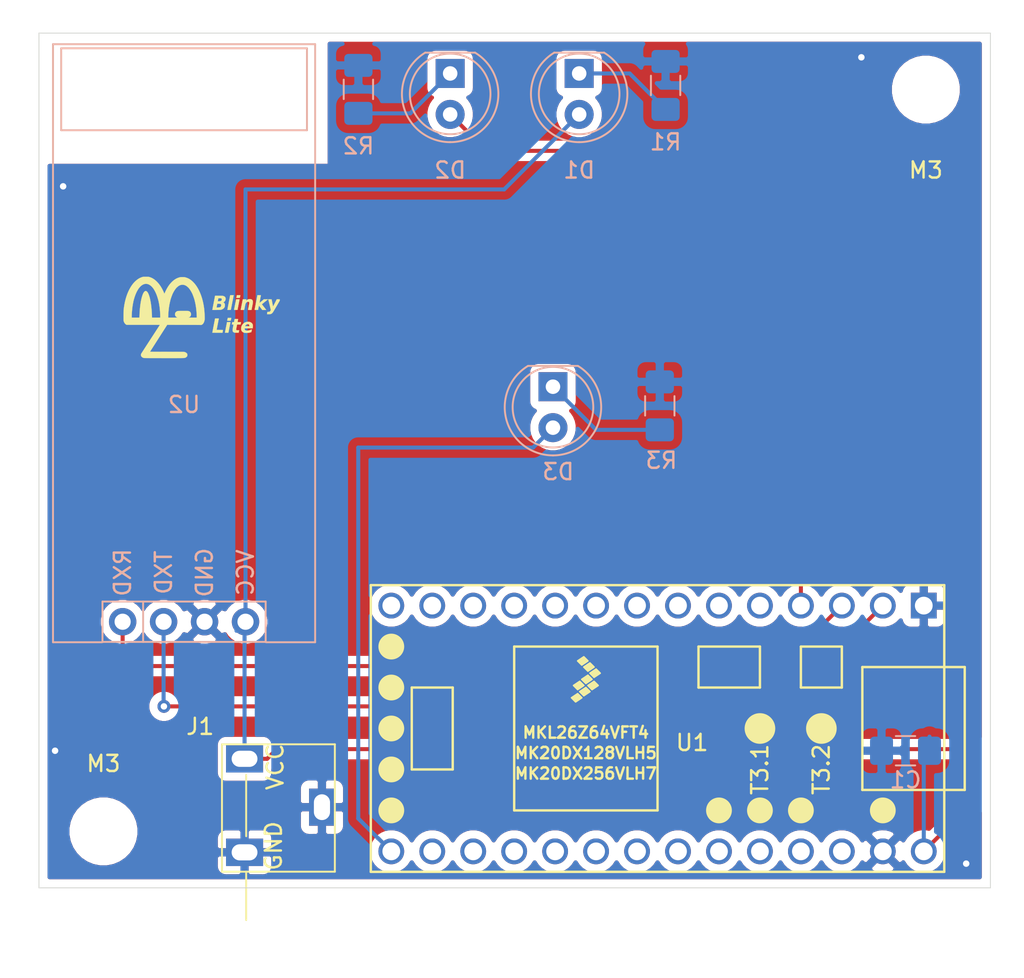
<source format=kicad_pcb>
(kicad_pcb (version 20171130) (host pcbnew 5.1.4-e60b266~84~ubuntu18.04.1)

  (general
    (thickness 1.6)
    (drawings 16)
    (tracks 44)
    (zones 0)
    (modules 13)
    (nets 40)
  )

  (page A4)
  (layers
    (0 F.Cu signal)
    (31 B.Cu signal)
    (32 B.Adhes user)
    (33 F.Adhes user)
    (34 B.Paste user)
    (35 F.Paste user)
    (36 B.SilkS user)
    (37 F.SilkS user)
    (38 B.Mask user)
    (39 F.Mask user)
    (40 Dwgs.User user)
    (41 Cmts.User user)
    (42 Eco1.User user)
    (43 Eco2.User user)
    (44 Edge.Cuts user)
    (45 Margin user)
    (46 B.CrtYd user)
    (47 F.CrtYd user)
    (48 B.Fab user hide)
    (49 F.Fab user hide)
  )

  (setup
    (last_trace_width 0.25)
    (trace_clearance 0.2)
    (zone_clearance 0.508)
    (zone_45_only no)
    (trace_min 0.2)
    (via_size 0.8)
    (via_drill 0.4)
    (via_min_size 0.4)
    (via_min_drill 0.3)
    (uvia_size 0.3)
    (uvia_drill 0.1)
    (uvias_allowed no)
    (uvia_min_size 0.2)
    (uvia_min_drill 0.1)
    (edge_width 0.05)
    (segment_width 0.2)
    (pcb_text_width 0.3)
    (pcb_text_size 1.5 1.5)
    (mod_edge_width 0.12)
    (mod_text_size 1 1)
    (mod_text_width 0.15)
    (pad_size 1.524 1.524)
    (pad_drill 0.762)
    (pad_to_mask_clearance 0.051)
    (solder_mask_min_width 0.25)
    (aux_axis_origin 0 0)
    (visible_elements FFFFFF7F)
    (pcbplotparams
      (layerselection 0x010fc_ffffffff)
      (usegerberextensions false)
      (usegerberattributes false)
      (usegerberadvancedattributes false)
      (creategerberjobfile false)
      (excludeedgelayer true)
      (linewidth 0.100000)
      (plotframeref false)
      (viasonmask false)
      (mode 1)
      (useauxorigin false)
      (hpglpennumber 1)
      (hpglpenspeed 20)
      (hpglpendiameter 15.000000)
      (psnegative false)
      (psa4output false)
      (plotreference true)
      (plotvalue true)
      (plotinvisibletext false)
      (padsonsilk false)
      (subtractmaskfromsilk false)
      (outputformat 1)
      (mirror false)
      (drillshape 1)
      (scaleselection 1)
      (outputdirectory ""))
  )

  (net 0 "")
  (net 1 +5V)
  (net 2 GND)
  (net 3 "Net-(D1-Pad1)")
  (net 4 "Net-(D2-Pad1)")
  (net 5 "Net-(U1-Pad17)")
  (net 6 "Net-(U1-Pad18)")
  (net 7 "Net-(U1-Pad19)")
  (net 8 "Net-(U1-Pad16)")
  (net 9 "Net-(U1-Pad15)")
  (net 10 "Net-(U1-Pad14)")
  (net 11 "Net-(U1-Pad22)")
  (net 12 "Net-(U1-Pad23)")
  (net 13 "Net-(U1-Pad24)")
  (net 14 "Net-(U1-Pad25)")
  (net 15 "Net-(U1-Pad26)")
  (net 16 "Net-(U1-Pad27)")
  (net 17 "Net-(U1-Pad28)")
  (net 18 "Net-(U1-Pad29)")
  (net 19 "Net-(U1-Pad30)")
  (net 20 "Net-(U1-Pad31)")
  (net 21 "Net-(U1-Pad34)")
  (net 22 "Net-(U1-Pad35)")
  (net 23 "Net-(U1-Pad36)")
  (net 24 "Net-(U1-Pad37)")
  (net 25 "Net-(U1-Pad11)")
  (net 26 "Net-(U1-Pad10)")
  (net 27 "Net-(U1-Pad9)")
  (net 28 "Net-(U1-Pad8)")
  (net 29 "Net-(D2-Pad2)")
  (net 30 "Net-(U1-Pad3)")
  (net 31 "Net-(U1-Pad2)")
  (net 32 "Net-(U1-Pad21)")
  (net 33 "Net-(U1-Pad13)")
  (net 34 "Net-(U1-Pad12)")
  (net 35 "Net-(U1-Pad7)")
  (net 36 "Net-(U1-Pad6)")
  (net 37 "Net-(U1-Pad5)")
  (net 38 "Net-(D3-Pad1)")
  (net 39 "Net-(D3-Pad2)")

  (net_class Default "This is the default net class."
    (clearance 0.2)
    (trace_width 0.25)
    (via_dia 0.8)
    (via_drill 0.4)
    (uvia_dia 0.3)
    (uvia_drill 0.1)
    (add_net +5V)
    (add_net GND)
    (add_net "Net-(D1-Pad1)")
    (add_net "Net-(D2-Pad1)")
    (add_net "Net-(D2-Pad2)")
    (add_net "Net-(D3-Pad1)")
    (add_net "Net-(D3-Pad2)")
    (add_net "Net-(U1-Pad10)")
    (add_net "Net-(U1-Pad11)")
    (add_net "Net-(U1-Pad12)")
    (add_net "Net-(U1-Pad13)")
    (add_net "Net-(U1-Pad14)")
    (add_net "Net-(U1-Pad15)")
    (add_net "Net-(U1-Pad16)")
    (add_net "Net-(U1-Pad17)")
    (add_net "Net-(U1-Pad18)")
    (add_net "Net-(U1-Pad19)")
    (add_net "Net-(U1-Pad2)")
    (add_net "Net-(U1-Pad21)")
    (add_net "Net-(U1-Pad22)")
    (add_net "Net-(U1-Pad23)")
    (add_net "Net-(U1-Pad24)")
    (add_net "Net-(U1-Pad25)")
    (add_net "Net-(U1-Pad26)")
    (add_net "Net-(U1-Pad27)")
    (add_net "Net-(U1-Pad28)")
    (add_net "Net-(U1-Pad29)")
    (add_net "Net-(U1-Pad3)")
    (add_net "Net-(U1-Pad30)")
    (add_net "Net-(U1-Pad31)")
    (add_net "Net-(U1-Pad34)")
    (add_net "Net-(U1-Pad35)")
    (add_net "Net-(U1-Pad36)")
    (add_net "Net-(U1-Pad37)")
    (add_net "Net-(U1-Pad5)")
    (add_net "Net-(U1-Pad6)")
    (add_net "Net-(U1-Pad7)")
    (add_net "Net-(U1-Pad8)")
    (add_net "Net-(U1-Pad9)")
  )

  (module MountingHole:MountingHole_3.2mm_M3 (layer F.Cu) (tedit 56D1B4CB) (tstamp 5E5546BD)
    (at 115 119.5)
    (descr "Mounting Hole 3.2mm, no annular, M3")
    (tags "mounting hole 3.2mm no annular m3")
    (attr virtual)
    (fp_text reference M3 (at 0 -4.2) (layer F.SilkS)
      (effects (font (size 1 1) (thickness 0.15)))
    )
    (fp_text value MountingHole_3.2mm_M3 (at 0 4.2) (layer F.Fab)
      (effects (font (size 1 1) (thickness 0.15)))
    )
    (fp_circle (center 0 0) (end 3.45 0) (layer F.CrtYd) (width 0.05))
    (fp_circle (center 0 0) (end 3.2 0) (layer Cmts.User) (width 0.15))
    (fp_text user %R (at 0.3 0) (layer F.Fab)
      (effects (font (size 1 1) (thickness 0.15)))
    )
    (pad 1 np_thru_hole circle (at 0 0) (size 3.2 3.2) (drill 3.2) (layers *.Cu *.Mask))
  )

  (module MountingHole:MountingHole_3.2mm_M3 (layer F.Cu) (tedit 56D1B4CB) (tstamp 5E55467C)
    (at 166 73.5)
    (descr "Mounting Hole 3.2mm, no annular, M3")
    (tags "mounting hole 3.2mm no annular m3")
    (attr virtual)
    (fp_text reference M3 (at 0 5) (layer F.SilkS)
      (effects (font (size 1 1) (thickness 0.15)))
    )
    (fp_text value MountingHole_3.2mm_M3 (at 0 4.2) (layer F.Fab)
      (effects (font (size 1 1) (thickness 0.15)))
    )
    (fp_circle (center 0 0) (end 3.45 0) (layer F.CrtYd) (width 0.05))
    (fp_circle (center 0 0) (end 3.2 0) (layer Cmts.User) (width 0.15))
    (fp_text user %R (at 0.3 0) (layer F.Fab)
      (effects (font (size 1 1) (thickness 0.15)))
    )
    (pad 1 np_thru_hole circle (at 0 0) (size 3.2 3.2) (drill 3.2) (layers *.Cu *.Mask))
  )

  (module blinkyLiteLogo:blinkyLiteLogo (layer F.Cu) (tedit 0) (tstamp 5E3A0BD7)
    (at 121.285 87.63)
    (fp_text reference G*** (at 0 0) (layer F.SilkS) hide
      (effects (font (size 1.524 1.524) (thickness 0.3)))
    )
    (fp_text value LOGO (at 0.75 0) (layer F.SilkS) hide
      (effects (font (size 1.524 1.524) (thickness 0.3)))
    )
    (fp_poly (pts (xy 2.191607 -1.306538) (xy 2.186414 -1.279521) (xy 2.181686 -1.255295) (xy 2.177834 -1.235938)
      (xy 2.175268 -1.223526) (xy 2.174668 -1.220863) (xy 2.173544 -1.217132) (xy 2.171373 -1.214324)
      (xy 2.166868 -1.212309) (xy 2.158741 -1.210956) (xy 2.145705 -1.210132) (xy 2.126471 -1.209707)
      (xy 2.099753 -1.209548) (xy 2.064263 -1.209524) (xy 2.063654 -1.209524) (xy 2.026111 -1.20966)
      (xy 1.997668 -1.210104) (xy 1.97735 -1.210915) (xy 1.96418 -1.212148) (xy 1.957182 -1.213861)
      (xy 1.955354 -1.215824) (xy 1.956303 -1.222705) (xy 1.958952 -1.23763) (xy 1.962957 -1.258773)
      (xy 1.967977 -1.284307) (xy 1.971439 -1.301498) (xy 1.987567 -1.380873) (xy 2.205788 -1.380873)
      (xy 2.191607 -1.306538)) (layer F.SilkS) (width 0.01))
    (fp_poly (pts (xy 3.408037 -1.380823) (xy 3.435074 -1.380607) (xy 3.454451 -1.380124) (xy 3.467377 -1.379276)
      (xy 3.475062 -1.377963) (xy 3.478716 -1.376086) (xy 3.479549 -1.373544) (xy 3.4793 -1.372054)
      (xy 3.47699 -1.361606) (xy 3.473195 -1.343143) (xy 3.468139 -1.317834) (xy 3.462044 -1.286851)
      (xy 3.455133 -1.251365) (xy 3.447629 -1.212545) (xy 3.439756 -1.171563) (xy 3.431735 -1.129589)
      (xy 3.423791 -1.087794) (xy 3.416145 -1.047348) (xy 3.409021 -1.009423) (xy 3.402642 -0.975189)
      (xy 3.397231 -0.945817) (xy 3.39301 -0.922477) (xy 3.390203 -0.90634) (xy 3.389033 -0.898577)
      (xy 3.389034 -0.898056) (xy 3.393197 -0.900729) (xy 3.404163 -0.909199) (xy 3.421046 -0.922746)
      (xy 3.442962 -0.940648) (xy 3.469028 -0.962183) (xy 3.498359 -0.986629) (xy 3.526156 -1.009967)
      (xy 3.661329 -1.123826) (xy 3.788581 -1.123838) (xy 3.8232 -1.123762) (xy 3.854236 -1.123544)
      (xy 3.880347 -1.123205) (xy 3.90019 -1.122767) (xy 3.912422 -1.122251) (xy 3.915833 -1.121775)
      (xy 3.912008 -1.118326) (xy 3.901042 -1.109239) (xy 3.883701 -1.095131) (xy 3.860749 -1.076616)
      (xy 3.832953 -1.05431) (xy 3.801076 -1.028828) (xy 3.765884 -1.000787) (xy 3.728142 -0.9708)
      (xy 3.726728 -0.969678) (xy 3.688935 -0.939595) (xy 3.653716 -0.911367) (xy 3.621831 -0.885616)
      (xy 3.594039 -0.862966) (xy 3.5711 -0.844038) (xy 3.553773 -0.829455) (xy 3.542818 -0.81984)
      (xy 3.538994 -0.815816) (xy 3.539 -0.815783) (xy 3.542311 -0.811124) (xy 3.551215 -0.799382)
      (xy 3.565065 -0.781391) (xy 3.583213 -0.757986) (xy 3.605012 -0.729999) (xy 3.629815 -0.698264)
      (xy 3.656974 -0.663614) (xy 3.673929 -0.64203) (xy 3.702193 -0.606029) (xy 3.728497 -0.572433)
      (xy 3.75219 -0.542079) (xy 3.772624 -0.515803) (xy 3.789149 -0.49444) (xy 3.801116 -0.478827)
      (xy 3.807876 -0.469799) (xy 3.80916 -0.467899) (xy 3.804825 -0.466728) (xy 3.791751 -0.46568)
      (xy 3.771276 -0.464803) (xy 3.74474 -0.464143) (xy 3.713482 -0.463747) (xy 3.687533 -0.463651)
      (xy 3.564226 -0.463651) (xy 3.462153 -0.599868) (xy 3.437922 -0.632003) (xy 3.415569 -0.661259)
      (xy 3.39581 -0.686731) (xy 3.379362 -0.70751) (xy 3.36694 -0.722689) (xy 3.35926 -0.731361)
      (xy 3.35704 -0.733045) (xy 3.355304 -0.727477) (xy 3.351963 -0.713331) (xy 3.347298 -0.691932)
      (xy 3.341591 -0.664603) (xy 3.335123 -0.632667) (xy 3.328301 -0.598088) (xy 3.302602 -0.466171)
      (xy 3.195964 -0.464811) (xy 3.159043 -0.464466) (xy 3.131156 -0.464531) (xy 3.111267 -0.465054)
      (xy 3.098336 -0.466084) (xy 3.091327 -0.46767) (xy 3.089201 -0.46985) (xy 3.090114 -0.475633)
      (xy 3.0928 -0.490608) (xy 3.097126 -0.514067) (xy 3.102959 -0.545305) (xy 3.110166 -0.583616)
      (xy 3.118611 -0.628294) (xy 3.128163 -0.678632) (xy 3.138687 -0.733925) (xy 3.150051 -0.793466)
      (xy 3.16212 -0.856549) (xy 3.174761 -0.922468) (xy 3.175931 -0.928562) (xy 3.262785 -1.380873)
      (xy 3.372131 -1.380873) (xy 3.408037 -1.380823)) (layer F.SilkS) (width 0.01))
    (fp_poly (pts (xy 2.791774 -1.138459) (xy 2.803482 -1.138108) (xy 2.83056 -1.13683) (xy 2.850457 -1.134827)
      (xy 2.866067 -1.131586) (xy 2.880286 -1.126598) (xy 2.887968 -1.1232) (xy 2.921688 -1.103694)
      (xy 2.947367 -1.079703) (xy 2.966585 -1.049743) (xy 2.966867 -1.049169) (xy 2.973439 -1.034475)
      (xy 2.977777 -1.020579) (xy 2.980458 -1.00447) (xy 2.982058 -0.983139) (xy 2.982753 -0.966167)
      (xy 2.983116 -0.952859) (xy 2.983131 -0.940397) (xy 2.982633 -0.927712) (xy 2.981458 -0.913736)
      (xy 2.979443 -0.8974) (xy 2.976423 -0.877636) (xy 2.972236 -0.853377) (xy 2.966717 -0.823552)
      (xy 2.959703 -0.787095) (xy 2.95103 -0.742936) (xy 2.940534 -0.690007) (xy 2.94008 -0.687725)
      (xy 2.89554 -0.463651) (xy 2.788326 -0.463651) (xy 2.751277 -0.463779) (xy 2.723274 -0.464203)
      (xy 2.703286 -0.464986) (xy 2.690283 -0.46619) (xy 2.683235 -0.467877) (xy 2.681111 -0.47011)
      (xy 2.681111 -0.470113) (xy 2.68205 -0.476337) (xy 2.684728 -0.491353) (xy 2.688937 -0.514065)
      (xy 2.69447 -0.543375) (xy 2.70112 -0.578186) (xy 2.708679 -0.617402) (xy 2.716939 -0.659925)
      (xy 2.719483 -0.672961) (xy 2.728022 -0.717284) (xy 2.735928 -0.759523) (xy 2.742983 -0.798424)
      (xy 2.74897 -0.83273) (xy 2.753669 -0.861186) (xy 2.756864 -0.882534) (xy 2.758335 -0.89552)
      (xy 2.758405 -0.897064) (xy 2.755524 -0.925947) (xy 2.745501 -0.947782) (xy 2.728193 -0.962706)
      (xy 2.703457 -0.970857) (xy 2.680334 -0.97261) (xy 2.64315 -0.967764) (xy 2.609244 -0.953548)
      (xy 2.579065 -0.930268) (xy 2.553064 -0.898229) (xy 2.541455 -0.878422) (xy 2.534796 -0.865274)
      (xy 2.528958 -0.852378) (xy 2.523631 -0.838539) (xy 2.518501 -0.822564) (xy 2.513255 -0.803259)
      (xy 2.507582 -0.779429) (xy 2.501169 -0.749881) (xy 2.493703 -0.71342) (xy 2.484872 -0.668853)
      (xy 2.479731 -0.64256) (xy 2.472146 -0.603726) (xy 2.465085 -0.567693) (xy 2.458804 -0.535755)
      (xy 2.453557 -0.509208) (xy 2.449601 -0.489347) (xy 2.447191 -0.477467) (xy 2.44666 -0.47499)
      (xy 2.445588 -0.471259) (xy 2.44346 -0.468451) (xy 2.438992 -0.466437) (xy 2.430898 -0.465083)
      (xy 2.417892 -0.464259) (xy 2.398687 -0.463834) (xy 2.371999 -0.463675) (xy 2.336541 -0.463651)
      (xy 2.335797 -0.463651) (xy 2.298248 -0.463787) (xy 2.2698 -0.464232) (xy 2.249476 -0.465043)
      (xy 2.236301 -0.466277) (xy 2.229299 -0.467991) (xy 2.227468 -0.469951) (xy 2.228412 -0.475861)
      (xy 2.231161 -0.490818) (xy 2.235551 -0.513983) (xy 2.24142 -0.544517) (xy 2.248604 -0.58158)
      (xy 2.256942 -0.624334) (xy 2.266271 -0.671941) (xy 2.276426 -0.72356) (xy 2.287247 -0.778353)
      (xy 2.291542 -0.80005) (xy 2.355687 -1.123849) (xy 2.573952 -1.123849) (xy 2.565198 -1.081012)
      (xy 2.561532 -1.061851) (xy 2.559187 -1.047116) (xy 2.558497 -1.039042) (xy 2.558789 -1.038175)
      (xy 2.563497 -1.041244) (xy 2.573415 -1.049237) (xy 2.584584 -1.05884) (xy 2.620666 -1.086086)
      (xy 2.661769 -1.1096) (xy 2.703513 -1.126935) (xy 2.710247 -1.129058) (xy 2.729412 -1.134202)
      (xy 2.747125 -1.137264) (xy 2.766781 -1.138573) (xy 2.791774 -1.138459)) (layer F.SilkS) (width 0.01))
    (fp_poly (pts (xy 2.153413 -1.10747) (xy 2.151878 -1.09973) (xy 2.148581 -1.08299) (xy 2.143698 -1.058143)
      (xy 2.137404 -1.026081) (xy 2.129873 -0.987697) (xy 2.121282 -0.943882) (xy 2.111804 -0.895529)
      (xy 2.101615 -0.843531) (xy 2.090891 -0.78878) (xy 2.088903 -0.778631) (xy 2.027712 -0.466171)
      (xy 1.920999 -0.464811) (xy 1.884072 -0.464466) (xy 1.85618 -0.46453) (xy 1.836286 -0.465051)
      (xy 1.823352 -0.466079) (xy 1.81634 -0.467662) (xy 1.814214 -0.469849) (xy 1.814214 -0.46985)
      (xy 1.815158 -0.475779) (xy 1.817907 -0.490753) (xy 1.822297 -0.513934) (xy 1.828166 -0.544483)
      (xy 1.835352 -0.581561) (xy 1.84369 -0.624328) (xy 1.853019 -0.671944) (xy 1.863175 -0.723571)
      (xy 1.873996 -0.77837) (xy 1.878288 -0.80005) (xy 1.942433 -1.123849) (xy 2.156732 -1.123849)
      (xy 2.153413 -1.10747)) (layer F.SilkS) (width 0.01))
    (fp_poly (pts (xy 1.788051 -1.356935) (xy 1.786405 -1.348461) (xy 1.782978 -1.330854) (xy 1.777918 -1.304876)
      (xy 1.771373 -1.271286) (xy 1.763492 -1.230845) (xy 1.754423 -1.184314) (xy 1.744314 -1.132453)
      (xy 1.733313 -1.076022) (xy 1.721569 -1.015783) (xy 1.709229 -0.952495) (xy 1.698912 -0.899584)
      (xy 1.614399 -0.466171) (xy 1.507715 -0.464811) (xy 1.470785 -0.464466) (xy 1.442891 -0.464531)
      (xy 1.422993 -0.465053) (xy 1.410055 -0.466083) (xy 1.403039 -0.467668) (xy 1.400907 -0.46985)
      (xy 1.40182 -0.475633) (xy 1.404506 -0.490608) (xy 1.408833 -0.514067) (xy 1.414666 -0.545305)
      (xy 1.421872 -0.583616) (xy 1.430318 -0.628294) (xy 1.439869 -0.678632) (xy 1.450394 -0.733925)
      (xy 1.461757 -0.793466) (xy 1.473826 -0.856549) (xy 1.486467 -0.922468) (xy 1.487637 -0.928562)
      (xy 1.574492 -1.380873) (xy 1.792677 -1.380873) (xy 1.788051 -1.356935)) (layer F.SilkS) (width 0.01))
    (fp_poly (pts (xy 0.871732 -1.344359) (xy 0.926661 -1.343907) (xy 0.972506 -1.343467) (xy 1.010262 -1.342989)
      (xy 1.040925 -1.342427) (xy 1.065489 -1.341732) (xy 1.084951 -1.340857) (xy 1.100305 -1.339754)
      (xy 1.112547 -1.338374) (xy 1.122672 -1.336671) (xy 1.131675 -1.334597) (xy 1.140551 -1.332102)
      (xy 1.143195 -1.331309) (xy 1.186654 -1.315706) (xy 1.221352 -1.297552) (xy 1.248452 -1.276029)
      (xy 1.269122 -1.250323) (xy 1.276017 -1.238368) (xy 1.283705 -1.21658) (xy 1.288459 -1.188178)
      (xy 1.290201 -1.156216) (xy 1.288849 -1.123746) (xy 1.284325 -1.093824) (xy 1.28019 -1.078764)
      (xy 1.260264 -1.033933) (xy 1.23311 -0.996125) (xy 1.198719 -0.965328) (xy 1.167341 -0.946406)
      (xy 1.142796 -0.934066) (xy 1.159781 -0.92706) (xy 1.180626 -0.914799) (xy 1.202162 -0.896053)
      (xy 1.22143 -0.873732) (xy 1.233655 -0.854429) (xy 1.239929 -0.840859) (xy 1.244087 -0.827259)
      (xy 1.246692 -0.810711) (xy 1.248305 -0.7883) (xy 1.248852 -0.775679) (xy 1.248258 -0.725968)
      (xy 1.241878 -0.683033) (xy 1.229005 -0.644946) (xy 1.20893 -0.609776) (xy 1.180945 -0.575595)
      (xy 1.172091 -0.566434) (xy 1.132688 -0.533239) (xy 1.08657 -0.506322) (xy 1.032961 -0.485263)
      (xy 1.007937 -0.478042) (xy 0.997771 -0.475479) (xy 0.987878 -0.473328) (xy 0.977277 -0.471544)
      (xy 0.964986 -0.470084) (xy 0.950025 -0.468901) (xy 0.93141 -0.467954) (xy 0.908162 -0.467197)
      (xy 0.879299 -0.466586) (xy 0.84384 -0.466077) (xy 0.800802 -0.465625) (xy 0.749205 -0.465188)
      (xy 0.716895 -0.464938) (xy 0.658902 -0.464539) (xy 0.610249 -0.46431) (xy 0.5702 -0.464264)
      (xy 0.538016 -0.464417) (xy 0.51296 -0.464781) (xy 0.494295 -0.465371) (xy 0.481282 -0.4662)
      (xy 0.473184 -0.467284) (xy 0.469265 -0.468635) (xy 0.468608 -0.469649) (xy 0.469535 -0.475477)
      (xy 0.472251 -0.490478) (xy 0.476618 -0.513932) (xy 0.482497 -0.545117) (xy 0.489752 -0.583314)
      (xy 0.49549 -0.613374) (xy 0.727196 -0.613374) (xy 0.81591 -0.616252) (xy 0.85554 -0.617914)
      (xy 0.886157 -0.620083) (xy 0.908818 -0.622863) (xy 0.924582 -0.62636) (xy 0.927302 -0.627261)
      (xy 0.961166 -0.642885) (xy 0.986349 -0.662867) (xy 1.003611 -0.688237) (xy 1.013713 -0.720024)
      (xy 1.017056 -0.748859) (xy 1.017826 -0.770723) (xy 1.017074 -0.785624) (xy 1.014354 -0.79662)
      (xy 1.009224 -0.806771) (xy 1.008472 -0.808003) (xy 0.997331 -0.82158) (xy 0.98189 -0.83227)
      (xy 0.961112 -0.840331) (xy 0.933962 -0.84602) (xy 0.899405 -0.849592) (xy 0.856403 -0.851305)
      (xy 0.832808 -0.851542) (xy 0.805154 -0.85133) (xy 0.786418 -0.850446) (xy 0.775451 -0.848776)
      (xy 0.771107 -0.846205) (xy 0.770921 -0.845407) (xy 0.769956 -0.838825) (xy 0.767336 -0.823841)
      (xy 0.763334 -0.801947) (xy 0.758224 -0.774635) (xy 0.752283 -0.743395) (xy 0.748983 -0.726241)
      (xy 0.727196 -0.613374) (xy 0.49549 -0.613374) (xy 0.498245 -0.627801) (xy 0.507839 -0.677858)
      (xy 0.518396 -0.732764) (xy 0.529778 -0.791798) (xy 0.541848 -0.854241) (xy 0.55289 -0.911233)
      (xy 0.570388 -1.001456) (xy 0.802834 -1.001456) (xy 0.884054 -1.004139) (xy 0.92 -1.005671)
      (xy 0.947268 -1.007675) (xy 0.967255 -1.010306) (xy 0.981359 -1.013714) (xy 0.985346 -1.015194)
      (xy 1.008135 -1.028272) (xy 1.028669 -1.046404) (xy 1.043608 -1.06648) (xy 1.046335 -1.072031)
      (xy 1.050225 -1.086256) (xy 1.05275 -1.105397) (xy 1.053294 -1.118261) (xy 1.052444 -1.137279)
      (xy 1.049142 -1.150304) (xy 1.042258 -1.161335) (xy 1.04053 -1.163444) (xy 1.030655 -1.173238)
      (xy 1.018779 -1.180515) (xy 1.003328 -1.185627) (xy 0.98273 -1.188926) (xy 0.955412 -1.190763)
      (xy 0.919799 -1.19149) (xy 0.914954 -1.191519) (xy 0.839611 -1.191885) (xy 0.821223 -1.096671)
      (xy 0.802834 -1.001456) (xy 0.570388 -1.001456) (xy 0.637254 -1.346216) (xy 0.871732 -1.344359)) (layer F.SilkS) (width 0.01))
    (fp_poly (pts (xy 4.646587 -1.039526) (xy 4.449574 -0.700229) (xy 4.417906 -0.645755) (xy 4.387284 -0.593202)
      (xy 4.358145 -0.543314) (xy 4.330926 -0.496835) (xy 4.306066 -0.454509) (xy 4.284002 -0.417079)
      (xy 4.265173 -0.38529) (xy 4.250015 -0.359885) (xy 4.238967 -0.341609) (xy 4.232467 -0.331205)
      (xy 4.23193 -0.330397) (xy 4.209575 -0.300824) (xy 4.184243 -0.27312) (xy 4.158082 -0.24934)
      (xy 4.133244 -0.23154) (xy 4.12246 -0.225742) (xy 4.102904 -0.217477) (xy 4.083223 -0.21126)
      (xy 4.061556 -0.206829) (xy 4.036042 -0.20392) (xy 4.004821 -0.202274) (xy 3.966033 -0.201626)
      (xy 3.950863 -0.201588) (xy 3.918666 -0.201635) (xy 3.895178 -0.201878) (xy 3.879028 -0.202472)
      (xy 3.868846 -0.203569) (xy 3.86326 -0.205323) (xy 3.860901 -0.207888) (xy 3.860398 -0.211416)
      (xy 3.860397 -0.211721) (xy 3.861161 -0.220659) (xy 3.863186 -0.236832) (xy 3.866072 -0.257533)
      (xy 3.869418 -0.280055) (xy 3.872822 -0.301693) (xy 3.875884 -0.319739) (xy 3.877999 -0.330596)
      (xy 3.879804 -0.335241) (xy 3.883959 -0.338484) (xy 3.892253 -0.340748) (xy 3.906478 -0.342454)
      (xy 3.928423 -0.344027) (xy 3.937156 -0.344558) (xy 3.9739 -0.347917) (xy 4.002587 -0.353629)
      (xy 4.025131 -0.362557) (xy 4.043443 -0.375563) (xy 4.059437 -0.393508) (xy 4.065788 -0.402523)
      (xy 4.072285 -0.411913) (xy 4.077908 -0.419922) (xy 4.082564 -0.427313) (xy 4.086157 -0.434851)
      (xy 4.088592 -0.443297) (xy 4.089774 -0.453416) (xy 4.089608 -0.46597) (xy 4.087998 -0.481722)
      (xy 4.08485 -0.501435) (xy 4.080068 -0.525873) (xy 4.073557 -0.555799) (xy 4.065222 -0.591975)
      (xy 4.054968 -0.635166) (xy 4.0427 -0.686133) (xy 4.028323 -0.745641) (xy 4.017327 -0.79123)
      (xy 3.937837 -1.12133) (xy 4.038604 -1.122697) (xy 4.071841 -1.122918) (xy 4.100109 -1.12265)
      (xy 4.122124 -1.121935) (xy 4.136605 -1.120813) (xy 4.142255 -1.119357) (xy 4.1438 -1.11357)
      (xy 4.147054 -1.098916) (xy 4.151806 -1.076426) (xy 4.157846 -1.047128) (xy 4.164963 -1.01205)
      (xy 4.172946 -0.972222) (xy 4.181584 -0.928673) (xy 4.187716 -0.897504) (xy 4.196656 -0.852227)
      (xy 4.205082 -0.810154) (xy 4.212786 -0.772285) (xy 4.219559 -0.739619) (xy 4.225192 -0.713155)
      (xy 4.229477 -0.693892) (xy 4.232204 -0.68283) (xy 4.233073 -0.6805) (xy 4.235841 -0.68488)
      (xy 4.24272 -0.697392) (xy 4.253264 -0.717177) (xy 4.267024 -0.743379) (xy 4.283552 -0.775138)
      (xy 4.302401 -0.811598) (xy 4.323122 -0.851901) (xy 4.345269 -0.895189) (xy 4.348869 -0.902246)
      (xy 4.461885 -1.123849) (xy 4.646587 -1.123849) (xy 4.646587 -1.039526)) (layer F.SilkS) (width 0.01))
    (fp_poly (pts (xy 1.627162 0.104573) (xy 1.621969 0.13159) (xy 1.617241 0.155816) (xy 1.613389 0.175173)
      (xy 1.610824 0.187585) (xy 1.610223 0.190248) (xy 1.609099 0.193979) (xy 1.606928 0.196787)
      (xy 1.602423 0.198802) (xy 1.594296 0.200155) (xy 1.58126 0.200979) (xy 1.562027 0.201404)
      (xy 1.535309 0.201563) (xy 1.499818 0.201587) (xy 1.49921 0.201587) (xy 1.461667 0.201451)
      (xy 1.433224 0.201007) (xy 1.412905 0.200196) (xy 1.399735 0.198963) (xy 1.392737 0.197251)
      (xy 1.39091 0.195287) (xy 1.391859 0.188406) (xy 1.394507 0.173481) (xy 1.398513 0.152338)
      (xy 1.403533 0.126804) (xy 1.406995 0.109613) (xy 1.423123 0.030238) (xy 1.641344 0.030238)
      (xy 1.627162 0.104573)) (layer F.SilkS) (width 0.01))
    (fp_poly (pts (xy 1.990194 0.095922) (xy 2.018234 0.096392) (xy 2.041116 0.097114) (xy 2.057382 0.098035)
      (xy 2.065574 0.099105) (xy 2.066266 0.099534) (xy 2.065347 0.105466) (xy 2.062796 0.119657)
      (xy 2.058917 0.140474) (xy 2.054013 0.166282) (xy 2.048665 0.194028) (xy 2.043083 0.222861)
      (xy 2.038226 0.248051) (xy 2.034397 0.268023) (xy 2.031898 0.281201) (xy 2.03103 0.286002)
      (xy 2.035816 0.286372) (xy 2.049227 0.286699) (xy 2.06981 0.286966) (xy 2.096111 0.287156)
      (xy 2.126676 0.287253) (xy 2.139441 0.287262) (xy 2.24789 0.287262) (xy 2.245219 0.298601)
      (xy 2.243228 0.307737) (xy 2.239935 0.323551) (xy 2.235783 0.343835) (xy 2.231218 0.366381)
      (xy 2.226683 0.388982) (xy 2.222623 0.409428) (xy 2.21948 0.425512) (xy 2.217701 0.435026)
      (xy 2.21746 0.436625) (xy 2.212663 0.437162) (xy 2.199242 0.437636) (xy 2.178652 0.438023)
      (xy 2.152347 0.438299) (xy 2.121784 0.43844) (xy 2.109107 0.438452) (xy 2.077281 0.438508)
      (xy 2.049146 0.438664) (xy 2.026159 0.438903) (xy 2.009775 0.439209) (xy 2.001451 0.439565)
      (xy 2.000703 0.439712) (xy 1.999765 0.44478) (xy 1.997132 0.458534) (xy 1.993037 0.479764)
      (xy 1.987715 0.507264) (xy 1.981399 0.539824) (xy 1.974322 0.576237) (xy 1.971072 0.592939)
      (xy 1.963762 0.6313) (xy 1.957268 0.666941) (xy 1.951809 0.698531) (xy 1.947605 0.724742)
      (xy 1.944874 0.744242) (xy 1.943837 0.755704) (xy 1.943934 0.757687) (xy 1.949385 0.77098)
      (xy 1.955405 0.778638) (xy 1.967703 0.784873) (xy 1.988804 0.78991) (xy 2.017485 0.793576)
      (xy 2.052522 0.795697) (xy 2.079384 0.796168) (xy 2.130296 0.79627) (xy 2.100096 0.94746)
      (xy 1.97861 0.947189) (xy 1.938654 0.946998) (xy 1.907293 0.946561) (xy 1.883044 0.945785)
      (xy 1.864424 0.944579) (xy 1.84995 0.942848) (xy 1.838139 0.9405) (xy 1.82858 0.93779)
      (xy 1.794524 0.924162) (xy 1.768633 0.907328) (xy 1.751633 0.889506) (xy 1.74103 0.873803)
      (xy 1.732905 0.857066) (xy 1.727263 0.838286) (xy 1.724109 0.816451) (xy 1.723446 0.79055)
      (xy 1.725281 0.759572) (xy 1.729617 0.722506) (xy 1.736459 0.678342) (xy 1.745812 0.626067)
      (xy 1.753021 0.588383) (xy 1.782227 0.438452) (xy 1.730221 0.438452) (xy 1.708742 0.438112)
      (xy 1.691642 0.437192) (xy 1.681005 0.435846) (xy 1.678519 0.434672) (xy 1.679539 0.42861)
      (xy 1.682135 0.414534) (xy 1.685952 0.394328) (xy 1.690638 0.369871) (xy 1.69248 0.360337)
      (xy 1.706137 0.289782) (xy 1.759334 0.28836) (xy 1.81253 0.286938) (xy 1.829284 0.197646)
      (xy 1.834796 0.168585) (xy 1.839807 0.142765) (xy 1.843974 0.121899) (xy 1.846956 0.1077)
      (xy 1.84834 0.102053) (xy 1.851703 0.099839) (xy 1.860604 0.098165) (xy 1.876005 0.096975)
      (xy 1.898867 0.096215) (xy 1.93015 0.09583) (xy 1.958456 0.095754) (xy 1.990194 0.095922)) (layer F.SilkS) (width 0.01))
    (fp_poly (pts (xy 1.588969 0.303641) (xy 1.587433 0.311381) (xy 1.584137 0.328121) (xy 1.579254 0.352968)
      (xy 1.572959 0.38503) (xy 1.565429 0.423415) (xy 1.556837 0.467229) (xy 1.54736 0.515582)
      (xy 1.537171 0.56758) (xy 1.526446 0.622332) (xy 1.524459 0.63248) (xy 1.463268 0.94494)
      (xy 1.356555 0.9463) (xy 1.319627 0.946645) (xy 1.291735 0.946581) (xy 1.271841 0.94606)
      (xy 1.258907 0.945032) (xy 1.251896 0.943449) (xy 1.24977 0.941262) (xy 1.24977 0.941261)
      (xy 1.250714 0.935333) (xy 1.253462 0.920358) (xy 1.257853 0.897177) (xy 1.263722 0.866628)
      (xy 1.270907 0.82955) (xy 1.279246 0.786784) (xy 1.288574 0.739167) (xy 1.298731 0.68754)
      (xy 1.309552 0.632741) (xy 1.313843 0.611061) (xy 1.377989 0.287262) (xy 1.592288 0.287262)
      (xy 1.588969 0.303641)) (layer F.SilkS) (width 0.01))
    (fp_poly (pts (xy 0.860727 0.114653) (xy 0.858019 0.128479) (xy 0.853589 0.151165) (xy 0.847638 0.181675)
      (xy 0.840368 0.218976) (xy 0.83198 0.262031) (xy 0.822676 0.309808) (xy 0.812657 0.36127)
      (xy 0.802125 0.415384) (xy 0.791753 0.46869) (xy 0.732438 0.773591) (xy 0.930663 0.774909)
      (xy 0.974249 0.775277) (xy 1.014519 0.77577) (xy 1.050397 0.776362) (xy 1.080808 0.777029)
      (xy 1.104675 0.777745) (xy 1.120924 0.778488) (xy 1.128478 0.779231) (xy 1.128889 0.779441)
      (xy 1.127989 0.785229) (xy 1.125499 0.799206) (xy 1.121733 0.819661) (xy 1.117004 0.844887)
      (xy 1.113176 0.865058) (xy 1.097464 0.94746) (xy 0.783077 0.94746) (xy 0.716468 0.947421)
      (xy 0.659321 0.947296) (xy 0.611022 0.947073) (xy 0.570955 0.946739) (xy 0.538503 0.946283)
      (xy 0.513051 0.945691) (xy 0.493982 0.944951) (xy 0.480682 0.944051) (xy 0.472533 0.942979)
      (xy 0.468921 0.941722) (xy 0.468608 0.94116) (xy 0.469535 0.935378) (xy 0.472251 0.920422)
      (xy 0.476616 0.897012) (xy 0.482495 0.86587) (xy 0.489748 0.827714) (xy 0.49824 0.783267)
      (xy 0.507831 0.733247) (xy 0.518385 0.678375) (xy 0.529764 0.619371) (xy 0.541831 0.556956)
      (xy 0.55283 0.500188) (xy 0.637134 0.065516) (xy 0.870385 0.065516) (xy 0.860727 0.114653)) (layer F.SilkS) (width 0.01))
    (fp_poly (pts (xy 2.728634 0.272725) (xy 2.748922 0.273826) (xy 2.766429 0.276114) (xy 2.783419 0.279683)
      (xy 2.8337 0.296324) (xy 2.877832 0.320165) (xy 2.915199 0.350661) (xy 2.945184 0.387269)
      (xy 2.967167 0.429445) (xy 2.973366 0.447047) (xy 2.979765 0.477112) (xy 2.983043 0.513908)
      (xy 2.983175 0.554576) (xy 2.980135 0.596257) (xy 2.974955 0.630785) (xy 2.966419 0.675317)
      (xy 2.468307 0.675317) (xy 2.470261 0.709892) (xy 2.475343 0.742036) (xy 2.48714 0.767418)
      (xy 2.506577 0.78753) (xy 2.526164 0.799762) (xy 2.538993 0.805874) (xy 2.55126 0.810012)
      (xy 2.565621 0.812664) (xy 2.584729 0.814319) (xy 2.611239 0.815467) (xy 2.611495 0.815476)
      (xy 2.673933 0.813724) (xy 2.736676 0.804005) (xy 2.80114 0.786005) (xy 2.868743 0.759408)
      (xy 2.873974 0.75706) (xy 2.892039 0.749371) (xy 2.906476 0.744134) (xy 2.914988 0.742146)
      (xy 2.916191 0.742408) (xy 2.916124 0.747869) (xy 2.914454 0.761206) (xy 2.911538 0.78041)
      (xy 2.907734 0.803468) (xy 2.903398 0.82837) (xy 2.898886 0.853106) (xy 2.894555 0.875664)
      (xy 2.890763 0.894035) (xy 2.887865 0.906206) (xy 2.886435 0.910126) (xy 2.879692 0.913242)
      (xy 2.865038 0.917986) (xy 2.844414 0.923866) (xy 2.819763 0.930391) (xy 2.793026 0.93707)
      (xy 2.766147 0.943412) (xy 2.741068 0.948926) (xy 2.71973 0.95312) (xy 2.710094 0.954716)
      (xy 2.678948 0.958258) (xy 2.642653 0.960644) (xy 2.6037 0.961872) (xy 2.564582 0.961942)
      (xy 2.527788 0.960852) (xy 2.49581 0.958601) (xy 2.471139 0.955188) (xy 2.469444 0.954841)
      (xy 2.415233 0.939254) (xy 2.368449 0.917087) (xy 2.329234 0.888462) (xy 2.297726 0.853503)
      (xy 2.274068 0.81233) (xy 2.260256 0.772617) (xy 2.255253 0.744053) (xy 2.252857 0.709178)
      (xy 2.253015 0.671401) (xy 2.25568 0.634134) (xy 2.260801 0.60079) (xy 2.262898 0.591709)
      (xy 2.278726 0.544285) (xy 2.499003 0.544285) (xy 2.766786 0.544285) (xy 2.766786 0.513474)
      (xy 2.763152 0.482159) (xy 2.7519 0.456929) (xy 2.73251 0.436709) (xy 2.727836 0.433326)
      (xy 2.716262 0.426631) (xy 2.703402 0.422481) (xy 2.686076 0.420118) (xy 2.667924 0.419048)
      (xy 2.645436 0.418552) (xy 2.629022 0.419767) (xy 2.614733 0.423342) (xy 2.598619 0.429921)
      (xy 2.596993 0.43066) (xy 2.578099 0.440707) (xy 2.560322 0.452472) (xy 2.551058 0.460144)
      (xy 2.536718 0.476192) (xy 2.522324 0.49584) (xy 2.51021 0.515595) (xy 2.502709 0.531967)
      (xy 2.502402 0.532946) (xy 2.499003 0.544285) (xy 2.278726 0.544285) (xy 2.283332 0.530485)
      (xy 2.312334 0.474094) (xy 2.350258 0.421944) (xy 2.389017 0.381218) (xy 2.41385 0.359161)
      (xy 2.4369 0.342117) (xy 2.462512 0.327097) (xy 2.481456 0.317548) (xy 2.513264 0.302804)
      (xy 2.540758 0.291909) (xy 2.566729 0.284212) (xy 2.593967 0.279063) (xy 2.625265 0.27581)
      (xy 2.663412 0.273802) (xy 2.670026 0.273564) (xy 2.703143 0.272681) (xy 2.728634 0.272725)) (layer F.SilkS) (width 0.01))
    (fp_poly (pts (xy -3.607869 -2.519812) (xy -3.570756 -2.519693) (xy -3.541137 -2.519402) (xy -3.51772 -2.518862)
      (xy -3.499213 -2.517999) (xy -3.484323 -2.516736) (xy -3.471758 -2.514998) (xy -3.460226 -2.512707)
      (xy -3.448433 -2.509789) (xy -3.438889 -2.507211) (xy -3.351894 -2.478319) (xy -3.266834 -2.439831)
      (xy -3.183555 -2.391654) (xy -3.101904 -2.333696) (xy -3.021729 -2.265866) (xy -2.991996 -2.237849)
      (xy -2.918999 -2.162864) (xy -2.851092 -2.084012) (xy -2.787067 -1.999709) (xy -2.725716 -1.908374)
      (xy -2.670614 -1.816806) (xy -2.652804 -1.784476) (xy -2.632365 -1.745311) (xy -2.610501 -1.701799)
      (xy -2.588419 -1.656427) (xy -2.567324 -1.611682) (xy -2.548421 -1.57005) (xy -2.532916 -1.534019)
      (xy -2.529545 -1.525764) (xy -2.520741 -1.504469) (xy -2.513122 -1.48711) (xy -2.50753 -1.475538)
      (xy -2.504866 -1.471588) (xy -2.501966 -1.475967) (xy -2.496104 -1.487934) (xy -2.488093 -1.505732)
      (xy -2.478748 -1.527603) (xy -2.477416 -1.530804) (xy -2.466807 -1.555364) (xy -2.452938 -1.58601)
      (xy -2.437148 -1.619857) (xy -2.420779 -1.654024) (xy -2.408883 -1.678215) (xy -2.356406 -1.778762)
      (xy -2.30337 -1.870604) (xy -2.248837 -1.955107) (xy -2.191866 -2.033638) (xy -2.131521 -2.107563)
      (xy -2.06686 -2.178249) (xy -2.06188 -2.183386) (xy -1.982717 -2.25872) (xy -1.90139 -2.324229)
      (xy -1.81785 -2.379941) (xy -1.732048 -2.425886) (xy -1.643934 -2.462093) (xy -1.553458 -2.488593)
      (xy -1.543846 -2.490808) (xy -1.525362 -2.494672) (xy -1.507839 -2.497543) (xy -1.489284 -2.499562)
      (xy -1.467701 -2.500868) (xy -1.441098 -2.501603) (xy -1.407479 -2.501907) (xy -1.385913 -2.501941)
      (xy -1.34772 -2.50181) (xy -1.31761 -2.501323) (xy -1.293588 -2.50034) (xy -1.273661 -2.498721)
      (xy -1.255834 -2.496323) (xy -1.238112 -2.493008) (xy -1.22798 -2.490808) (xy -1.141337 -2.466663)
      (xy -1.056317 -2.433835) (xy -0.975731 -2.393451) (xy -0.95502 -2.381352) (xy -0.869819 -2.32429)
      (xy -0.787572 -2.257912) (xy -0.708451 -2.182587) (xy -0.632626 -2.098687) (xy -0.56027 -2.006583)
      (xy -0.491555 -1.906646) (xy -0.426652 -1.799245) (xy -0.365733 -1.684754) (xy -0.30897 -1.563541)
      (xy -0.256535 -1.435978) (xy -0.208598 -1.302436) (xy -0.165333 -1.163287) (xy -0.126911 -1.018899)
      (xy -0.093503 -0.869646) (xy -0.065281 -0.715897) (xy -0.042417 -0.558023) (xy -0.025083 -0.396396)
      (xy -0.022643 -0.367897) (xy -0.020173 -0.334306) (xy -0.017755 -0.294685) (xy -0.015436 -0.250506)
      (xy -0.013267 -0.203241) (xy -0.011295 -0.154363) (xy -0.009567 -0.105342) (xy -0.008134 -0.057652)
      (xy -0.007043 -0.012764) (xy -0.006342 0.027851) (xy -0.00608 0.062719) (xy -0.006305 0.090369)
      (xy -0.006996 0.108353) (xy -0.01517 0.173203) (xy -0.030406 0.236354) (xy -0.052008 0.295619)
      (xy -0.07928 0.348811) (xy -0.087912 0.362432) (xy -0.118509 0.401764) (xy -0.152459 0.432295)
      (xy -0.190065 0.454664) (xy -0.206415 0.461998) (xy -0.219332 0.466123) (xy -0.232582 0.467631)
      (xy -0.249931 0.467113) (xy -0.263141 0.466135) (xy -0.272298 0.465793) (xy -0.291032 0.465439)
      (xy -0.318841 0.465077) (xy -0.355223 0.464709) (xy -0.399674 0.464337) (xy -0.451694 0.463964)
      (xy -0.510779 0.463593) (xy -0.576428 0.463227) (xy -0.648138 0.462867) (xy -0.725406 0.462516)
      (xy -0.807731 0.462178) (xy -0.89461 0.461854) (xy -0.985542 0.461547) (xy -1.080022 0.461261)
      (xy -1.17755 0.460996) (xy -1.277623 0.460757) (xy -1.318347 0.460669) (xy -2.331793 0.458538)
      (xy -2.865963 1.293902) (xy -3.400132 2.129266) (xy -2.341366 2.131844) (xy -2.21939 2.132145)
      (xy -2.107083 2.132431) (xy -2.004033 2.132708) (xy -1.909829 2.13298) (xy -1.82406 2.13325)
      (xy -1.746315 2.133523) (xy -1.676182 2.133804) (xy -1.613252 2.134097) (xy -1.557112 2.134406)
      (xy -1.507351 2.134735) (xy -1.463559 2.135089) (xy -1.425325 2.135472) (xy -1.392236 2.135889)
      (xy -1.363883 2.136343) (xy -1.339854 2.13684) (xy -1.319738 2.137383) (xy -1.303124 2.137976)
      (xy -1.2896 2.138625) (xy -1.278757 2.139333) (xy -1.270182 2.140105) (xy -1.263464 2.140944)
      (xy -1.258193 2.141857) (xy -1.253958 2.142845) (xy -1.252361 2.143292) (xy -1.206539 2.160396)
      (xy -1.165552 2.182997) (xy -1.130835 2.210064) (xy -1.103822 2.240564) (xy -1.093013 2.257968)
      (xy -1.087127 2.270558) (xy -1.083518 2.283322) (xy -1.081668 2.299307) (xy -1.081059 2.321558)
      (xy -1.08104 2.328333) (xy -1.081424 2.35259) (xy -1.082921 2.369832) (xy -1.086049 2.383105)
      (xy -1.091328 2.395456) (xy -1.093013 2.398698) (xy -1.110011 2.423543) (xy -1.133666 2.448614)
      (xy -1.161007 2.471155) (xy -1.189065 2.488409) (xy -1.190427 2.489081) (xy -1.196818 2.492322)
      (xy -1.202428 2.495329) (xy -1.207636 2.49811) (xy -1.212824 2.500673) (xy -1.218372 2.503028)
      (xy -1.22466 2.505182) (xy -1.232069 2.507145) (xy -1.240981 2.508926) (xy -1.251774 2.510533)
      (xy -1.264831 2.511974) (xy -1.280531 2.513259) (xy -1.299255 2.514396) (xy -1.321384 2.515394)
      (xy -1.347298 2.516261) (xy -1.377378 2.517007) (xy -1.412005 2.517639) (xy -1.451558 2.518168)
      (xy -1.496419 2.5186) (xy -1.546969 2.518946) (xy -1.603587 2.519213) (xy -1.666654 2.519411)
      (xy -1.736551 2.519548) (xy -1.813659 2.519632) (xy -1.898358 2.519673) (xy -1.991029 2.51968)
      (xy -2.092052 2.51966) (xy -2.201807 2.519623) (xy -2.320677 2.519577) (xy -2.44904 2.519531)
      (xy -2.52216 2.519509) (xy -2.656244 2.519467) (xy -2.78061 2.519414) (xy -2.895623 2.519348)
      (xy -3.001644 2.519266) (xy -3.099036 2.519167) (xy -3.188161 2.519048) (xy -3.269382 2.518907)
      (xy -3.343061 2.518742) (xy -3.409561 2.51855) (xy -3.469245 2.51833) (xy -3.522476 2.518079)
      (xy -3.569614 2.517795) (xy -3.611024 2.517476) (xy -3.647068 2.51712) (xy -3.678108 2.516724)
      (xy -3.704507 2.516287) (xy -3.726627 2.515806) (xy -3.744831 2.515279) (xy -3.759482 2.514703)
      (xy -3.770942 2.514077) (xy -3.779573 2.513399) (xy -3.785738 2.512666) (xy -3.789801 2.511876)
      (xy -3.789841 2.511865) (xy -3.832551 2.496716) (xy -3.871741 2.475287) (xy -3.905676 2.448865)
      (xy -3.932617 2.418736) (xy -3.946563 2.395768) (xy -3.952783 2.381279) (xy -3.956481 2.366736)
      (xy -3.958246 2.348732) (xy -3.958671 2.325813) (xy -3.958284 2.302507) (xy -3.956638 2.285621)
      (xy -3.953005 2.271513) (xy -3.946656 2.256539) (xy -3.943557 2.250218) (xy -3.939352 2.243069)
      (xy -3.929911 2.227886) (xy -3.915496 2.205081) (xy -3.896376 2.175064) (xy -3.872813 2.138248)
      (xy -3.845075 2.095042) (xy -3.813426 2.045859) (xy -3.778131 1.991109) (xy -3.739457 1.931203)
      (xy -3.697668 1.866553) (xy -3.65303 1.79757) (xy -3.605808 1.724664) (xy -3.556267 1.648248)
      (xy -3.504674 1.568732) (xy -3.451292 1.486527) (xy -3.396388 1.402044) (xy -3.359679 1.345595)
      (xy -3.304138 1.260197) (xy -3.250051 1.177013) (xy -3.197678 1.096441) (xy -3.147275 1.018877)
      (xy -3.0991 0.944718) (xy -3.05341 0.874361) (xy -3.010463 0.808203) (xy -2.970516 0.746641)
      (xy -2.933827 0.690072) (xy -2.900652 0.638892) (xy -2.871251 0.5935) (xy -2.845879 0.554291)
      (xy -2.824794 0.521662) (xy -2.808255 0.496011) (xy -2.796518 0.477735) (xy -2.78984 0.46723)
      (xy -2.788314 0.464711) (xy -2.789546 0.463934) (xy -2.794132 0.463221) (xy -2.802432 0.462569)
      (xy -2.814807 0.461977) (xy -2.831618 0.461441) (xy -2.853226 0.460961) (xy -2.87999 0.460533)
      (xy -2.912273 0.460157) (xy -2.950435 0.459829) (xy -2.994837 0.459548) (xy -3.04584 0.459312)
      (xy -3.103804 0.459119) (xy -3.16909 0.458966) (xy -3.24206 0.458851) (xy -3.323074 0.458773)
      (xy -3.412492 0.45873) (xy -3.510676 0.458718) (xy -3.617987 0.458737) (xy -3.734785 0.458785)
      (xy -3.814779 0.458829) (xy -4.843845 0.459446) (xy -4.872468 0.445603) (xy -4.90714 0.423747)
      (xy -4.940024 0.393128) (xy -4.970169 0.355027) (xy -4.996626 0.310725) (xy -5.018444 0.261504)
      (xy -5.026567 0.237865) (xy -5.039682 0.196027) (xy -5.03962 0.010079) (xy -4.530675 0.010079)
      (xy -4.053515 0.010079) (xy -4.050138 -0.104574) (xy -4.049051 -0.139445) (xy -4.047906 -0.172617)
      (xy -4.046776 -0.202183) (xy -4.045738 -0.226235) (xy -4.044865 -0.242866) (xy -4.044584 -0.246945)
      (xy -4.043374 -0.263952) (xy -4.041875 -0.287391) (xy -4.040312 -0.313629) (xy -4.03939 -0.330099)
      (xy -4.037929 -0.354422) (xy -4.035942 -0.383914) (xy -4.033577 -0.416731) (xy -4.03098 -0.451025)
      (xy -4.028297 -0.484951) (xy -4.025675 -0.516661) (xy -4.023262 -0.54431) (xy -4.021204 -0.566051)
      (xy -4.019648 -0.580038) (xy -4.019358 -0.582084) (xy -4.017654 -0.595226) (xy -4.015617 -0.613887)
      (xy -4.014064 -0.629961) (xy -4.011516 -0.655115) (xy -4.007831 -0.687515) (xy -4.003358 -0.724436)
      (xy -3.998445 -0.763152) (xy -3.993438 -0.800941) (xy -3.988686 -0.835077) (xy -3.984538 -0.862837)
      (xy -3.983491 -0.869345) (xy -3.979752 -0.892412) (xy -3.976318 -0.91421) (xy -3.973772 -0.931022)
      (xy -3.973223 -0.934861) (xy -3.970143 -0.954211) (xy -3.965312 -0.981182) (xy -3.959172 -1.013557)
      (xy -3.952166 -1.049119) (xy -3.944736 -1.085652) (xy -3.937326 -1.120938) (xy -3.930376 -1.152762)
      (xy -3.925444 -1.174246) (xy -3.912252 -1.226517) (xy -3.897446 -1.279218) (xy -3.881569 -1.330768)
      (xy -3.865164 -1.379587) (xy -3.848774 -1.424097) (xy -3.832945 -1.462716) (xy -3.818218 -1.493865)
      (xy -3.81101 -1.506865) (xy -3.801626 -1.52301) (xy -3.793341 -1.537965) (xy -3.790568 -1.543277)
      (xy -3.781881 -1.556564) (xy -3.767955 -1.573762) (xy -3.751226 -1.59225) (xy -3.734128 -1.609404)
      (xy -3.719098 -1.622602) (xy -3.712651 -1.62719) (xy -3.684476 -1.638843) (xy -3.654407 -1.640763)
      (xy -3.63831 -1.637805) (xy -3.624706 -1.632534) (xy -3.61045 -1.623233) (xy -3.593454 -1.608377)
      (xy -3.580731 -1.595818) (xy -3.564613 -1.578702) (xy -3.550595 -1.562465) (xy -3.540695 -1.54951)
      (xy -3.537742 -1.544663) (xy -3.530565 -1.53113) (xy -3.521065 -1.514313) (xy -3.516688 -1.506865)
      (xy -3.502771 -1.480341) (xy -3.487461 -1.445505) (xy -3.471303 -1.403937) (xy -3.454838 -1.357217)
      (xy -3.438612 -1.306925) (xy -3.423168 -1.25464) (xy -3.409048 -1.201944) (xy -3.402255 -1.174246)
      (xy -3.395993 -1.146792) (xy -3.388916 -1.114101) (xy -3.381466 -1.078388) (xy -3.374086 -1.041872)
      (xy -3.367218 -1.006769) (xy -3.361304 -0.975296) (xy -3.356787 -0.949669) (xy -3.354475 -0.934861)
      (xy -3.352353 -0.920528) (xy -3.349149 -0.899973) (xy -3.345447 -0.876915) (xy -3.344208 -0.869345)
      (xy -3.340301 -0.843961) (xy -3.335689 -0.811405) (xy -3.330721 -0.774401) (xy -3.325744 -0.735673)
      (xy -3.321107 -0.697947) (xy -3.317156 -0.663946) (xy -3.314241 -0.636395) (xy -3.313635 -0.629961)
      (xy -3.311694 -0.610148) (xy -3.309681 -0.592183) (xy -3.30834 -0.582084) (xy -3.30693 -0.570293)
      (xy -3.304982 -0.550293) (xy -3.302643 -0.52393) (xy -3.30006 -0.49305) (xy -3.297378 -0.459499)
      (xy -3.294746 -0.425124) (xy -3.29231 -0.391771) (xy -3.290216 -0.361287) (xy -3.288612 -0.335518)
      (xy -3.288309 -0.330099) (xy -3.286824 -0.303973) (xy -3.285258 -0.278334) (xy -3.283838 -0.256818)
      (xy -3.283115 -0.246945) (xy -3.282326 -0.233743) (xy -3.281344 -0.212372) (xy -3.280241 -0.18474)
      (xy -3.279094 -0.152754) (xy -3.277975 -0.118321) (xy -3.27756 -0.104574) (xy -3.274184 0.010079)
      (xy -2.761746 0.010079) (xy -2.267857 0.010079) (xy -1.956657 0.009558) (xy -1.885038 0.009366)
      (xy -1.823488 0.009045) (xy -1.771996 0.008596) (xy -1.730551 0.008019) (xy -1.699144 0.007312)
      (xy -1.677765 0.006477) (xy -1.666402 0.005513) (xy -1.665046 0.004419) (xy -1.665615 0.004265)
      (xy -1.667361 0.003835) (xy -1.620592 0.003835) (xy -1.615638 0.004642) (xy -1.609102 0.003715)
      (xy -1.609024 0.001995) (xy -1.615769 0.000792) (xy -1.618683 0.001597) (xy -1.620592 0.003835)
      (xy -1.667361 0.003835) (xy -1.693165 -0.00252) (xy -1.59254 -0.00252) (xy -1.59002 0)
      (xy -1.5875 -0.00252) (xy -1.59002 -0.00504) (xy -1.59254 -0.00252) (xy -1.693165 -0.00252)
      (xy -1.693316 -0.002557) (xy -1.710708 -0.00756) (xy -1.577421 -0.00756) (xy -1.574901 -0.00504)
      (xy -1.572381 -0.00756) (xy -1.574901 -0.01008) (xy -1.577421 -0.00756) (xy -1.710708 -0.00756)
      (xy -1.713768 -0.00844) (xy -1.724842 -0.012599) (xy -1.562302 -0.012599) (xy -1.559782 -0.01008)
      (xy -1.557262 -0.012599) (xy -1.559782 -0.015119) (xy -1.562302 -0.012599) (xy -1.724842 -0.012599)
      (xy -1.729612 -0.01439) (xy -1.736035 -0.017639) (xy -1.552222 -0.017639) (xy -1.549702 -0.015119)
      (xy -1.547182 -0.017639) (xy -1.549702 -0.020159) (xy -1.552222 -0.017639) (xy -1.736035 -0.017639)
      (xy -1.743489 -0.021409) (xy -1.753586 -0.027718) (xy -1.537103 -0.027718) (xy -1.534583 -0.025199)
      (xy -1.532063 -0.027718) (xy -1.534583 -0.030238) (xy -1.537103 -0.027718) (xy -1.753586 -0.027718)
      (xy -1.758041 -0.030501) (xy -1.759308 -0.031345) (xy -1.764383 -0.035606) (xy -1.520748 -0.035606)
      (xy -1.520059 -0.035278) (xy -1.51546 -0.038826) (xy -1.514425 -0.040318) (xy -1.51314 -0.045029)
      (xy -1.51383 -0.045357) (xy -1.518429 -0.04181) (xy -1.519464 -0.040318) (xy -1.520748 -0.035606)
      (xy -1.764383 -0.035606) (xy -1.792282 -0.059028) (xy -1.798766 -0.067419) (xy -1.491746 -0.067419)
      (xy -1.489295 -0.06591) (xy -1.482595 -0.072384) (xy -1.481024 -0.074336) (xy -1.476665 -0.080305)
      (xy -1.479275 -0.079054) (xy -1.482927 -0.076238) (xy -1.489906 -0.070021) (xy -1.491746 -0.067419)
      (xy -1.798766 -0.067419) (xy -1.813129 -0.086003) (xy -1.475391 -0.086003) (xy -1.474702 -0.085675)
      (xy -1.470103 -0.089223) (xy -1.469067 -0.090715) (xy -1.467783 -0.095426) (xy -1.468473 -0.095754)
      (xy -1.473072 -0.092206) (xy -1.474107 -0.090715) (xy -1.475391 -0.086003) (xy -1.813129 -0.086003)
      (xy -1.818194 -0.092556) (xy -1.823382 -0.103314) (xy -1.466548 -0.103314) (xy -1.464028 -0.100794)
      (xy -1.461508 -0.103314) (xy -1.464028 -0.105834) (xy -1.466548 -0.103314) (xy -1.823382 -0.103314)
      (xy -1.828242 -0.113393) (xy -1.461508 -0.113393) (xy -1.458988 -0.110873) (xy -1.456468 -0.113393)
      (xy -1.458988 -0.115913) (xy -1.461508 -0.113393) (xy -1.828242 -0.113393) (xy -1.835534 -0.128512)
      (xy -1.456468 -0.128512) (xy -1.453948 -0.125992) (xy -1.451429 -0.128512) (xy -1.453948 -0.131032)
      (xy -1.456468 -0.128512) (xy -1.835534 -0.128512) (xy -1.836428 -0.130365) (xy -1.839063 -0.141111)
      (xy -1.451429 -0.141111) (xy -1.449585 -0.136963) (xy -1.448069 -0.137752) (xy -1.447466 -0.143732)
      (xy -1.448069 -0.144471) (xy -1.451065 -0.143779) (xy -1.451429 -0.141111) (xy -1.839063 -0.141111)
      (xy -1.844727 -0.16421) (xy -1.445991 -0.16421) (xy -1.445064 -0.157673) (xy -1.443344 -0.157595)
      (xy -1.442141 -0.16434) (xy -1.442946 -0.167255) (xy -1.445184 -0.169164) (xy -1.445991 -0.16421)
      (xy -1.844727 -0.16421) (xy -1.846366 -0.170893) (xy -1.847392 -0.212577) (xy -1.844476 -0.229726)
      (xy -1.445991 -0.229726) (xy -1.445064 -0.223189) (xy -1.443344 -0.223111) (xy -1.442141 -0.229856)
      (xy -1.442946 -0.232771) (xy -1.445184 -0.23468) (xy -1.445991 -0.229726) (xy -1.844476 -0.229726)
      (xy -1.842412 -0.241858) (xy -1.838738 -0.251984) (xy -1.451429 -0.251984) (xy -1.449585 -0.247836)
      (xy -1.448069 -0.248625) (xy -1.447466 -0.254605) (xy -1.448069 -0.255344) (xy -1.451065 -0.254652)
      (xy -1.451429 -0.251984) (xy -1.838738 -0.251984) (xy -1.834166 -0.264584) (xy -1.456468 -0.264584)
      (xy -1.453948 -0.262064) (xy -1.451429 -0.264584) (xy -1.453948 -0.267103) (xy -1.456468 -0.264584)
      (xy -1.834166 -0.264584) (xy -1.828679 -0.279703) (xy -1.461508 -0.279703) (xy -1.458988 -0.277183)
      (xy -1.456468 -0.279703) (xy -1.458988 -0.282222) (xy -1.461508 -0.279703) (xy -1.828679 -0.279703)
      (xy -1.826621 -0.285374) (xy -1.823831 -0.289782) (xy -1.466548 -0.289782) (xy -1.464028 -0.287262)
      (xy -1.461508 -0.289782) (xy -1.464028 -0.292302) (xy -1.466548 -0.289782) (xy -1.823831 -0.289782)
      (xy -1.813581 -0.305976) (xy -1.475815 -0.305976) (xy -1.474588 -0.30316) (xy -1.469514 -0.29775)
      (xy -1.466597 -0.298859) (xy -1.466548 -0.299564) (xy -1.470127 -0.303827) (xy -1.472366 -0.305382)
      (xy -1.475815 -0.305976) (xy -1.813581 -0.305976) (xy -1.803308 -0.322204) (xy -1.79785 -0.327541)
      (xy -1.491416 -0.327541) (xy -1.490164 -0.324932) (xy -1.487349 -0.32128) (xy -1.479993 -0.313445)
      (xy -1.47671 -0.313479) (xy -1.476627 -0.314363) (xy -1.480071 -0.31857) (xy -1.485446 -0.323183)
      (xy -1.491416 -0.327541) (xy -1.79785 -0.327541) (xy -1.772569 -0.35226) (xy -1.765819 -0.356373)
      (xy -1.521172 -0.356373) (xy -1.519945 -0.353557) (xy -1.514871 -0.348146) (xy -1.511954 -0.349256)
      (xy -1.511905 -0.349961) (xy -1.515484 -0.354223) (xy -1.517723 -0.355779) (xy -1.521172 -0.356373)
      (xy -1.765819 -0.356373) (xy -1.75104 -0.365377) (xy -1.537103 -0.365377) (xy -1.534583 -0.362857)
      (xy -1.532063 -0.365377) (xy -1.534583 -0.367897) (xy -1.537103 -0.365377) (xy -1.75104 -0.365377)
      (xy -1.734499 -0.375454) (xy -1.734491 -0.375457) (xy -1.552222 -0.375457) (xy -1.549702 -0.372937)
      (xy -1.547182 -0.375457) (xy -1.549702 -0.377976) (xy -1.552222 -0.375457) (xy -1.734491 -0.375457)
      (xy -1.720441 -0.380496) (xy -1.562302 -0.380496) (xy -1.559782 -0.377976) (xy -1.557262 -0.380496)
      (xy -1.559782 -0.383016) (xy -1.562302 -0.380496) (xy -1.720441 -0.380496) (xy -1.706387 -0.385536)
      (xy -1.577421 -0.385536) (xy -1.574901 -0.383016) (xy -1.572381 -0.385536) (xy -1.574901 -0.388056)
      (xy -1.577421 -0.385536) (xy -1.706387 -0.385536) (xy -1.692333 -0.390576) (xy -1.59254 -0.390576)
      (xy -1.59002 -0.388056) (xy -1.5875 -0.390576) (xy -1.59002 -0.393095) (xy -1.59254 -0.390576)
      (xy -1.692333 -0.390576) (xy -1.689196 -0.391701) (xy -1.678003 -0.3943) (xy -1.620592 -0.3943)
      (xy -1.615638 -0.393493) (xy -1.609102 -0.39442) (xy -1.609024 -0.39614) (xy -1.615769 -0.397343)
      (xy -1.618683 -0.396538) (xy -1.620592 -0.3943) (xy -1.678003 -0.3943) (xy -1.673175 -0.395421)
      (xy -1.663657 -0.397083) (xy -1.652049 -0.398498) (xy -1.637535 -0.399684) (xy -1.619304 -0.400661)
      (xy -1.596541 -0.401446) (xy -1.568435 -0.402059) (xy -1.534171 -0.402516) (xy -1.492938 -0.402838)
      (xy -1.44392 -0.403041) (xy -1.386306 -0.403146) (xy -1.331842 -0.403171) (xy -1.268924 -0.403164)
      (xy -1.215249 -0.403123) (xy -1.169981 -0.403022) (xy -1.132284 -0.402832) (xy -1.101321 -0.402526)
      (xy -1.076257 -0.402078) (xy -1.056255 -0.401459) (xy -1.040479 -0.400642) (xy -1.028093 -0.399601)
      (xy -1.018261 -0.398308) (xy -1.010146 -0.396735) (xy -1.002912 -0.394855) (xy -0.995723 -0.392642)
      (xy -0.994183 -0.392145) (xy -0.962603 -0.380289) (xy -0.937799 -0.366691) (xy -0.916473 -0.34933)
      (xy -0.905276 -0.337718) (xy -0.880587 -0.303179) (xy -0.863851 -0.264166) (xy -0.855069 -0.222397)
      (xy -0.85424 -0.179591) (xy -0.861365 -0.137464) (xy -0.876443 -0.097735) (xy -0.899475 -0.062122)
      (xy -0.905276 -0.055377) (xy -0.929395 -0.032412) (xy -0.95575 -0.015635) (xy -0.988106 -0.002685)
      (xy -0.990322 -0.001977) (xy -1.020536 0.007559) (xy -0.761458 0.008865) (xy -0.711323 0.009071)
      (xy -0.664289 0.009173) (xy -0.621308 0.009175) (xy -0.583334 0.009081) (xy -0.551321 0.008897)
      (xy -0.52622 0.008626) (xy -0.508986 0.008272) (xy -0.50057 0.00784) (xy -0.499895 0.007686)
      (xy -0.499254 0.00195) (xy -0.499133 -0.012563) (xy -0.499476 -0.034567) (xy -0.500228 -0.062776)
      (xy -0.501335 -0.095904) (xy -0.502743 -0.132667) (xy -0.504395 -0.171776) (xy -0.506238 -0.211948)
      (xy -0.508216 -0.251895) (xy -0.510275 -0.290333) (xy -0.51236 -0.325974) (xy -0.514417 -0.357534)
      (xy -0.51639 -0.383726) (xy -0.516756 -0.388056) (xy -0.533239 -0.545708) (xy -0.554994 -0.699891)
      (xy -0.581731 -0.848813) (xy -0.613158 -0.990679) (xy -0.617662 -1.008865) (xy -0.624065 -1.034532)
      (xy -0.629664 -1.057234) (xy -0.633953 -1.074909) (xy -0.636429 -1.085495) (xy -0.636744 -1.08698)
      (xy -0.640087 -1.099255) (xy -0.641744 -1.103691) (xy -0.645411 -1.115161) (xy -0.646783 -1.12133)
      (xy -0.649857 -1.133725) (xy -0.651665 -1.138968) (xy -0.654273 -1.14638) (xy -0.65927 -1.161377)
      (xy -0.665992 -1.181943) (xy -0.673776 -1.206057) (xy -0.675695 -1.212044) (xy -0.685943 -1.242815)
      (xy -0.698464 -1.278534) (xy -0.711692 -1.314825) (xy -0.724063 -1.347315) (xy -0.724377 -1.348115)
      (xy -0.734104 -1.373242) (xy -0.742373 -1.395288) (xy -0.748525 -1.412443) (xy -0.751901 -1.422896)
      (xy -0.752341 -1.42497) (xy -0.754612 -1.430843) (xy -0.75578 -1.43127) (xy -0.759193 -1.435455)
      (xy -0.763872 -1.44539) (xy -0.768267 -1.45715) (xy -0.770829 -1.466807) (xy -0.770929 -1.46966)
      (xy -0.773538 -1.475344) (xy -0.774421 -1.476084) (xy -0.778091 -1.481487) (xy -0.785311 -1.494221)
      (xy -0.795156 -1.512586) (xy -0.806701 -1.53488) (xy -0.81128 -1.543906) (xy -0.850401 -1.616373)
      (xy -0.892831 -1.685723) (xy -0.936572 -1.748716) (xy -0.942421 -1.756493) (xy -0.957095 -1.775861)
      (xy -0.970494 -1.793637) (xy -0.980811 -1.807419) (xy -0.985119 -1.81325) (xy -0.995012 -1.824747)
      (xy -1.010958 -1.840958) (xy -1.03117 -1.860264) (xy -1.053858 -1.881045) (xy -1.077234 -1.901683)
      (xy -1.099511 -1.920559) (xy -1.118899 -1.936054) (xy -1.128889 -1.943396) (xy -1.185074 -1.977998)
      (xy -1.24111 -2.003086) (xy -1.298363 -2.019112) (xy -1.358204 -2.026525) (xy -1.383393 -2.027179)
      (xy -1.444665 -2.023114) (xy -1.502798 -2.010618) (xy -1.55916 -1.989241) (xy -1.61512 -1.958532)
      (xy -1.637897 -1.943396) (xy -1.654524 -1.930886) (xy -1.675175 -1.913968) (xy -1.698061 -1.89426)
      (xy -1.721393 -1.873382) (xy -1.743384 -1.852952) (xy -1.762244 -1.83459) (xy -1.776185 -1.819913)
      (xy -1.781667 -1.81325) (xy -1.788884 -1.803518) (xy -1.800402 -1.788173) (xy -1.814415 -1.769615)
      (xy -1.824365 -1.756493) (xy -1.86813 -1.694598) (xy -1.910852 -1.625911) (xy -1.950531 -1.553673)
      (xy -1.955505 -1.543906) (xy -1.96745 -1.520576) (xy -1.978041 -1.500539) (xy -1.986353 -1.485494)
      (xy -1.991463 -1.477143) (xy -1.992365 -1.476084) (xy -1.995531 -1.4716) (xy -1.995363 -1.471024)
      (xy -1.99598 -1.465184) (xy -1.999418 -1.454446) (xy -2.004156 -1.442682) (xy -2.008668 -1.433763)
      (xy -2.011006 -1.43127) (xy -2.014138 -1.427245) (xy -2.014445 -1.42497) (xy -2.016299 -1.418266)
      (xy -2.021237 -1.404014) (xy -2.0286 -1.384025) (xy -2.037729 -1.36011) (xy -2.042409 -1.348115)
      (xy -2.054734 -1.315792) (xy -2.067959 -1.279547) (xy -2.08052 -1.243754) (xy -2.090853 -1.212787)
      (xy -2.091091 -1.212044) (xy -2.099028 -1.187387) (xy -2.106061 -1.165802) (xy -2.111525 -1.149309)
      (xy -2.114756 -1.139926) (xy -2.115121 -1.138968) (xy -2.118651 -1.127501) (xy -2.120002 -1.12133)
      (xy -2.123155 -1.108931) (xy -2.125042 -1.103691) (xy -2.12888 -1.091964) (xy -2.130042 -1.08698)
      (xy -2.131876 -1.078926) (xy -2.135674 -1.063162) (xy -2.140932 -1.041752) (xy -2.147147 -1.016759)
      (xy -2.149124 -1.008865) (xy -2.181241 -0.867659) (xy -2.208638 -0.719383) (xy -2.230992 -0.566038)
      (xy -2.247978 -0.409624) (xy -2.250084 -0.385536) (xy -2.25254 -0.353557) (xy -2.255101 -0.315015)
      (xy -2.257668 -0.271904) (xy -2.260146 -0.226217) (xy -2.262437 -0.179951) (xy -2.264443 -0.135097)
      (xy -2.266067 -0.093652) (xy -2.267213 -0.05761) (xy -2.267782 -0.028964) (xy -2.267827 -0.021419)
      (xy -2.267857 0.010079) (xy -2.761746 0.010079) (xy -2.761776 -0.041578) (xy -2.763533 -0.151416)
      (xy -2.768533 -0.266315) (xy -2.776556 -0.384109) (xy -2.787381 -0.502631) (xy -2.800786 -0.619718)
      (xy -2.816552 -0.733202) (xy -2.834458 -0.840917) (xy -2.852687 -0.933323) (xy -2.858319 -0.959747)
      (xy -2.863259 -0.983273) (xy -2.867081 -1.001841) (xy -2.869356 -1.013392) (xy -2.869724 -1.015496)
      (xy -2.872449 -1.027909) (xy -2.87408 -1.033135) (xy -2.876771 -1.042162) (xy -2.880671 -1.057111)
      (xy -2.88487 -1.074244) (xy -2.888457 -1.089826) (xy -2.890521 -1.100119) (xy -2.890666 -1.101171)
      (xy -2.892869 -1.110155) (xy -2.894129 -1.11377) (xy -2.896466 -1.120968) (xy -2.901082 -1.136052)
      (xy -2.907438 -1.157231) (xy -2.914995 -1.182713) (xy -2.920656 -1.201965) (xy -2.954534 -1.308794)
      (xy -2.992413 -1.412181) (xy -3.033657 -1.510655) (xy -3.077632 -1.602747) (xy -3.123704 -1.68699)
      (xy -3.145976 -1.723572) (xy -3.158759 -1.7439) (xy -3.169983 -1.7619) (xy -3.178279 -1.77537)
      (xy -3.181903 -1.781427) (xy -3.188827 -1.791789) (xy -3.192897 -1.796546) (xy -3.199509 -1.803864)
      (xy -3.208951 -1.815315) (xy -3.219224 -1.828333) (xy -3.228328 -1.840355) (xy -3.234264 -1.848815)
      (xy -3.235476 -1.851168) (xy -3.238659 -1.855911) (xy -3.24673 -1.865175) (xy -3.251855 -1.870627)
      (xy -3.263874 -1.883219) (xy -3.279328 -1.899539) (xy -3.294098 -1.915228) (xy -3.326287 -1.946063)
      (xy -3.364454 -1.97702) (xy -3.405734 -2.006101) (xy -3.44726 -2.031307) (xy -3.486166 -2.050641)
      (xy -3.491517 -2.052878) (xy -3.553387 -2.072857) (xy -3.615717 -2.082787) (xy -3.678198 -2.082667)
      (xy -3.740521 -2.072497) (xy -3.800903 -2.052878) (xy -3.83918 -2.034581) (xy -3.8805 -2.010116)
      (xy -3.921996 -1.981482) (xy -3.960803 -1.950676) (xy -3.994056 -1.919697) (xy -3.998323 -1.915228)
      (xy -4.013846 -1.898741) (xy -4.029216 -1.882515) (xy -4.040565 -1.870627) (xy -4.050238 -1.860097)
      (xy -4.056118 -1.852787) (xy -4.056944 -1.851168) (xy -4.05983 -1.846302) (xy -4.067154 -1.836245)
      (xy -4.076916 -1.823562) (xy -4.087117 -1.810819) (xy -4.095758 -1.800579) (xy -4.099524 -1.796546)
      (xy -4.106292 -1.788078) (xy -4.110518 -1.781427) (xy -4.115459 -1.773213) (xy -4.124431 -1.758691)
      (xy -4.136064 -1.740066) (xy -4.146445 -1.723572) (xy -4.193285 -1.643541) (xy -4.238328 -1.554967)
      (xy -4.280939 -1.459319) (xy -4.320484 -1.358066) (xy -4.356328 -1.252677) (xy -4.371765 -1.201965)
      (xy -4.379838 -1.17455) (xy -4.387084 -1.150197) (xy -4.392963 -1.130696) (xy -4.396938 -1.11784)
      (xy -4.398291 -1.11377) (xy -4.401253 -1.103966) (xy -4.401755 -1.101171) (xy -4.403426 -1.092308)
      (xy -4.406793 -1.077445) (xy -4.410946 -1.060319) (xy -4.414973 -1.044666) (xy -4.417964 -1.034224)
      (xy -4.41834 -1.033135) (xy -4.421518 -1.021649) (xy -4.422696 -1.015496) (xy -4.424281 -1.007113)
      (xy -4.427572 -0.990939) (xy -4.432142 -0.969034) (xy -4.437564 -0.943457) (xy -4.439734 -0.933323)
      (xy -4.459417 -0.832852) (xy -4.477165 -0.724613) (xy -4.492757 -0.610774) (xy -4.505971 -0.493499)
      (xy -4.516587 -0.374955) (xy -4.524384 -0.257308) (xy -4.529142 -0.142723) (xy -4.530645 -0.041578)
      (xy -4.530675 0.010079) (xy -5.03962 0.010079) (xy -5.039583 -0.097274) (xy -5.039486 -0.167534)
      (xy -5.039235 -0.22855) (xy -5.038813 -0.281157) (xy -5.038203 -0.326189) (xy -5.037387 -0.364482)
      (xy -5.036349 -0.396869) (xy -5.035071 -0.424185) (xy -5.033537 -0.447265) (xy -5.032071 -0.463651)
      (xy -5.010276 -0.643561) (xy -4.981983 -0.818075) (xy -4.947305 -0.986842) (xy -4.906353 -1.149512)
      (xy -4.859239 -1.305735) (xy -4.806074 -1.45516) (xy -4.746971 -1.597439) (xy -4.68204 -1.732221)
      (xy -4.611393 -1.859155) (xy -4.562207 -1.937676) (xy -4.517183 -2.003964) (xy -4.473439 -2.063273)
      (xy -4.4289 -2.118128) (xy -4.381491 -2.171053) (xy -4.329137 -2.224575) (xy -4.315544 -2.237849)
      (xy -4.235882 -2.309408) (xy -4.154803 -2.371059) (xy -4.072153 -2.422895) (xy -3.987779 -2.465008)
      (xy -3.901528 -2.49749) (xy -3.868651 -2.507211) (xy -3.855849 -2.510637) (xy -3.844252 -2.513379)
      (xy -3.83257 -2.515515) (xy -3.819509 -2.517118) (xy -3.803777 -2.518267) (xy -3.784081 -2.519035)
      (xy -3.75913 -2.519501) (xy -3.72763 -2.519738) (xy -3.688289 -2.519824) (xy -3.65377 -2.519834)
      (xy -3.607869 -2.519812)) (layer F.SilkS) (width 0.01))
  )

  (module Resistor_SMD:R_1206_3216Metric_Pad1.42x1.75mm_HandSolder (layer B.Cu) (tedit 5B301BBD) (tstamp 5E059C09)
    (at 149.86 73.2425 270)
    (descr "Resistor SMD 1206 (3216 Metric), square (rectangular) end terminal, IPC_7351 nominal with elongated pad for handsoldering. (Body size source: http://www.tortai-tech.com/upload/download/2011102023233369053.pdf), generated with kicad-footprint-generator")
    (tags "resistor handsolder")
    (path /5E10E0F6)
    (attr smd)
    (fp_text reference R1 (at 3.5125 0 180) (layer B.SilkS)
      (effects (font (size 1 1) (thickness 0.15)) (justify mirror))
    )
    (fp_text value 220 (at 5.0125 0 180) (layer B.Fab)
      (effects (font (size 1 1) (thickness 0.15)) (justify mirror))
    )
    (fp_text user %R (at 3.5125 0 180) (layer B.Fab)
      (effects (font (size 1 1) (thickness 0.15)) (justify mirror))
    )
    (fp_line (start 2.45 -1.12) (end -2.45 -1.12) (layer B.CrtYd) (width 0.05))
    (fp_line (start 2.45 1.12) (end 2.45 -1.12) (layer B.CrtYd) (width 0.05))
    (fp_line (start -2.45 1.12) (end 2.45 1.12) (layer B.CrtYd) (width 0.05))
    (fp_line (start -2.45 -1.12) (end -2.45 1.12) (layer B.CrtYd) (width 0.05))
    (fp_line (start -0.602064 -0.91) (end 0.602064 -0.91) (layer B.SilkS) (width 0.12))
    (fp_line (start -0.602064 0.91) (end 0.602064 0.91) (layer B.SilkS) (width 0.12))
    (fp_line (start 1.6 -0.8) (end -1.6 -0.8) (layer B.Fab) (width 0.1))
    (fp_line (start 1.6 0.8) (end 1.6 -0.8) (layer B.Fab) (width 0.1))
    (fp_line (start -1.6 0.8) (end 1.6 0.8) (layer B.Fab) (width 0.1))
    (fp_line (start -1.6 -0.8) (end -1.6 0.8) (layer B.Fab) (width 0.1))
    (pad 2 smd roundrect (at 1.4875 0 270) (size 1.425 1.75) (layers B.Cu B.Paste B.Mask) (roundrect_rratio 0.175439)
      (net 3 "Net-(D1-Pad1)"))
    (pad 1 smd roundrect (at -1.4875 0 270) (size 1.425 1.75) (layers B.Cu B.Paste B.Mask) (roundrect_rratio 0.175439)
      (net 2 GND))
    (model ${KISYS3DMOD}/Resistor_SMD.3dshapes/R_1206_3216Metric.wrl
      (at (xyz 0 0 0))
      (scale (xyz 1 1 1))
      (rotate (xyz 0 0 0))
    )
  )

  (module Resistor_SMD:R_1206_3216Metric_Pad1.42x1.75mm_HandSolder (layer B.Cu) (tedit 5B301BBD) (tstamp 5E059C20)
    (at 130.81 73.4875 270)
    (descr "Resistor SMD 1206 (3216 Metric), square (rectangular) end terminal, IPC_7351 nominal with elongated pad for handsoldering. (Body size source: http://www.tortai-tech.com/upload/download/2011102023233369053.pdf), generated with kicad-footprint-generator")
    (tags "resistor handsolder")
    (path /5E10E0FC)
    (attr smd)
    (fp_text reference R2 (at 3.5125 0 180) (layer B.SilkS)
      (effects (font (size 1 1) (thickness 0.15)) (justify mirror))
    )
    (fp_text value 220 (at 5.0125 0 180) (layer B.Fab)
      (effects (font (size 1 1) (thickness 0.15)) (justify mirror))
    )
    (fp_text user %R (at 3.5125 0 180) (layer B.Fab)
      (effects (font (size 1 1) (thickness 0.15)) (justify mirror))
    )
    (fp_line (start 2.45 -1.12) (end -2.45 -1.12) (layer B.CrtYd) (width 0.05))
    (fp_line (start 2.45 1.12) (end 2.45 -1.12) (layer B.CrtYd) (width 0.05))
    (fp_line (start -2.45 1.12) (end 2.45 1.12) (layer B.CrtYd) (width 0.05))
    (fp_line (start -2.45 -1.12) (end -2.45 1.12) (layer B.CrtYd) (width 0.05))
    (fp_line (start -0.602064 -0.91) (end 0.602064 -0.91) (layer B.SilkS) (width 0.12))
    (fp_line (start -0.602064 0.91) (end 0.602064 0.91) (layer B.SilkS) (width 0.12))
    (fp_line (start 1.6 -0.8) (end -1.6 -0.8) (layer B.Fab) (width 0.1))
    (fp_line (start 1.6 0.8) (end 1.6 -0.8) (layer B.Fab) (width 0.1))
    (fp_line (start -1.6 0.8) (end 1.6 0.8) (layer B.Fab) (width 0.1))
    (fp_line (start -1.6 -0.8) (end -1.6 0.8) (layer B.Fab) (width 0.1))
    (pad 2 smd roundrect (at 1.4875 0 270) (size 1.425 1.75) (layers B.Cu B.Paste B.Mask) (roundrect_rratio 0.175439)
      (net 4 "Net-(D2-Pad1)"))
    (pad 1 smd roundrect (at -1.4875 0 270) (size 1.425 1.75) (layers B.Cu B.Paste B.Mask) (roundrect_rratio 0.175439)
      (net 2 GND))
    (model ${KISYS3DMOD}/Resistor_SMD.3dshapes/R_1206_3216Metric.wrl
      (at (xyz 0 0 0))
      (scale (xyz 1 1 1))
      (rotate (xyz 0 0 0))
    )
  )

  (module LED_THT:LED_D5.0mm (layer B.Cu) (tedit 5995936A) (tstamp 5E059B1A)
    (at 144.5 72.5 270)
    (descr "LED, diameter 5.0mm, 2 pins, http://cdn-reichelt.de/documents/datenblatt/A500/LL-504BC2E-009.pdf")
    (tags "LED diameter 5.0mm 2 pins")
    (path /5E10E0F0)
    (fp_text reference D1 (at 6 0 180) (layer B.SilkS)
      (effects (font (size 1 1) (thickness 0.15)) (justify mirror))
    )
    (fp_text value LED (at 1.27 -1.905 90) (layer B.Fab)
      (effects (font (size 1 1) (thickness 0.15)) (justify mirror))
    )
    (fp_text user %R (at 6 0 180) (layer B.Fab)
      (effects (font (size 0.8 0.8) (thickness 0.2)) (justify mirror))
    )
    (fp_line (start 4.5 3.25) (end -1.95 3.25) (layer B.CrtYd) (width 0.05))
    (fp_line (start 4.5 -3.25) (end 4.5 3.25) (layer B.CrtYd) (width 0.05))
    (fp_line (start -1.95 -3.25) (end 4.5 -3.25) (layer B.CrtYd) (width 0.05))
    (fp_line (start -1.95 3.25) (end -1.95 -3.25) (layer B.CrtYd) (width 0.05))
    (fp_line (start -1.29 1.545) (end -1.29 -1.545) (layer B.SilkS) (width 0.12))
    (fp_line (start -1.23 1.469694) (end -1.23 -1.469694) (layer B.Fab) (width 0.1))
    (fp_circle (center 1.27 0) (end 3.77 0) (layer B.SilkS) (width 0.12))
    (fp_circle (center 1.27 0) (end 3.77 0) (layer B.Fab) (width 0.1))
    (fp_arc (start 1.27 0) (end -1.29 -1.54483) (angle 148.9) (layer B.SilkS) (width 0.12))
    (fp_arc (start 1.27 0) (end -1.29 1.54483) (angle -148.9) (layer B.SilkS) (width 0.12))
    (fp_arc (start 1.27 0) (end -1.23 1.469694) (angle -299.1) (layer B.Fab) (width 0.1))
    (pad 2 thru_hole circle (at 2.54 0 270) (size 1.8 1.8) (drill 0.9) (layers *.Cu *.Mask)
      (net 1 +5V))
    (pad 1 thru_hole rect (at 0 0 270) (size 1.8 1.8) (drill 0.9) (layers *.Cu *.Mask)
      (net 3 "Net-(D1-Pad1)"))
    (model ${KISYS3DMOD}/LED_THT.3dshapes/LED_D5.0mm.wrl
      (at (xyz 0 0 0))
      (scale (xyz 1 1 1))
      (rotate (xyz 0 0 0))
    )
  )

  (module LED_THT:LED_D5.0mm (layer B.Cu) (tedit 5995936A) (tstamp 5E059B2C)
    (at 136.5 72.5 270)
    (descr "LED, diameter 5.0mm, 2 pins, http://cdn-reichelt.de/documents/datenblatt/A500/LL-504BC2E-009.pdf")
    (tags "LED diameter 5.0mm 2 pins")
    (path /5E10E10F)
    (fp_text reference D2 (at 6 0 180) (layer B.SilkS)
      (effects (font (size 1 1) (thickness 0.15)) (justify mirror))
    )
    (fp_text value LED (at 1.27 -1.905 90) (layer B.Fab)
      (effects (font (size 1 1) (thickness 0.15)) (justify mirror))
    )
    (fp_arc (start 1.27 0) (end -1.23 1.469694) (angle -299.1) (layer B.Fab) (width 0.1))
    (fp_arc (start 1.27 0) (end -1.29 1.54483) (angle -148.9) (layer B.SilkS) (width 0.12))
    (fp_arc (start 1.27 0) (end -1.29 -1.54483) (angle 148.9) (layer B.SilkS) (width 0.12))
    (fp_circle (center 1.27 0) (end 3.77 0) (layer B.Fab) (width 0.1))
    (fp_circle (center 1.27 0) (end 3.77 0) (layer B.SilkS) (width 0.12))
    (fp_line (start -1.23 1.469694) (end -1.23 -1.469694) (layer B.Fab) (width 0.1))
    (fp_line (start -1.29 1.545) (end -1.29 -1.545) (layer B.SilkS) (width 0.12))
    (fp_line (start -1.95 3.25) (end -1.95 -3.25) (layer B.CrtYd) (width 0.05))
    (fp_line (start -1.95 -3.25) (end 4.5 -3.25) (layer B.CrtYd) (width 0.05))
    (fp_line (start 4.5 -3.25) (end 4.5 3.25) (layer B.CrtYd) (width 0.05))
    (fp_line (start 4.5 3.25) (end -1.95 3.25) (layer B.CrtYd) (width 0.05))
    (fp_text user %R (at 6 0 180) (layer B.Fab)
      (effects (font (size 0.8 0.8) (thickness 0.2)) (justify mirror))
    )
    (pad 1 thru_hole rect (at 0 0 270) (size 1.8 1.8) (drill 0.9) (layers *.Cu *.Mask)
      (net 4 "Net-(D2-Pad1)"))
    (pad 2 thru_hole circle (at 2.54 0 270) (size 1.8 1.8) (drill 0.9) (layers *.Cu *.Mask)
      (net 29 "Net-(D2-Pad2)"))
    (model ${KISYS3DMOD}/LED_THT.3dshapes/LED_D5.0mm.wrl
      (at (xyz 0 0 0))
      (scale (xyz 1 1 1))
      (rotate (xyz 0 0 0))
    )
  )

  (module Capacitor_SMD:C_1206_3216Metric_Pad1.42x1.75mm_HandSolder (layer B.Cu) (tedit 5B301BBE) (tstamp 5E378ACB)
    (at 164.7375 114.5)
    (descr "Capacitor SMD 1206 (3216 Metric), square (rectangular) end terminal, IPC_7351 nominal with elongated pad for handsoldering. (Body size source: http://www.tortai-tech.com/upload/download/2011102023233369053.pdf), generated with kicad-footprint-generator")
    (tags "capacitor handsolder")
    (path /5E0B2B99)
    (attr smd)
    (fp_text reference C1 (at 0 1.82) (layer B.SilkS)
      (effects (font (size 1 1) (thickness 0.15)) (justify mirror))
    )
    (fp_text value 1uF (at 0 -1.82) (layer B.Fab)
      (effects (font (size 1 1) (thickness 0.15)) (justify mirror))
    )
    (fp_line (start -1.6 -0.8) (end -1.6 0.8) (layer B.Fab) (width 0.1))
    (fp_line (start -1.6 0.8) (end 1.6 0.8) (layer B.Fab) (width 0.1))
    (fp_line (start 1.6 0.8) (end 1.6 -0.8) (layer B.Fab) (width 0.1))
    (fp_line (start 1.6 -0.8) (end -1.6 -0.8) (layer B.Fab) (width 0.1))
    (fp_line (start -0.602064 0.91) (end 0.602064 0.91) (layer B.SilkS) (width 0.12))
    (fp_line (start -0.602064 -0.91) (end 0.602064 -0.91) (layer B.SilkS) (width 0.12))
    (fp_line (start -2.45 -1.12) (end -2.45 1.12) (layer B.CrtYd) (width 0.05))
    (fp_line (start -2.45 1.12) (end 2.45 1.12) (layer B.CrtYd) (width 0.05))
    (fp_line (start 2.45 1.12) (end 2.45 -1.12) (layer B.CrtYd) (width 0.05))
    (fp_line (start 2.45 -1.12) (end -2.45 -1.12) (layer B.CrtYd) (width 0.05))
    (fp_text user %R (at 0 0) (layer B.Fab)
      (effects (font (size 0.8 0.8) (thickness 0.12)) (justify mirror))
    )
    (pad 1 smd roundrect (at -1.4875 0) (size 1.425 1.75) (layers B.Cu B.Paste B.Mask) (roundrect_rratio 0.175439)
      (net 2 GND))
    (pad 2 smd roundrect (at 1.4875 0) (size 1.425 1.75) (layers B.Cu B.Paste B.Mask) (roundrect_rratio 0.175439)
      (net 1 +5V))
    (model ${KISYS3DMOD}/Capacitor_SMD.3dshapes/C_1206_3216Metric.wrl
      (at (xyz 0 0 0))
      (scale (xyz 1 1 1))
      (rotate (xyz 0 0 0))
    )
  )

  (module dmcginnis427:HC06 (layer B.Cu) (tedit 5E381737) (tstamp 5E3871B8)
    (at 120 106.5)
    (path /5E38CE65)
    (fp_text reference U2 (at 0 -13.462) (layer B.SilkS)
      (effects (font (size 1 1) (thickness 0.15)) (justify mirror))
    )
    (fp_text value HC06 (at 0 2.25) (layer B.Fab)
      (effects (font (size 1 1) (thickness 0.15)) (justify mirror))
    )
    (fp_line (start -5.06 1.25) (end 5.06 1.25) (layer B.SilkS) (width 0.12))
    (fp_line (start 5.06 1.25) (end 5.06 -1.25) (layer B.SilkS) (width 0.12))
    (fp_line (start 5.06 -1.25) (end -5.06 -1.25) (layer B.SilkS) (width 0.12))
    (fp_line (start -5.06 -1.25) (end -5.06 1.25) (layer B.SilkS) (width 0.12))
    (fp_line (start -2.54 1.25) (end -2.54 -1.25) (layer B.SilkS) (width 0.12))
    (fp_line (start -8.382 1.524) (end 8.382 1.524) (layer B.CrtYd) (width 0.05))
    (fp_line (start 8.382 1.524) (end 8.382 -36.068) (layer B.CrtYd) (width 0.05))
    (fp_line (start 8.382 -36.068) (end -8.382 -36.068) (layer B.CrtYd) (width 0.05))
    (fp_line (start -8.382 -36.068) (end -8.382 1.524) (layer B.CrtYd) (width 0.05))
    (fp_line (start -7.62 -30.48) (end 7.62 -30.48) (layer B.SilkS) (width 0.12))
    (fp_line (start 7.62 -30.48) (end 7.62 -35.56) (layer B.SilkS) (width 0.12))
    (fp_line (start 7.62 -35.56) (end -7.62 -35.56) (layer B.SilkS) (width 0.12))
    (fp_line (start -7.62 -35.56) (end -7.62 -30.48) (layer B.SilkS) (width 0.12))
    (fp_text user RXD (at -3.81 -3.048 270) (layer B.SilkS)
      (effects (font (size 1 1) (thickness 0.15)) (justify mirror))
    )
    (fp_text user TXD (at -1.27 -3.048 270) (layer B.SilkS)
      (effects (font (size 1 1) (thickness 0.15)) (justify mirror))
    )
    (fp_text user GND (at 1.27 -3.048 270) (layer B.SilkS)
      (effects (font (size 1 1) (thickness 0.15)) (justify mirror))
    )
    (fp_text user VCC (at 3.81 -3.048 270) (layer B.SilkS)
      (effects (font (size 1 1) (thickness 0.15)) (justify mirror))
    )
    (fp_line (start -8.128 1.27) (end -8.128 -35.814) (layer B.SilkS) (width 0.12))
    (fp_line (start -8.128 -35.814) (end 8.128 -35.814) (layer B.SilkS) (width 0.12))
    (fp_line (start 8.128 -35.814) (end 8.128 1.27) (layer B.SilkS) (width 0.12))
    (fp_line (start 8.128 1.27) (end 5.08 1.27) (layer B.SilkS) (width 0.12))
    (fp_line (start -8.128 1.27) (end -5.08 1.27) (layer B.SilkS) (width 0.12))
    (pad 1 thru_hole circle (at -3.81 0) (size 1.7 1.7) (drill 1) (layers *.Cu *.Mask)
      (net 30 "Net-(U1-Pad3)"))
    (pad 2 thru_hole circle (at -1.27 0) (size 1.7 1.7) (drill 1) (layers *.Cu *.Mask)
      (net 31 "Net-(U1-Pad2)"))
    (pad 3 thru_hole circle (at 1.27 0) (size 1.7 1.7) (drill 1) (layers *.Cu *.Mask)
      (net 2 GND))
    (pad 4 thru_hole circle (at 3.81 0) (size 1.7 1.7) (drill 1) (layers *.Cu *.Mask)
      (net 1 +5V))
  )

  (module TeensyFootprints:Teensy30_31_32_LC (layer F.Cu) (tedit 5E381F57) (tstamp 5E3882C9)
    (at 149.36 113.12 180)
    (path /5E0FAE95)
    (fp_text reference U1 (at -2.14 -0.88) (layer F.SilkS)
      (effects (font (size 1 1) (thickness 0.15)))
    )
    (fp_text value Teensy-LC (at 0 10.16) (layer F.Fab)
      (effects (font (size 1 1) (thickness 0.15)))
    )
    (fp_text user T3.2 (at -10.16 -2.54 90) (layer F.SilkS)
      (effects (font (size 1 1) (thickness 0.15)))
    )
    (fp_text user T3.1 (at -6.35 -2.54 90) (layer F.SilkS)
      (effects (font (size 1 1) (thickness 0.15)))
    )
    (fp_line (start -17.78 3.81) (end -19.05 3.81) (layer F.SilkS) (width 0.15))
    (fp_line (start -19.05 3.81) (end -19.05 -3.81) (layer F.SilkS) (width 0.15))
    (fp_line (start -19.05 -3.81) (end -17.78 -3.81) (layer F.SilkS) (width 0.15))
    (fp_line (start -6.35 5.08) (end -2.54 5.08) (layer F.SilkS) (width 0.15))
    (fp_line (start -2.54 5.08) (end -2.54 2.54) (layer F.SilkS) (width 0.15))
    (fp_line (start -2.54 2.54) (end -6.35 2.54) (layer F.SilkS) (width 0.15))
    (fp_line (start -6.35 2.54) (end -6.35 5.08) (layer F.SilkS) (width 0.15))
    (fp_line (start -12.7 3.81) (end -12.7 -3.81) (layer F.SilkS) (width 0.15))
    (fp_line (start -12.7 -3.81) (end -17.78 -3.81) (layer F.SilkS) (width 0.15))
    (fp_line (start -12.7 3.81) (end -17.78 3.81) (layer F.SilkS) (width 0.15))
    (fp_line (start -11.43 5.08) (end -8.89 5.08) (layer F.SilkS) (width 0.15))
    (fp_line (start -8.89 5.08) (end -8.89 2.54) (layer F.SilkS) (width 0.15))
    (fp_line (start -8.89 2.54) (end -11.43 2.54) (layer F.SilkS) (width 0.15))
    (fp_line (start -11.43 2.54) (end -11.43 5.08) (layer F.SilkS) (width 0.15))
    (fp_line (start 15.24 -2.54) (end 15.24 2.54) (layer F.SilkS) (width 0.15))
    (fp_line (start 15.24 2.54) (end 12.7 2.54) (layer F.SilkS) (width 0.15))
    (fp_line (start 12.7 2.54) (end 12.7 -2.54) (layer F.SilkS) (width 0.15))
    (fp_line (start 12.7 -2.54) (end 15.24 -2.54) (layer F.SilkS) (width 0.15))
    (fp_line (start 8.89 5.08) (end 8.89 -5.08) (layer F.SilkS) (width 0.15))
    (fp_line (start 0 -5.08) (end 0 5.08) (layer F.SilkS) (width 0.15))
    (fp_line (start 8.89 -5.08) (end 0 -5.08) (layer F.SilkS) (width 0.15))
    (fp_line (start 8.89 5.08) (end 0 5.08) (layer F.SilkS) (width 0.15))
    (fp_line (start -17.78 -8.89) (end 17.78 -8.89) (layer F.SilkS) (width 0.15))
    (fp_line (start 17.78 -8.89) (end 17.78 8.89) (layer F.SilkS) (width 0.15))
    (fp_line (start 17.78 8.89) (end -17.78 8.89) (layer F.SilkS) (width 0.15))
    (fp_line (start -17.78 8.89) (end -17.78 -8.89) (layer F.SilkS) (width 0.15))
    (fp_poly (pts (xy 3.937 2.921) (xy 3.683 2.667) (xy 4.064 2.413) (xy 4.318 2.667)) (layer F.SilkS) (width 0.1))
    (fp_poly (pts (xy 4.318 3.302) (xy 4.064 3.048) (xy 4.445 2.794) (xy 4.699 3.048)) (layer F.SilkS) (width 0.1))
    (fp_poly (pts (xy 4.953 2.159) (xy 4.699 1.905) (xy 5.08 1.651) (xy 5.334 1.905)) (layer F.SilkS) (width 0.1))
    (fp_poly (pts (xy 4.191 4.064) (xy 3.937 3.81) (xy 4.318 3.556) (xy 4.572 3.81)) (layer F.SilkS) (width 0.1))
    (fp_poly (pts (xy 4.445 2.54) (xy 4.191 2.286) (xy 4.572 2.032) (xy 4.826 2.286)) (layer F.SilkS) (width 0.1))
    (fp_poly (pts (xy 4.572 4.445) (xy 4.318 4.191) (xy 4.699 3.937) (xy 4.953 4.191)) (layer F.SilkS) (width 0.1))
    (fp_poly (pts (xy 3.81 3.683) (xy 3.556 3.429) (xy 3.937 3.175) (xy 4.191 3.429)) (layer F.SilkS) (width 0.1))
    (fp_poly (pts (xy 4.826 2.921) (xy 4.572 2.667) (xy 4.953 2.413) (xy 5.207 2.667)) (layer F.SilkS) (width 0.1))
    (fp_text user MK20DX256VLH7 (at 4.445 -2.794) (layer F.SilkS)
      (effects (font (size 0.7 0.7) (thickness 0.15)))
    )
    (fp_text user MKL26Z64VFT4 (at 4.445 -0.254) (layer F.SilkS)
      (effects (font (size 0.7 0.7) (thickness 0.15)))
    )
    (fp_text user MK20DX128VLH5 (at 4.445 -1.524) (layer F.SilkS)
      (effects (font (size 0.7 0.7) (thickness 0.15)))
    )
    (pad 17 connect circle (at 16.51 0 180) (size 1.6 1.6) (layers F.SilkS)
      (net 5 "Net-(U1-Pad17)"))
    (pad 18 connect circle (at 16.51 -2.54 180) (size 1.6 1.6) (layers F.SilkS)
      (net 6 "Net-(U1-Pad18)"))
    (pad 19 connect circle (at 16.51 -5.08 180) (size 1.6 1.6) (layers F.SilkS)
      (net 7 "Net-(U1-Pad19)"))
    (pad 20 thru_hole circle (at 16.51 -7.62 180) (size 1.6 1.6) (drill 1.1) (layers *.Cu *.Mask)
      (net 39 "Net-(D3-Pad2)"))
    (pad 16 connect circle (at 16.51 2.54 180) (size 1.6 1.6) (layers F.SilkS)
      (net 8 "Net-(U1-Pad16)"))
    (pad 15 connect circle (at 16.51 5.08 180) (size 1.6 1.6) (layers F.SilkS)
      (net 9 "Net-(U1-Pad15)"))
    (pad 14 thru_hole circle (at 16.51 7.62 180) (size 1.6 1.6) (drill 1.1) (layers *.Cu *.Mask)
      (net 10 "Net-(U1-Pad14)"))
    (pad 21 thru_hole circle (at 13.97 -7.62 180) (size 1.6 1.6) (drill 1.1) (layers *.Cu *.Mask)
      (net 32 "Net-(U1-Pad21)"))
    (pad 22 thru_hole circle (at 11.43 -7.62 180) (size 1.6 1.6) (drill 1.1) (layers *.Cu *.Mask)
      (net 11 "Net-(U1-Pad22)"))
    (pad 23 thru_hole circle (at 8.89 -7.62 180) (size 1.6 1.6) (drill 1.1) (layers *.Cu *.Mask)
      (net 12 "Net-(U1-Pad23)"))
    (pad 24 thru_hole circle (at 6.35 -7.62 180) (size 1.6 1.6) (drill 1.1) (layers *.Cu *.Mask)
      (net 13 "Net-(U1-Pad24)"))
    (pad 25 thru_hole circle (at 3.81 -7.62 180) (size 1.6 1.6) (drill 1.1) (layers *.Cu *.Mask)
      (net 14 "Net-(U1-Pad25)"))
    (pad 26 thru_hole circle (at 1.27 -7.62 180) (size 1.6 1.6) (drill 1.1) (layers *.Cu *.Mask)
      (net 15 "Net-(U1-Pad26)"))
    (pad 27 thru_hole circle (at -1.27 -7.62 180) (size 1.6 1.6) (drill 1.1) (layers *.Cu *.Mask)
      (net 16 "Net-(U1-Pad27)"))
    (pad 28 thru_hole circle (at -3.81 -7.62 180) (size 1.6 1.6) (drill 1.1) (layers *.Cu *.Mask)
      (net 17 "Net-(U1-Pad28)"))
    (pad 29 thru_hole circle (at -6.35 -7.62 180) (size 1.6 1.6) (drill 1.1) (layers *.Cu *.Mask)
      (net 18 "Net-(U1-Pad29)"))
    (pad 30 thru_hole circle (at -8.89 -7.62 180) (size 1.6 1.6) (drill 1.1) (layers *.Cu *.Mask)
      (net 19 "Net-(U1-Pad30)"))
    (pad 31 thru_hole circle (at -11.43 -7.62 180) (size 1.6 1.6) (drill 1.1) (layers *.Cu *.Mask)
      (net 20 "Net-(U1-Pad31)"))
    (pad 32 thru_hole circle (at -13.97 -7.62 180) (size 1.6 1.6) (drill 1.1) (layers *.Cu *.Mask)
      (net 2 GND))
    (pad 33 thru_hole circle (at -16.51 -7.62 180) (size 1.6 1.6) (drill 1.1) (layers *.Cu *.Mask)
      (net 1 +5V))
    (pad 34 connect circle (at -13.97 -5.08 180) (size 1.6 1.6) (layers F.SilkS)
      (net 21 "Net-(U1-Pad34)"))
    (pad 35 connect circle (at -8.89 -5.08 180) (size 1.6 1.6) (layers F.SilkS)
      (net 22 "Net-(U1-Pad35)"))
    (pad 36 connect circle (at -6.35 -5.08 180) (size 1.6 1.6) (layers F.SilkS)
      (net 23 "Net-(U1-Pad36)"))
    (pad 37 connect circle (at -3.81 -5.08 180) (size 1.6 1.6) (layers F.SilkS)
      (net 24 "Net-(U1-Pad37)"))
    (pad 13 thru_hole circle (at 13.97 7.62 180) (size 1.6 1.6) (drill 1.1) (layers *.Cu *.Mask)
      (net 33 "Net-(U1-Pad13)"))
    (pad 12 thru_hole circle (at 11.43 7.62 180) (size 1.6 1.6) (drill 1.1) (layers *.Cu *.Mask)
      (net 34 "Net-(U1-Pad12)"))
    (pad 11 thru_hole circle (at 8.89 7.62 180) (size 1.6 1.6) (drill 1.1) (layers *.Cu *.Mask)
      (net 25 "Net-(U1-Pad11)"))
    (pad 10 thru_hole circle (at 6.35 7.62 180) (size 1.6 1.6) (drill 1.1) (layers *.Cu *.Mask)
      (net 26 "Net-(U1-Pad10)"))
    (pad 9 thru_hole circle (at 3.81 7.62 180) (size 1.6 1.6) (drill 1.1) (layers *.Cu *.Mask)
      (net 27 "Net-(U1-Pad9)"))
    (pad 8 thru_hole circle (at 1.27 7.62 180) (size 1.6 1.6) (drill 1.1) (layers *.Cu *.Mask)
      (net 28 "Net-(U1-Pad8)"))
    (pad 7 thru_hole circle (at -1.27 7.62 180) (size 1.6 1.6) (drill 1.1) (layers *.Cu *.Mask)
      (net 35 "Net-(U1-Pad7)"))
    (pad 6 thru_hole circle (at -3.81 7.62 180) (size 1.6 1.6) (drill 1.1) (layers *.Cu *.Mask)
      (net 36 "Net-(U1-Pad6)"))
    (pad 5 thru_hole circle (at -6.35 7.62 180) (size 1.6 1.6) (drill 1.1) (layers *.Cu *.Mask)
      (net 37 "Net-(U1-Pad5)"))
    (pad 4 thru_hole circle (at -8.89 7.62 180) (size 1.6 1.6) (drill 1.1) (layers *.Cu *.Mask)
      (net 29 "Net-(D2-Pad2)"))
    (pad 3 thru_hole circle (at -11.43 7.62 180) (size 1.6 1.6) (drill 1.1) (layers *.Cu *.Mask)
      (net 30 "Net-(U1-Pad3)"))
    (pad 2 thru_hole circle (at -13.97 7.62 180) (size 1.6 1.6) (drill 1.1) (layers *.Cu *.Mask)
      (net 31 "Net-(U1-Pad2)"))
    (pad 1 thru_hole rect (at -16.51 7.62 180) (size 1.6 1.6) (drill 1.1) (layers *.Cu *.Mask)
      (net 2 GND))
    (pad 52 connect circle (at -6.35 0 180) (size 1.9 1.9) (layers F.SilkS))
    (pad 52 connect circle (at -10.16 0 180) (size 1.9 1.9) (layers F.SilkS))
  )

  (module dmcginnis427:DC21Jack (layer F.Cu) (tedit 5E39711F) (tstamp 5E39BAF3)
    (at 123.75 115 90)
    (descr "https://www.electrokit.com/en/product/dc-jack-2-1mm-pcb-pins/ Electrokit part 41013585")
    (path /5E3829F9)
    (fp_text reference J1 (at 2 -2.75 180) (layer F.SilkS)
      (effects (font (size 1 1) (thickness 0.15)))
    )
    (fp_text value PJ-102A (at -2.3 -7.8 90) (layer F.Fab)
      (effects (font (size 1 1) (thickness 0.15)))
    )
    (fp_line (start -7 -1.4) (end 0.9 -1.4) (layer F.SilkS) (width 0.12))
    (fp_line (start 0.9 -1.4) (end 0.9 5.6) (layer F.SilkS) (width 0.12))
    (fp_line (start 0.9 5.6) (end -7 5.6) (layer F.SilkS) (width 0.12))
    (fp_line (start -7 5.6) (end -7 -1.4) (layer F.SilkS) (width 0.12))
    (fp_line (start 0.9 -5) (end -13.6 -5) (layer F.CrtYd) (width 0.05))
    (fp_line (start 0.9 -5) (end 0.9 5.7) (layer F.CrtYd) (width 0.05))
    (fp_line (start 0.9 5.7) (end -13.6 5.7) (layer F.CrtYd) (width 0.05))
    (fp_line (start -13.6 5.7) (end -13.6 -5) (layer F.CrtYd) (width 0.05))
    (fp_line (start -10 5.7) (end -10 -5) (layer F.CrtYd) (width 0.12))
    (fp_text user GND (at -5.4 1.8 90) (layer F.SilkS)
      (effects (font (size 1 1) (thickness 0.15)))
    )
    (fp_text user VCC (at -0.5 1.9 90) (layer F.SilkS)
      (effects (font (size 1 1) (thickness 0.15)))
    )
    (fp_line (start -10 0.1) (end -7 0.1) (layer F.SilkS) (width 0.12))
    (fp_line (start -4.8 0.1) (end -1 0.1) (layer F.SilkS) (width 0.12))
    (pad 1 thru_hole rect (at 0 0 90) (size 1.7 2.3) (drill oval 1 1.6) (layers *.Cu *.Mask)
      (net 1 +5V))
    (pad 2 thru_hole rect (at -5.8 0 90) (size 1.7 2.3) (drill oval 1 1.6) (layers *.Cu *.Mask)
      (net 2 GND))
    (pad 3 thru_hole rect (at -3 4.8 90) (size 2.3 1.6) (drill oval 1.6 1) (layers *.Cu *.Mask)
      (net 2 GND))
  )

  (module LED_THT:LED_D5.0mm (layer B.Cu) (tedit 5995936A) (tstamp 5E554272)
    (at 142.875001 91.924999 270)
    (descr "LED, diameter 5.0mm, 2 pins, http://cdn-reichelt.de/documents/datenblatt/A500/LL-504BC2E-009.pdf")
    (tags "LED diameter 5.0mm 2 pins")
    (path /5E56B921)
    (fp_text reference D3 (at 5.275001 -0.324999 180) (layer B.SilkS)
      (effects (font (size 1 1) (thickness 0.15)) (justify mirror))
    )
    (fp_text value LED (at 1.27 -3.96 90) (layer B.Fab)
      (effects (font (size 1 1) (thickness 0.15)) (justify mirror))
    )
    (fp_arc (start 1.27 0) (end -1.23 1.469694) (angle -299.1) (layer B.Fab) (width 0.1))
    (fp_arc (start 1.27 0) (end -1.29 1.54483) (angle -148.9) (layer B.SilkS) (width 0.12))
    (fp_arc (start 1.27 0) (end -1.29 -1.54483) (angle 148.9) (layer B.SilkS) (width 0.12))
    (fp_circle (center 1.27 0) (end 3.77 0) (layer B.Fab) (width 0.1))
    (fp_circle (center 1.27 0) (end 3.77 0) (layer B.SilkS) (width 0.12))
    (fp_line (start -1.23 1.469694) (end -1.23 -1.469694) (layer B.Fab) (width 0.1))
    (fp_line (start -1.29 1.545) (end -1.29 -1.545) (layer B.SilkS) (width 0.12))
    (fp_line (start -1.95 3.25) (end -1.95 -3.25) (layer B.CrtYd) (width 0.05))
    (fp_line (start -1.95 -3.25) (end 4.5 -3.25) (layer B.CrtYd) (width 0.05))
    (fp_line (start 4.5 -3.25) (end 4.5 3.25) (layer B.CrtYd) (width 0.05))
    (fp_line (start 4.5 3.25) (end -1.95 3.25) (layer B.CrtYd) (width 0.05))
    (fp_text user %R (at 1.25 0 90) (layer B.Fab)
      (effects (font (size 0.8 0.8) (thickness 0.2)) (justify mirror))
    )
    (pad 1 thru_hole rect (at 0 0 270) (size 1.8 1.8) (drill 0.9) (layers *.Cu *.Mask)
      (net 38 "Net-(D3-Pad1)"))
    (pad 2 thru_hole circle (at 2.54 0 270) (size 1.8 1.8) (drill 0.9) (layers *.Cu *.Mask)
      (net 39 "Net-(D3-Pad2)"))
    (model ${KISYS3DMOD}/LED_THT.3dshapes/LED_D5.0mm.wrl
      (at (xyz 0 0 0))
      (scale (xyz 1 1 1))
      (rotate (xyz 0 0 0))
    )
  )

  (module Resistor_SMD:R_1206_3216Metric_Pad1.42x1.75mm_HandSolder (layer B.Cu) (tedit 5B301BBD) (tstamp 5E554283)
    (at 149.5 93.1125 270)
    (descr "Resistor SMD 1206 (3216 Metric), square (rectangular) end terminal, IPC_7351 nominal with elongated pad for handsoldering. (Body size source: http://www.tortai-tech.com/upload/download/2011102023233369053.pdf), generated with kicad-footprint-generator")
    (tags "resistor handsolder")
    (path /5E56B927)
    (attr smd)
    (fp_text reference R3 (at 3.3875 -0.1 180) (layer B.SilkS)
      (effects (font (size 1 1) (thickness 0.15)) (justify mirror))
    )
    (fp_text value 220 (at 0 -1.82 90) (layer B.Fab)
      (effects (font (size 1 1) (thickness 0.15)) (justify mirror))
    )
    (fp_line (start -1.6 -0.8) (end -1.6 0.8) (layer B.Fab) (width 0.1))
    (fp_line (start -1.6 0.8) (end 1.6 0.8) (layer B.Fab) (width 0.1))
    (fp_line (start 1.6 0.8) (end 1.6 -0.8) (layer B.Fab) (width 0.1))
    (fp_line (start 1.6 -0.8) (end -1.6 -0.8) (layer B.Fab) (width 0.1))
    (fp_line (start -0.602064 0.91) (end 0.602064 0.91) (layer B.SilkS) (width 0.12))
    (fp_line (start -0.602064 -0.91) (end 0.602064 -0.91) (layer B.SilkS) (width 0.12))
    (fp_line (start -2.45 -1.12) (end -2.45 1.12) (layer B.CrtYd) (width 0.05))
    (fp_line (start -2.45 1.12) (end 2.45 1.12) (layer B.CrtYd) (width 0.05))
    (fp_line (start 2.45 1.12) (end 2.45 -1.12) (layer B.CrtYd) (width 0.05))
    (fp_line (start 2.45 -1.12) (end -2.45 -1.12) (layer B.CrtYd) (width 0.05))
    (fp_text user %R (at 0 0 90) (layer B.Fab)
      (effects (font (size 0.8 0.8) (thickness 0.12)) (justify mirror))
    )
    (pad 1 smd roundrect (at -1.4875 0 270) (size 1.425 1.75) (layers B.Cu B.Paste B.Mask) (roundrect_rratio 0.175439)
      (net 2 GND))
    (pad 2 smd roundrect (at 1.4875 0 270) (size 1.425 1.75) (layers B.Cu B.Paste B.Mask) (roundrect_rratio 0.175439)
      (net 38 "Net-(D3-Pad1)"))
    (model ${KISYS3DMOD}/Resistor_SMD.3dshapes/R_1206_3216Metric.wrl
      (at (xyz 0 0 0))
      (scale (xyz 1 1 1))
      (rotate (xyz 0 0 0))
    )
  )

  (gr_circle (center 165.991083 73.5) (end 169.491083 73.75) (layer Dwgs.User) (width 0.15))
  (gr_line (start 111 123) (end 111 70) (layer Edge.Cuts) (width 0.05) (tstamp 5E37C46A))
  (gr_line (start 170 123) (end 111 123) (layer Edge.Cuts) (width 0.05))
  (gr_line (start 170 70) (end 170 123) (layer Edge.Cuts) (width 0.05))
  (gr_line (start 111 70) (end 170 70) (layer Edge.Cuts) (width 0.05))
  (gr_circle (center 115 119.5) (end 116.5 119.5) (layer B.SilkS) (width 0.12))
  (gr_circle (center 115 119.5) (end 116.5 119.5) (layer F.SilkS) (width 0.12))
  (gr_circle (center 166 73.5) (end 167.5 73.5) (layer B.SilkS) (width 0.12))
  (gr_circle (center 166 73.5) (end 167.5 73.5) (layer F.SilkS) (width 0.12))
  (gr_circle (center 115 119.5) (end 116.5 119.5) (layer Dwgs.User) (width 0.15))
  (gr_circle (center 115 119.5) (end 118.5 119.5) (layer Dwgs.User) (width 0.15))
  (gr_circle (center 166 73.5) (end 167.5 73.5) (layer Dwgs.User) (width 0.15))
  (gr_line (start 110 124) (end 110 69) (layer Dwgs.User) (width 0.15) (tstamp 5E37BF75))
  (gr_line (start 171 124) (end 110 124) (layer Dwgs.User) (width 0.15))
  (gr_line (start 171 69) (end 171 124) (layer Dwgs.User) (width 0.15))
  (gr_line (start 110 69) (end 171 69) (layer Dwgs.User) (width 0.15))

  (segment (start 165.735 120.605) (end 165.87 120.74) (width 0.25) (layer B.Cu) (net 1))
  (segment (start 123.25 107.06) (end 123.81 106.5) (width 0.25) (layer B.Cu) (net 1))
  (segment (start 123.75 106.56) (end 123.81 106.5) (width 0.25) (layer B.Cu) (net 1))
  (segment (start 123.75 115) (end 123.75 106.56) (width 0.25) (layer B.Cu) (net 1))
  (segment (start 165.87 114.855) (end 166.225 114.5) (width 0.25) (layer B.Cu) (net 1))
  (segment (start 165.87 120.74) (end 165.87 114.855) (width 0.25) (layer B.Cu) (net 1))
  (segment (start 166.225 114.5) (end 166.225 113.625) (width 0.25) (layer B.Cu) (net 1))
  (segment (start 123.81 106.5) (end 123.81 79.69) (width 0.25) (layer B.Cu) (net 1))
  (segment (start 139.85 79.69) (end 144.5 75.04) (width 0.25) (layer B.Cu) (net 1))
  (segment (start 123.81 79.69) (end 139.85 79.69) (width 0.25) (layer B.Cu) (net 1))
  (segment (start 125.15 115) (end 125.75 114.4) (width 0.25) (layer F.Cu) (net 1))
  (segment (start 123.75 115) (end 125.15 115) (width 0.25) (layer F.Cu) (net 1))
  (segment (start 125.75 114.4) (end 169.3 114.4) (width 0.25) (layer F.Cu) (net 1))
  (segment (start 169.3 117.31) (end 165.87 120.74) (width 0.25) (layer F.Cu) (net 1))
  (segment (start 169.3 114.4) (end 169.3 117.31) (width 0.25) (layer F.Cu) (net 1))
  (via (at 112.5 79.5) (size 0.8) (drill 0.4) (layers F.Cu B.Cu) (net 2))
  (via (at 112 114.5) (size 0.8) (drill 0.4) (layers F.Cu B.Cu) (net 2))
  (via (at 168.5 121.5) (size 0.8) (drill 0.4) (layers F.Cu B.Cu) (net 2))
  (via (at 162 71.5) (size 0.8) (drill 0.4) (layers F.Cu B.Cu) (net 2))
  (segment (start 147.63 72.5) (end 149.86 74.73) (width 0.25) (layer B.Cu) (net 3))
  (segment (start 144.5 72.5) (end 147.63 72.5) (width 0.25) (layer B.Cu) (net 3))
  (segment (start 134.025 74.975) (end 136.5 72.5) (width 0.25) (layer B.Cu) (net 4))
  (segment (start 130.81 74.975) (end 134.025 74.975) (width 0.25) (layer B.Cu) (net 4))
  (segment (start 158.25 105.5) (end 158.25 80.05) (width 0.25) (layer F.Cu) (net 29))
  (segment (start 158.25 80.05) (end 155.5 77.3) (width 0.25) (layer F.Cu) (net 29))
  (segment (start 138.76 77.3) (end 136.5 75.04) (width 0.25) (layer F.Cu) (net 29))
  (segment (start 155.5 77.3) (end 138.76 77.3) (width 0.25) (layer F.Cu) (net 29))
  (segment (start 160.79 105.5) (end 157.04 109.25) (width 0.25) (layer F.Cu) (net 30))
  (segment (start 157.04 109.25) (end 116.25 109.25) (width 0.25) (layer F.Cu) (net 30))
  (segment (start 116.19 109.19) (end 116.19 106.5) (width 0.25) (layer F.Cu) (net 30))
  (segment (start 116.25 109.25) (end 116.19 109.19) (width 0.25) (layer F.Cu) (net 30))
  (segment (start 163.33 105.5) (end 157.08 111.75) (width 0.25) (layer F.Cu) (net 31))
  (segment (start 157.08 111.75) (end 118.75 111.75) (width 0.25) (layer F.Cu) (net 31))
  (via (at 118.75 111.75) (size 0.8) (drill 0.4) (layers F.Cu B.Cu) (net 31))
  (segment (start 118.73 111.73) (end 118.75 111.75) (width 0.25) (layer B.Cu) (net 31))
  (segment (start 118.73 106.5) (end 118.73 111.73) (width 0.25) (layer B.Cu) (net 31))
  (segment (start 145.550002 94.6) (end 142.875001 91.924999) (width 0.25) (layer B.Cu) (net 38))
  (segment (start 149.5 94.6) (end 145.550002 94.6) (width 0.25) (layer B.Cu) (net 38))
  (segment (start 141.64 95.7) (end 142.875001 94.464999) (width 0.25) (layer B.Cu) (net 39))
  (segment (start 130.8 95.7) (end 141.64 95.7) (width 0.25) (layer B.Cu) (net 39))
  (segment (start 132.040001 119.940001) (end 130.8 118.7) (width 0.25) (layer B.Cu) (net 39))
  (segment (start 132.85 120.74) (end 132.050001 119.940001) (width 0.25) (layer B.Cu) (net 39))
  (segment (start 130.8 118.7) (end 130.8 95.7) (width 0.25) (layer B.Cu) (net 39))
  (segment (start 132.050001 119.940001) (end 132.040001 119.940001) (width 0.25) (layer B.Cu) (net 39))

  (zone (net 2) (net_name GND) (layer F.Cu) (tstamp 0) (hatch edge 0.508)
    (connect_pads (clearance 0.508))
    (min_thickness 0.254)
    (fill yes (arc_segments 32) (thermal_gap 0.508) (thermal_bridge_width 0.508))
    (polygon
      (pts
        (xy 108.585 78.105) (xy 128.905 78.105) (xy 128.905 67.945) (xy 172.085 67.945) (xy 172.085 125.095)
        (xy 108.585 125.095)
      )
    )
    (filled_polygon
      (pts
        (xy 169.340001 113.640263) (xy 169.337333 113.64) (xy 169.3 113.636323) (xy 169.262667 113.64) (xy 125.787322 113.64)
        (xy 125.749999 113.636324) (xy 125.712676 113.64) (xy 125.712667 113.64) (xy 125.601014 113.650997) (xy 125.457753 113.694454)
        (xy 125.381191 113.735378) (xy 125.351185 113.698815) (xy 125.254494 113.619463) (xy 125.14418 113.560498) (xy 125.024482 113.524188)
        (xy 124.9 113.511928) (xy 122.6 113.511928) (xy 122.475518 113.524188) (xy 122.35582 113.560498) (xy 122.245506 113.619463)
        (xy 122.148815 113.698815) (xy 122.069463 113.795506) (xy 122.010498 113.90582) (xy 121.974188 114.025518) (xy 121.961928 114.15)
        (xy 121.961928 115.85) (xy 121.974188 115.974482) (xy 122.010498 116.09418) (xy 122.069463 116.204494) (xy 122.148815 116.301185)
        (xy 122.245506 116.380537) (xy 122.35582 116.439502) (xy 122.475518 116.475812) (xy 122.6 116.488072) (xy 124.9 116.488072)
        (xy 125.024482 116.475812) (xy 125.14418 116.439502) (xy 125.254494 116.380537) (xy 125.351185 116.301185) (xy 125.430537 116.204494)
        (xy 125.489502 116.09418) (xy 125.525812 115.974482) (xy 125.538072 115.85) (xy 125.538072 115.654326) (xy 125.574276 115.634974)
        (xy 125.690001 115.540001) (xy 125.713803 115.510998) (xy 126.064802 115.16) (xy 168.54 115.16) (xy 168.540001 116.995197)
        (xy 166.193887 119.341312) (xy 166.011335 119.305) (xy 165.728665 119.305) (xy 165.451426 119.360147) (xy 165.190273 119.46832)
        (xy 164.955241 119.625363) (xy 164.755363 119.825241) (xy 164.599085 120.059128) (xy 164.566671 119.998486) (xy 164.322702 119.926903)
        (xy 163.509605 120.74) (xy 164.322702 121.553097) (xy 164.566671 121.481514) (xy 164.597194 121.417008) (xy 164.59832 121.419727)
        (xy 164.755363 121.654759) (xy 164.955241 121.854637) (xy 165.190273 122.01168) (xy 165.451426 122.119853) (xy 165.728665 122.175)
        (xy 166.011335 122.175) (xy 166.288574 122.119853) (xy 166.549727 122.01168) (xy 166.784759 121.854637) (xy 166.984637 121.654759)
        (xy 167.14168 121.419727) (xy 167.249853 121.158574) (xy 167.305 120.881335) (xy 167.305 120.598665) (xy 167.268688 120.416113)
        (xy 169.340001 118.344801) (xy 169.340001 122.34) (xy 111.66 122.34) (xy 111.66 119.279872) (xy 112.765 119.279872)
        (xy 112.765 119.720128) (xy 112.85089 120.151925) (xy 113.019369 120.558669) (xy 113.263962 120.924729) (xy 113.575271 121.236038)
        (xy 113.941331 121.480631) (xy 114.348075 121.64911) (xy 114.779872 121.735) (xy 115.220128 121.735) (xy 115.64745 121.65)
        (xy 121.961928 121.65) (xy 121.974188 121.774482) (xy 122.010498 121.89418) (xy 122.069463 122.004494) (xy 122.148815 122.101185)
        (xy 122.245506 122.180537) (xy 122.35582 122.239502) (xy 122.475518 122.275812) (xy 122.6 122.288072) (xy 123.46425 122.285)
        (xy 123.623 122.12625) (xy 123.623 120.927) (xy 123.877 120.927) (xy 123.877 122.12625) (xy 124.03575 122.285)
        (xy 124.9 122.288072) (xy 125.024482 122.275812) (xy 125.14418 122.239502) (xy 125.254494 122.180537) (xy 125.351185 122.101185)
        (xy 125.430537 122.004494) (xy 125.489502 121.89418) (xy 125.525812 121.774482) (xy 125.538072 121.65) (xy 125.535 121.08575)
        (xy 125.37625 120.927) (xy 123.877 120.927) (xy 123.623 120.927) (xy 122.12375 120.927) (xy 121.965 121.08575)
        (xy 121.961928 121.65) (xy 115.64745 121.65) (xy 115.651925 121.64911) (xy 116.058669 121.480631) (xy 116.424729 121.236038)
        (xy 116.736038 120.924729) (xy 116.980631 120.558669) (xy 117.14911 120.151925) (xy 117.189275 119.95) (xy 121.961928 119.95)
        (xy 121.965 120.51425) (xy 122.12375 120.673) (xy 123.623 120.673) (xy 123.623 119.47375) (xy 123.877 119.47375)
        (xy 123.877 120.673) (xy 125.37625 120.673) (xy 125.450585 120.598665) (xy 131.415 120.598665) (xy 131.415 120.881335)
        (xy 131.470147 121.158574) (xy 131.57832 121.419727) (xy 131.735363 121.654759) (xy 131.935241 121.854637) (xy 132.170273 122.01168)
        (xy 132.431426 122.119853) (xy 132.708665 122.175) (xy 132.991335 122.175) (xy 133.268574 122.119853) (xy 133.529727 122.01168)
        (xy 133.764759 121.854637) (xy 133.964637 121.654759) (xy 134.12 121.422241) (xy 134.275363 121.654759) (xy 134.475241 121.854637)
        (xy 134.710273 122.01168) (xy 134.971426 122.119853) (xy 135.248665 122.175) (xy 135.531335 122.175) (xy 135.808574 122.119853)
        (xy 136.069727 122.01168) (xy 136.304759 121.854637) (xy 136.504637 121.654759) (xy 136.66 121.422241) (xy 136.815363 121.654759)
        (xy 137.015241 121.854637) (xy 137.250273 122.01168) (xy 137.511426 122.119853) (xy 137.788665 122.175) (xy 138.071335 122.175)
        (xy 138.348574 122.119853) (xy 138.609727 122.01168) (xy 138.844759 121.854637) (xy 139.044637 121.654759) (xy 139.2 121.422241)
        (xy 139.355363 121.654759) (xy 139.555241 121.854637) (xy 139.790273 122.01168) (xy 140.051426 122.119853) (xy 140.328665 122.175)
        (xy 140.611335 122.175) (xy 140.888574 122.119853) (xy 141.149727 122.01168) (xy 141.384759 121.854637) (xy 141.584637 121.654759)
        (xy 141.74 121.422241) (xy 141.895363 121.654759) (xy 142.095241 121.854637) (xy 142.330273 122.01168) (xy 142.591426 122.119853)
        (xy 142.868665 122.175) (xy 143.151335 122.175) (xy 143.428574 122.119853) (xy 143.689727 122.01168) (xy 143.924759 121.854637)
        (xy 144.124637 121.654759) (xy 144.28 121.422241) (xy 144.435363 121.654759) (xy 144.635241 121.854637) (xy 144.870273 122.01168)
        (xy 145.131426 122.119853) (xy 145.408665 122.175) (xy 145.691335 122.175) (xy 145.968574 122.119853) (xy 146.229727 122.01168)
        (xy 146.464759 121.854637) (xy 146.664637 121.654759) (xy 146.82 121.422241) (xy 146.975363 121.654759) (xy 147.175241 121.854637)
        (xy 147.410273 122.01168) (xy 147.671426 122.119853) (xy 147.948665 122.175) (xy 148.231335 122.175) (xy 148.508574 122.119853)
        (xy 148.769727 122.01168) (xy 149.004759 121.854637) (xy 149.204637 121.654759) (xy 149.36 121.422241) (xy 149.515363 121.654759)
        (xy 149.715241 121.854637) (xy 149.950273 122.01168) (xy 150.211426 122.119853) (xy 150.488665 122.175) (xy 150.771335 122.175)
        (xy 151.048574 122.119853) (xy 151.309727 122.01168) (xy 151.544759 121.854637) (xy 151.744637 121.654759) (xy 151.9 121.422241)
        (xy 152.055363 121.654759) (xy 152.255241 121.854637) (xy 152.490273 122.01168) (xy 152.751426 122.119853) (xy 153.028665 122.175)
        (xy 153.311335 122.175) (xy 153.588574 122.119853) (xy 153.849727 122.01168) (xy 154.084759 121.854637) (xy 154.284637 121.654759)
        (xy 154.44 121.422241) (xy 154.595363 121.654759) (xy 154.795241 121.854637) (xy 155.030273 122.01168) (xy 155.291426 122.119853)
        (xy 155.568665 122.175) (xy 155.851335 122.175) (xy 156.128574 122.119853) (xy 156.389727 122.01168) (xy 156.624759 121.854637)
        (xy 156.824637 121.654759) (xy 156.98 121.422241) (xy 157.135363 121.654759) (xy 157.335241 121.854637) (xy 157.570273 122.01168)
        (xy 157.831426 122.119853) (xy 158.108665 122.175) (xy 158.391335 122.175) (xy 158.668574 122.119853) (xy 158.929727 122.01168)
        (xy 159.164759 121.854637) (xy 159.364637 121.654759) (xy 159.52 121.422241) (xy 159.675363 121.654759) (xy 159.875241 121.854637)
        (xy 160.110273 122.01168) (xy 160.371426 122.119853) (xy 160.648665 122.175) (xy 160.931335 122.175) (xy 161.208574 122.119853)
        (xy 161.469727 122.01168) (xy 161.704759 121.854637) (xy 161.826694 121.732702) (xy 162.516903 121.732702) (xy 162.588486 121.976671)
        (xy 162.843996 122.097571) (xy 163.118184 122.1663) (xy 163.400512 122.180217) (xy 163.68013 122.138787) (xy 163.946292 122.043603)
        (xy 164.071514 121.976671) (xy 164.143097 121.732702) (xy 163.33 120.919605) (xy 162.516903 121.732702) (xy 161.826694 121.732702)
        (xy 161.904637 121.654759) (xy 162.060915 121.420872) (xy 162.093329 121.481514) (xy 162.337298 121.553097) (xy 163.150395 120.74)
        (xy 162.337298 119.926903) (xy 162.093329 119.998486) (xy 162.062806 120.062992) (xy 162.06168 120.060273) (xy 161.904637 119.825241)
        (xy 161.826694 119.747298) (xy 162.516903 119.747298) (xy 163.33 120.560395) (xy 164.143097 119.747298) (xy 164.071514 119.503329)
        (xy 163.816004 119.382429) (xy 163.541816 119.3137) (xy 163.259488 119.299783) (xy 162.97987 119.341213) (xy 162.713708 119.436397)
        (xy 162.588486 119.503329) (xy 162.516903 119.747298) (xy 161.826694 119.747298) (xy 161.704759 119.625363) (xy 161.469727 119.46832)
        (xy 161.208574 119.360147) (xy 160.931335 119.305) (xy 160.648665 119.305) (xy 160.371426 119.360147) (xy 160.110273 119.46832)
        (xy 159.875241 119.625363) (xy 159.675363 119.825241) (xy 159.52 120.057759) (xy 159.364637 119.825241) (xy 159.164759 119.625363)
        (xy 158.929727 119.46832) (xy 158.668574 119.360147) (xy 158.391335 119.305) (xy 158.108665 119.305) (xy 157.831426 119.360147)
        (xy 157.570273 119.46832) (xy 157.335241 119.625363) (xy 157.135363 119.825241) (xy 156.98 120.057759) (xy 156.824637 119.825241)
        (xy 156.624759 119.625363) (xy 156.389727 119.46832) (xy 156.128574 119.360147) (xy 155.851335 119.305) (xy 155.568665 119.305)
        (xy 155.291426 119.360147) (xy 155.030273 119.46832) (xy 154.795241 119.625363) (xy 154.595363 119.825241) (xy 154.44 120.057759)
        (xy 154.284637 119.825241) (xy 154.084759 119.625363) (xy 153.849727 119.46832) (xy 153.588574 119.360147) (xy 153.311335 119.305)
        (xy 153.028665 119.305) (xy 152.751426 119.360147) (xy 152.490273 119.46832) (xy 152.255241 119.625363) (xy 152.055363 119.825241)
        (xy 151.9 120.057759) (xy 151.744637 119.825241) (xy 151.544759 119.625363) (xy 151.309727 119.46832) (xy 151.048574 119.360147)
        (xy 150.771335 119.305) (xy 150.488665 119.305) (xy 150.211426 119.360147) (xy 149.950273 119.46832) (xy 149.715241 119.625363)
        (xy 149.515363 119.825241) (xy 149.36 120.057759) (xy 149.204637 119.825241) (xy 149.004759 119.625363) (xy 148.769727 119.46832)
        (xy 148.508574 119.360147) (xy 148.231335 119.305) (xy 147.948665 119.305) (xy 147.671426 119.360147) (xy 147.410273 119.46832)
        (xy 147.175241 119.625363) (xy 146.975363 119.825241) (xy 146.82 120.057759) (xy 146.664637 119.825241) (xy 146.464759 119.625363)
        (xy 146.229727 119.46832) (xy 145.968574 119.360147) (xy 145.691335 119.305) (xy 145.408665 119.305) (xy 145.131426 119.360147)
        (xy 144.870273 119.46832) (xy 144.635241 119.625363) (xy 144.435363 119.825241) (xy 144.28 120.057759) (xy 144.124637 119.825241)
        (xy 143.924759 119.625363) (xy 143.689727 119.46832) (xy 143.428574 119.360147) (xy 143.151335 119.305) (xy 142.868665 119.305)
        (xy 142.591426 119.360147) (xy 142.330273 119.46832) (xy 142.095241 119.625363) (xy 141.895363 119.825241) (xy 141.74 120.057759)
        (xy 141.584637 119.825241) (xy 141.384759 119.625363) (xy 141.149727 119.46832) (xy 140.888574 119.360147) (xy 140.611335 119.305)
        (xy 140.328665 119.305) (xy 140.051426 119.360147) (xy 139.790273 119.46832) (xy 139.555241 119.625363) (xy 139.355363 119.825241)
        (xy 139.2 120.057759) (xy 139.044637 119.825241) (xy 138.844759 119.625363) (xy 138.609727 119.46832) (xy 138.348574 119.360147)
        (xy 138.071335 119.305) (xy 137.788665 119.305) (xy 137.511426 119.360147) (xy 137.250273 119.46832) (xy 137.015241 119.625363)
        (xy 136.815363 119.825241) (xy 136.66 120.057759) (xy 136.504637 119.825241) (xy 136.304759 119.625363) (xy 136.069727 119.46832)
        (xy 135.808574 119.360147) (xy 135.531335 119.305) (xy 135.248665 119.305) (xy 134.971426 119.360147) (xy 134.710273 119.46832)
        (xy 134.475241 119.625363) (xy 134.275363 119.825241) (xy 134.12 120.057759) (xy 133.964637 119.825241) (xy 133.764759 119.625363)
        (xy 133.529727 119.46832) (xy 133.268574 119.360147) (xy 132.991335 119.305) (xy 132.708665 119.305) (xy 132.431426 119.360147)
        (xy 132.170273 119.46832) (xy 131.935241 119.625363) (xy 131.735363 119.825241) (xy 131.57832 120.060273) (xy 131.470147 120.321426)
        (xy 131.415 120.598665) (xy 125.450585 120.598665) (xy 125.535 120.51425) (xy 125.538072 119.95) (xy 125.525812 119.825518)
        (xy 125.489502 119.70582) (xy 125.430537 119.595506) (xy 125.351185 119.498815) (xy 125.254494 119.419463) (xy 125.14418 119.360498)
        (xy 125.024482 119.324188) (xy 124.9 119.311928) (xy 124.03575 119.315) (xy 123.877 119.47375) (xy 123.623 119.47375)
        (xy 123.46425 119.315) (xy 122.6 119.311928) (xy 122.475518 119.324188) (xy 122.35582 119.360498) (xy 122.245506 119.419463)
        (xy 122.148815 119.498815) (xy 122.069463 119.595506) (xy 122.010498 119.70582) (xy 121.974188 119.825518) (xy 121.961928 119.95)
        (xy 117.189275 119.95) (xy 117.235 119.720128) (xy 117.235 119.279872) (xy 117.209167 119.15) (xy 127.111928 119.15)
        (xy 127.124188 119.274482) (xy 127.160498 119.39418) (xy 127.219463 119.504494) (xy 127.298815 119.601185) (xy 127.395506 119.680537)
        (xy 127.50582 119.739502) (xy 127.625518 119.775812) (xy 127.75 119.788072) (xy 128.26425 119.785) (xy 128.423 119.62625)
        (xy 128.423 118.127) (xy 128.677 118.127) (xy 128.677 119.62625) (xy 128.83575 119.785) (xy 129.35 119.788072)
        (xy 129.474482 119.775812) (xy 129.59418 119.739502) (xy 129.704494 119.680537) (xy 129.801185 119.601185) (xy 129.880537 119.504494)
        (xy 129.939502 119.39418) (xy 129.975812 119.274482) (xy 129.988072 119.15) (xy 129.985 118.28575) (xy 129.82625 118.127)
        (xy 128.677 118.127) (xy 128.423 118.127) (xy 127.27375 118.127) (xy 127.115 118.28575) (xy 127.111928 119.15)
        (xy 117.209167 119.15) (xy 117.14911 118.848075) (xy 116.980631 118.441331) (xy 116.736038 118.075271) (xy 116.424729 117.763962)
        (xy 116.058669 117.519369) (xy 115.651925 117.35089) (xy 115.220128 117.265) (xy 114.779872 117.265) (xy 114.348075 117.35089)
        (xy 113.941331 117.519369) (xy 113.575271 117.763962) (xy 113.263962 118.075271) (xy 113.019369 118.441331) (xy 112.85089 118.848075)
        (xy 112.765 119.279872) (xy 111.66 119.279872) (xy 111.66 116.85) (xy 127.111928 116.85) (xy 127.115 117.71425)
        (xy 127.27375 117.873) (xy 128.423 117.873) (xy 128.423 116.37375) (xy 128.677 116.37375) (xy 128.677 117.873)
        (xy 129.82625 117.873) (xy 129.985 117.71425) (xy 129.988072 116.85) (xy 129.975812 116.725518) (xy 129.939502 116.60582)
        (xy 129.880537 116.495506) (xy 129.801185 116.398815) (xy 129.704494 116.319463) (xy 129.59418 116.260498) (xy 129.474482 116.224188)
        (xy 129.35 116.211928) (xy 128.83575 116.215) (xy 128.677 116.37375) (xy 128.423 116.37375) (xy 128.26425 116.215)
        (xy 127.75 116.211928) (xy 127.625518 116.224188) (xy 127.50582 116.260498) (xy 127.395506 116.319463) (xy 127.298815 116.398815)
        (xy 127.219463 116.495506) (xy 127.160498 116.60582) (xy 127.124188 116.725518) (xy 127.111928 116.85) (xy 111.66 116.85)
        (xy 111.66 106.35374) (xy 114.705 106.35374) (xy 114.705 106.64626) (xy 114.762068 106.933158) (xy 114.87401 107.203411)
        (xy 115.036525 107.446632) (xy 115.243368 107.653475) (xy 115.430001 107.778179) (xy 115.43 109.152677) (xy 115.426324 109.19)
        (xy 115.43 109.227322) (xy 115.43 109.227332) (xy 115.440997 109.338985) (xy 115.459198 109.398986) (xy 115.484454 109.482246)
        (xy 115.555026 109.614276) (xy 115.594871 109.662826) (xy 115.649999 109.730001) (xy 115.679003 109.753804) (xy 115.686196 109.760997)
        (xy 115.709999 109.790001) (xy 115.825724 109.884974) (xy 115.957753 109.955546) (xy 116.101014 109.999003) (xy 116.212667 110.01)
        (xy 116.212678 110.01) (xy 116.25 110.013676) (xy 116.287323 110.01) (xy 157.002678 110.01) (xy 157.04 110.013676)
        (xy 157.077322 110.01) (xy 157.077333 110.01) (xy 157.188986 109.999003) (xy 157.332247 109.955546) (xy 157.464276 109.884974)
        (xy 157.580001 109.790001) (xy 157.603804 109.760997) (xy 160.466114 106.898688) (xy 160.648665 106.935) (xy 160.820198 106.935)
        (xy 156.765199 110.99) (xy 119.453711 110.99) (xy 119.409774 110.946063) (xy 119.240256 110.832795) (xy 119.051898 110.754774)
        (xy 118.851939 110.715) (xy 118.648061 110.715) (xy 118.448102 110.754774) (xy 118.259744 110.832795) (xy 118.090226 110.946063)
        (xy 117.946063 111.090226) (xy 117.832795 111.259744) (xy 117.754774 111.448102) (xy 117.715 111.648061) (xy 117.715 111.851939)
        (xy 117.754774 112.051898) (xy 117.832795 112.240256) (xy 117.946063 112.409774) (xy 118.090226 112.553937) (xy 118.259744 112.667205)
        (xy 118.448102 112.745226) (xy 118.648061 112.785) (xy 118.851939 112.785) (xy 119.051898 112.745226) (xy 119.240256 112.667205)
        (xy 119.409774 112.553937) (xy 119.453711 112.51) (xy 157.042678 112.51) (xy 157.08 112.513676) (xy 157.117322 112.51)
        (xy 157.117333 112.51) (xy 157.228986 112.499003) (xy 157.372247 112.455546) (xy 157.504276 112.384974) (xy 157.620001 112.290001)
        (xy 157.643804 112.260997) (xy 163.006114 106.898688) (xy 163.188665 106.935) (xy 163.471335 106.935) (xy 163.748574 106.879853)
        (xy 164.009727 106.77168) (xy 164.244759 106.614637) (xy 164.443357 106.416039) (xy 164.444188 106.424482) (xy 164.480498 106.54418)
        (xy 164.539463 106.654494) (xy 164.618815 106.751185) (xy 164.715506 106.830537) (xy 164.82582 106.889502) (xy 164.945518 106.925812)
        (xy 165.07 106.938072) (xy 165.58425 106.935) (xy 165.743 106.77625) (xy 165.743 105.627) (xy 165.997 105.627)
        (xy 165.997 106.77625) (xy 166.15575 106.935) (xy 166.67 106.938072) (xy 166.794482 106.925812) (xy 166.91418 106.889502)
        (xy 167.024494 106.830537) (xy 167.121185 106.751185) (xy 167.200537 106.654494) (xy 167.259502 106.54418) (xy 167.295812 106.424482)
        (xy 167.308072 106.3) (xy 167.305 105.78575) (xy 167.14625 105.627) (xy 165.997 105.627) (xy 165.743 105.627)
        (xy 165.723 105.627) (xy 165.723 105.373) (xy 165.743 105.373) (xy 165.743 104.22375) (xy 165.997 104.22375)
        (xy 165.997 105.373) (xy 167.14625 105.373) (xy 167.305 105.21425) (xy 167.308072 104.7) (xy 167.295812 104.575518)
        (xy 167.259502 104.45582) (xy 167.200537 104.345506) (xy 167.121185 104.248815) (xy 167.024494 104.169463) (xy 166.91418 104.110498)
        (xy 166.794482 104.074188) (xy 166.67 104.061928) (xy 166.15575 104.065) (xy 165.997 104.22375) (xy 165.743 104.22375)
        (xy 165.58425 104.065) (xy 165.07 104.061928) (xy 164.945518 104.074188) (xy 164.82582 104.110498) (xy 164.715506 104.169463)
        (xy 164.618815 104.248815) (xy 164.539463 104.345506) (xy 164.480498 104.45582) (xy 164.444188 104.575518) (xy 164.443357 104.583961)
        (xy 164.244759 104.385363) (xy 164.009727 104.22832) (xy 163.748574 104.120147) (xy 163.471335 104.065) (xy 163.188665 104.065)
        (xy 162.911426 104.120147) (xy 162.650273 104.22832) (xy 162.415241 104.385363) (xy 162.215363 104.585241) (xy 162.06 104.817759)
        (xy 161.904637 104.585241) (xy 161.704759 104.385363) (xy 161.469727 104.22832) (xy 161.208574 104.120147) (xy 160.931335 104.065)
        (xy 160.648665 104.065) (xy 160.371426 104.120147) (xy 160.110273 104.22832) (xy 159.875241 104.385363) (xy 159.675363 104.585241)
        (xy 159.52 104.817759) (xy 159.364637 104.585241) (xy 159.164759 104.385363) (xy 159.01 104.281957) (xy 159.01 80.087322)
        (xy 159.013676 80.049999) (xy 159.01 80.012676) (xy 159.01 80.012667) (xy 158.999003 79.901014) (xy 158.955546 79.757753)
        (xy 158.884974 79.625724) (xy 158.790001 79.509999) (xy 158.761003 79.486201) (xy 156.063804 76.789003) (xy 156.040001 76.759999)
        (xy 155.924276 76.665026) (xy 155.792247 76.594454) (xy 155.648986 76.550997) (xy 155.537333 76.54) (xy 155.537322 76.54)
        (xy 155.5 76.536324) (xy 155.462678 76.54) (xy 144.827142 76.54) (xy 144.947743 76.516011) (xy 145.227095 76.400299)
        (xy 145.478505 76.232312) (xy 145.692312 76.018505) (xy 145.860299 75.767095) (xy 145.976011 75.487743) (xy 146.035 75.191184)
        (xy 146.035 74.888816) (xy 145.976011 74.592257) (xy 145.860299 74.312905) (xy 145.692312 74.061495) (xy 145.625873 73.995056)
        (xy 145.64418 73.989502) (xy 145.754494 73.930537) (xy 145.851185 73.851185) (xy 145.930537 73.754494) (xy 145.989502 73.64418)
        (xy 146.025812 73.524482) (xy 146.038072 73.4) (xy 146.038072 73.279872) (xy 163.765 73.279872) (xy 163.765 73.720128)
        (xy 163.85089 74.151925) (xy 164.019369 74.558669) (xy 164.263962 74.924729) (xy 164.575271 75.236038) (xy 164.941331 75.480631)
        (xy 165.348075 75.64911) (xy 165.779872 75.735) (xy 166.220128 75.735) (xy 166.651925 75.64911) (xy 167.058669 75.480631)
        (xy 167.424729 75.236038) (xy 167.736038 74.924729) (xy 167.980631 74.558669) (xy 168.14911 74.151925) (xy 168.235 73.720128)
        (xy 168.235 73.279872) (xy 168.14911 72.848075) (xy 167.980631 72.441331) (xy 167.736038 72.075271) (xy 167.424729 71.763962)
        (xy 167.058669 71.519369) (xy 166.651925 71.35089) (xy 166.220128 71.265) (xy 165.779872 71.265) (xy 165.348075 71.35089)
        (xy 164.941331 71.519369) (xy 164.575271 71.763962) (xy 164.263962 72.075271) (xy 164.019369 72.441331) (xy 163.85089 72.848075)
        (xy 163.765 73.279872) (xy 146.038072 73.279872) (xy 146.038072 71.6) (xy 146.025812 71.475518) (xy 145.989502 71.35582)
        (xy 145.930537 71.245506) (xy 145.851185 71.148815) (xy 145.754494 71.069463) (xy 145.64418 71.010498) (xy 145.524482 70.974188)
        (xy 145.4 70.961928) (xy 143.6 70.961928) (xy 143.475518 70.974188) (xy 143.35582 71.010498) (xy 143.245506 71.069463)
        (xy 143.148815 71.148815) (xy 143.069463 71.245506) (xy 143.010498 71.35582) (xy 142.974188 71.475518) (xy 142.961928 71.6)
        (xy 142.961928 73.4) (xy 142.974188 73.524482) (xy 143.010498 73.64418) (xy 143.069463 73.754494) (xy 143.148815 73.851185)
        (xy 143.245506 73.930537) (xy 143.35582 73.989502) (xy 143.374127 73.995056) (xy 143.307688 74.061495) (xy 143.139701 74.312905)
        (xy 143.023989 74.592257) (xy 142.965 74.888816) (xy 142.965 75.191184) (xy 143.023989 75.487743) (xy 143.139701 75.767095)
        (xy 143.307688 76.018505) (xy 143.521495 76.232312) (xy 143.772905 76.400299) (xy 144.052257 76.516011) (xy 144.172858 76.54)
        (xy 139.074802 76.54) (xy 137.983731 75.44893) (xy 138.035 75.191184) (xy 138.035 74.888816) (xy 137.976011 74.592257)
        (xy 137.860299 74.312905) (xy 137.692312 74.061495) (xy 137.625873 73.995056) (xy 137.64418 73.989502) (xy 137.754494 73.930537)
        (xy 137.851185 73.851185) (xy 137.930537 73.754494) (xy 137.989502 73.64418) (xy 138.025812 73.524482) (xy 138.038072 73.4)
        (xy 138.038072 71.6) (xy 138.025812 71.475518) (xy 137.989502 71.35582) (xy 137.930537 71.245506) (xy 137.851185 71.148815)
        (xy 137.754494 71.069463) (xy 137.64418 71.010498) (xy 137.524482 70.974188) (xy 137.4 70.961928) (xy 135.6 70.961928)
        (xy 135.475518 70.974188) (xy 135.35582 71.010498) (xy 135.245506 71.069463) (xy 135.148815 71.148815) (xy 135.069463 71.245506)
        (xy 135.010498 71.35582) (xy 134.974188 71.475518) (xy 134.961928 71.6) (xy 134.961928 73.4) (xy 134.974188 73.524482)
        (xy 135.010498 73.64418) (xy 135.069463 73.754494) (xy 135.148815 73.851185) (xy 135.245506 73.930537) (xy 135.35582 73.989502)
        (xy 135.374127 73.995056) (xy 135.307688 74.061495) (xy 135.139701 74.312905) (xy 135.023989 74.592257) (xy 134.965 74.888816)
        (xy 134.965 75.191184) (xy 135.023989 75.487743) (xy 135.139701 75.767095) (xy 135.307688 76.018505) (xy 135.521495 76.232312)
        (xy 135.772905 76.400299) (xy 136.052257 76.516011) (xy 136.348816 76.575) (xy 136.651184 76.575) (xy 136.90893 76.523731)
        (xy 138.1962 77.811002) (xy 138.219999 77.840001) (xy 138.335724 77.934974) (xy 138.467753 78.005546) (xy 138.611014 78.049003)
        (xy 138.722667 78.06) (xy 138.722675 78.06) (xy 138.76 78.063676) (xy 138.797325 78.06) (xy 155.185199 78.06)
        (xy 157.490001 80.364803) (xy 157.49 104.281957) (xy 157.335241 104.385363) (xy 157.135363 104.585241) (xy 156.98 104.817759)
        (xy 156.824637 104.585241) (xy 156.624759 104.385363) (xy 156.389727 104.22832) (xy 156.128574 104.120147) (xy 155.851335 104.065)
        (xy 155.568665 104.065) (xy 155.291426 104.120147) (xy 155.030273 104.22832) (xy 154.795241 104.385363) (xy 154.595363 104.585241)
        (xy 154.44 104.817759) (xy 154.284637 104.585241) (xy 154.084759 104.385363) (xy 153.849727 104.22832) (xy 153.588574 104.120147)
        (xy 153.311335 104.065) (xy 153.028665 104.065) (xy 152.751426 104.120147) (xy 152.490273 104.22832) (xy 152.255241 104.385363)
        (xy 152.055363 104.585241) (xy 151.9 104.817759) (xy 151.744637 104.585241) (xy 151.544759 104.385363) (xy 151.309727 104.22832)
        (xy 151.048574 104.120147) (xy 150.771335 104.065) (xy 150.488665 104.065) (xy 150.211426 104.120147) (xy 149.950273 104.22832)
        (xy 149.715241 104.385363) (xy 149.515363 104.585241) (xy 149.36 104.817759) (xy 149.204637 104.585241) (xy 149.004759 104.385363)
        (xy 148.769727 104.22832) (xy 148.508574 104.120147) (xy 148.231335 104.065) (xy 147.948665 104.065) (xy 147.671426 104.120147)
        (xy 147.410273 104.22832) (xy 147.175241 104.385363) (xy 146.975363 104.585241) (xy 146.82 104.817759) (xy 146.664637 104.585241)
        (xy 146.464759 104.385363) (xy 146.229727 104.22832) (xy 145.968574 104.120147) (xy 145.691335 104.065) (xy 145.408665 104.065)
        (xy 145.131426 104.120147) (xy 144.870273 104.22832) (xy 144.635241 104.385363) (xy 144.435363 104.585241) (xy 144.28 104.817759)
        (xy 144.124637 104.585241) (xy 143.924759 104.385363) (xy 143.689727 104.22832) (xy 143.428574 104.120147) (xy 143.151335 104.065)
        (xy 142.868665 104.065) (xy 142.591426 104.120147) (xy 142.330273 104.22832) (xy 142.095241 104.385363) (xy 141.895363 104.585241)
        (xy 141.74 104.817759) (xy 141.584637 104.585241) (xy 141.384759 104.385363) (xy 141.149727 104.22832) (xy 140.888574 104.120147)
        (xy 140.611335 104.065) (xy 140.328665 104.065) (xy 140.051426 104.120147) (xy 139.790273 104.22832) (xy 139.555241 104.385363)
        (xy 139.355363 104.585241) (xy 139.2 104.817759) (xy 139.044637 104.585241) (xy 138.844759 104.385363) (xy 138.609727 104.22832)
        (xy 138.348574 104.120147) (xy 138.071335 104.065) (xy 137.788665 104.065) (xy 137.511426 104.120147) (xy 137.250273 104.22832)
        (xy 137.015241 104.385363) (xy 136.815363 104.585241) (xy 136.66 104.817759) (xy 136.504637 104.585241) (xy 136.304759 104.385363)
        (xy 136.069727 104.22832) (xy 135.808574 104.120147) (xy 135.531335 104.065) (xy 135.248665 104.065) (xy 134.971426 104.120147)
        (xy 134.710273 104.22832) (xy 134.475241 104.385363) (xy 134.275363 104.585241) (xy 134.12 104.817759) (xy 133.964637 104.585241)
        (xy 133.764759 104.385363) (xy 133.529727 104.22832) (xy 133.268574 104.120147) (xy 132.991335 104.065) (xy 132.708665 104.065)
        (xy 132.431426 104.120147) (xy 132.170273 104.22832) (xy 131.935241 104.385363) (xy 131.735363 104.585241) (xy 131.57832 104.820273)
        (xy 131.470147 105.081426) (xy 131.415 105.358665) (xy 131.415 105.641335) (xy 131.470147 105.918574) (xy 131.57832 106.179727)
        (xy 131.735363 106.414759) (xy 131.935241 106.614637) (xy 132.170273 106.77168) (xy 132.431426 106.879853) (xy 132.708665 106.935)
        (xy 132.991335 106.935) (xy 133.268574 106.879853) (xy 133.529727 106.77168) (xy 133.764759 106.614637) (xy 133.964637 106.414759)
        (xy 134.12 106.182241) (xy 134.275363 106.414759) (xy 134.475241 106.614637) (xy 134.710273 106.77168) (xy 134.971426 106.879853)
        (xy 135.248665 106.935) (xy 135.531335 106.935) (xy 135.808574 106.879853) (xy 136.069727 106.77168) (xy 136.304759 106.614637)
        (xy 136.504637 106.414759) (xy 136.66 106.182241) (xy 136.815363 106.414759) (xy 137.015241 106.614637) (xy 137.250273 106.77168)
        (xy 137.511426 106.879853) (xy 137.788665 106.935) (xy 138.071335 106.935) (xy 138.348574 106.879853) (xy 138.609727 106.77168)
        (xy 138.844759 106.614637) (xy 139.044637 106.414759) (xy 139.2 106.182241) (xy 139.355363 106.414759) (xy 139.555241 106.614637)
        (xy 139.790273 106.77168) (xy 140.051426 106.879853) (xy 140.328665 106.935) (xy 140.611335 106.935) (xy 140.888574 106.879853)
        (xy 141.149727 106.77168) (xy 141.384759 106.614637) (xy 141.584637 106.414759) (xy 141.74 106.182241) (xy 141.895363 106.414759)
        (xy 142.095241 106.614637) (xy 142.330273 106.77168) (xy 142.591426 106.879853) (xy 142.868665 106.935) (xy 143.151335 106.935)
        (xy 143.428574 106.879853) (xy 143.689727 106.77168) (xy 143.924759 106.614637) (xy 144.124637 106.414759) (xy 144.28 106.182241)
        (xy 144.435363 106.414759) (xy 144.635241 106.614637) (xy 144.870273 106.77168) (xy 145.131426 106.879853) (xy 145.408665 106.935)
        (xy 145.691335 106.935) (xy 145.968574 106.879853) (xy 146.229727 106.77168) (xy 146.464759 106.614637) (xy 146.664637 106.414759)
        (xy 146.82 106.182241) (xy 146.975363 106.414759) (xy 147.175241 106.614637) (xy 147.410273 106.77168) (xy 147.671426 106.879853)
        (xy 147.948665 106.935) (xy 148.231335 106.935) (xy 148.508574 106.879853) (xy 148.769727 106.77168) (xy 149.004759 106.614637)
        (xy 149.204637 106.414759) (xy 149.36 106.182241) (xy 149.515363 106.414759) (xy 149.715241 106.614637) (xy 149.950273 106.77168)
        (xy 150.211426 106.879853) (xy 150.488665 106.935) (xy 150.771335 106.935) (xy 151.048574 106.879853) (xy 151.309727 106.77168)
        (xy 151.544759 106.614637) (xy 151.744637 106.414759) (xy 151.9 106.182241) (xy 152.055363 106.414759) (xy 152.255241 106.614637)
        (xy 152.490273 106.77168) (xy 152.751426 106.879853) (xy 153.028665 106.935) (xy 153.311335 106.935) (xy 153.588574 106.879853)
        (xy 153.849727 106.77168) (xy 154.084759 106.614637) (xy 154.284637 106.414759) (xy 154.44 106.182241) (xy 154.595363 106.414759)
        (xy 154.795241 106.614637) (xy 155.030273 106.77168) (xy 155.291426 106.879853) (xy 155.568665 106.935) (xy 155.851335 106.935)
        (xy 156.128574 106.879853) (xy 156.389727 106.77168) (xy 156.624759 106.614637) (xy 156.824637 106.414759) (xy 156.98 106.182241)
        (xy 157.135363 106.414759) (xy 157.335241 106.614637) (xy 157.570273 106.77168) (xy 157.831426 106.879853) (xy 158.108665 106.935)
        (xy 158.280199 106.935) (xy 156.725199 108.49) (xy 116.95 108.49) (xy 116.95 107.778178) (xy 117.136632 107.653475)
        (xy 117.343475 107.446632) (xy 117.46 107.27224) (xy 117.576525 107.446632) (xy 117.783368 107.653475) (xy 118.026589 107.81599)
        (xy 118.296842 107.927932) (xy 118.58374 107.985) (xy 118.87626 107.985) (xy 119.163158 107.927932) (xy 119.433411 107.81599)
        (xy 119.676632 107.653475) (xy 119.80171 107.528397) (xy 120.421208 107.528397) (xy 120.498843 107.777472) (xy 120.762883 107.903371)
        (xy 121.046411 107.975339) (xy 121.338531 107.990611) (xy 121.628019 107.948599) (xy 121.903747 107.850919) (xy 122.041157 107.777472)
        (xy 122.118792 107.528397) (xy 121.27 106.679605) (xy 120.421208 107.528397) (xy 119.80171 107.528397) (xy 119.883475 107.446632)
        (xy 119.999311 107.273271) (xy 120.241603 107.348792) (xy 121.090395 106.5) (xy 121.449605 106.5) (xy 122.298397 107.348792)
        (xy 122.540689 107.273271) (xy 122.656525 107.446632) (xy 122.863368 107.653475) (xy 123.106589 107.81599) (xy 123.376842 107.927932)
        (xy 123.66374 107.985) (xy 123.95626 107.985) (xy 124.243158 107.927932) (xy 124.513411 107.81599) (xy 124.756632 107.653475)
        (xy 124.963475 107.446632) (xy 125.12599 107.203411) (xy 125.237932 106.933158) (xy 125.295 106.64626) (xy 125.295 106.35374)
        (xy 125.237932 106.066842) (xy 125.12599 105.796589) (xy 124.963475 105.553368) (xy 124.756632 105.346525) (xy 124.513411 105.18401)
        (xy 124.243158 105.072068) (xy 123.95626 105.015) (xy 123.66374 105.015) (xy 123.376842 105.072068) (xy 123.106589 105.18401)
        (xy 122.863368 105.346525) (xy 122.656525 105.553368) (xy 122.540689 105.726729) (xy 122.298397 105.651208) (xy 121.449605 106.5)
        (xy 121.090395 106.5) (xy 120.241603 105.651208) (xy 119.999311 105.726729) (xy 119.883475 105.553368) (xy 119.80171 105.471603)
        (xy 120.421208 105.471603) (xy 121.27 106.320395) (xy 122.118792 105.471603) (xy 122.041157 105.222528) (xy 121.777117 105.096629)
        (xy 121.493589 105.024661) (xy 121.201469 105.009389) (xy 120.911981 105.051401) (xy 120.636253 105.149081) (xy 120.498843 105.222528)
        (xy 120.421208 105.471603) (xy 119.80171 105.471603) (xy 119.676632 105.346525) (xy 119.433411 105.18401) (xy 119.163158 105.072068)
        (xy 118.87626 105.015) (xy 118.58374 105.015) (xy 118.296842 105.072068) (xy 118.026589 105.18401) (xy 117.783368 105.346525)
        (xy 117.576525 105.553368) (xy 117.46 105.72776) (xy 117.343475 105.553368) (xy 117.136632 105.346525) (xy 116.893411 105.18401)
        (xy 116.623158 105.072068) (xy 116.33626 105.015) (xy 116.04374 105.015) (xy 115.756842 105.072068) (xy 115.486589 105.18401)
        (xy 115.243368 105.346525) (xy 115.036525 105.553368) (xy 114.87401 105.796589) (xy 114.762068 106.066842) (xy 114.705 106.35374)
        (xy 111.66 106.35374) (xy 111.66 91.024999) (xy 141.336929 91.024999) (xy 141.336929 92.824999) (xy 141.349189 92.949481)
        (xy 141.385499 93.069179) (xy 141.444464 93.179493) (xy 141.523816 93.276184) (xy 141.620507 93.355536) (xy 141.730821 93.414501)
        (xy 141.749128 93.420055) (xy 141.682689 93.486494) (xy 141.514702 93.737904) (xy 141.39899 94.017256) (xy 141.340001 94.313815)
        (xy 141.340001 94.616183) (xy 141.39899 94.912742) (xy 141.514702 95.192094) (xy 141.682689 95.443504) (xy 141.896496 95.657311)
        (xy 142.147906 95.825298) (xy 142.427258 95.94101) (xy 142.723817 95.999999) (xy 143.026185 95.999999) (xy 143.322744 95.94101)
        (xy 143.602096 95.825298) (xy 143.853506 95.657311) (xy 144.067313 95.443504) (xy 144.2353 95.192094) (xy 144.351012 94.912742)
        (xy 144.410001 94.616183) (xy 144.410001 94.313815) (xy 144.351012 94.017256) (xy 144.2353 93.737904) (xy 144.067313 93.486494)
        (xy 144.000874 93.420055) (xy 144.019181 93.414501) (xy 144.129495 93.355536) (xy 144.226186 93.276184) (xy 144.305538 93.179493)
        (xy 144.364503 93.069179) (xy 144.400813 92.949481) (xy 144.413073 92.824999) (xy 144.413073 91.024999) (xy 144.400813 90.900517)
        (xy 144.364503 90.780819) (xy 144.305538 90.670505) (xy 144.226186 90.573814) (xy 144.129495 90.494462) (xy 144.019181 90.435497)
        (xy 143.899483 90.399187) (xy 143.775001 90.386927) (xy 141.975001 90.386927) (xy 141.850519 90.399187) (xy 141.730821 90.435497)
        (xy 141.620507 90.494462) (xy 141.523816 90.573814) (xy 141.444464 90.670505) (xy 141.385499 90.780819) (xy 141.349189 90.900517)
        (xy 141.336929 91.024999) (xy 111.66 91.024999) (xy 111.66 78.232) (xy 128.905 78.232) (xy 128.929776 78.22956)
        (xy 128.953601 78.222333) (xy 128.975557 78.210597) (xy 128.994803 78.194803) (xy 129.010597 78.175557) (xy 129.022333 78.153601)
        (xy 129.02956 78.129776) (xy 129.032 78.105) (xy 129.032 70.66) (xy 169.34 70.66)
      )
    )
  )
  (zone (net 2) (net_name GND) (layer B.Cu) (tstamp 0) (hatch edge 0.508)
    (connect_pads (clearance 0.508))
    (min_thickness 0.254)
    (fill yes (arc_segments 32) (thermal_gap 0.508) (thermal_bridge_width 0.508))
    (polygon
      (pts
        (xy 108.585 78.105) (xy 128.905 78.105) (xy 128.905 67.945) (xy 172.085 67.945) (xy 172.085 125.095)
        (xy 108.585 125.095)
      )
    )
    (filled_polygon
      (pts
        (xy 129.810518 70.661688) (xy 129.69082 70.697998) (xy 129.580506 70.756963) (xy 129.483815 70.836315) (xy 129.404463 70.933006)
        (xy 129.345498 71.04332) (xy 129.309188 71.163018) (xy 129.296928 71.2875) (xy 129.3 71.71425) (xy 129.45875 71.873)
        (xy 130.683 71.873) (xy 130.683 71.853) (xy 130.937 71.853) (xy 130.937 71.873) (xy 132.16125 71.873)
        (xy 132.32 71.71425) (xy 132.323072 71.2875) (xy 132.310812 71.163018) (xy 132.274502 71.04332) (xy 132.215537 70.933006)
        (xy 132.136185 70.836315) (xy 132.039494 70.756963) (xy 131.92918 70.697998) (xy 131.809482 70.661688) (xy 131.792343 70.66)
        (xy 148.477447 70.66) (xy 148.454463 70.688006) (xy 148.395498 70.79832) (xy 148.359188 70.918018) (xy 148.346928 71.0425)
        (xy 148.35 71.46925) (xy 148.50875 71.628) (xy 149.733 71.628) (xy 149.733 71.608) (xy 149.987 71.608)
        (xy 149.987 71.628) (xy 151.21125 71.628) (xy 151.37 71.46925) (xy 151.373072 71.0425) (xy 151.360812 70.918018)
        (xy 151.324502 70.79832) (xy 151.265537 70.688006) (xy 151.242553 70.66) (xy 169.34 70.66) (xy 169.340001 122.34)
        (xy 111.66 122.34) (xy 111.66 119.279872) (xy 112.765 119.279872) (xy 112.765 119.720128) (xy 112.85089 120.151925)
        (xy 113.019369 120.558669) (xy 113.263962 120.924729) (xy 113.575271 121.236038) (xy 113.941331 121.480631) (xy 114.348075 121.64911)
        (xy 114.779872 121.735) (xy 115.220128 121.735) (xy 115.64745 121.65) (xy 121.961928 121.65) (xy 121.974188 121.774482)
        (xy 122.010498 121.89418) (xy 122.069463 122.004494) (xy 122.148815 122.101185) (xy 122.245506 122.180537) (xy 122.35582 122.239502)
        (xy 122.475518 122.275812) (xy 122.6 122.288072) (xy 123.46425 122.285) (xy 123.623 122.12625) (xy 123.623 120.927)
        (xy 123.877 120.927) (xy 123.877 122.12625) (xy 124.03575 122.285) (xy 124.9 122.288072) (xy 125.024482 122.275812)
        (xy 125.14418 122.239502) (xy 125.254494 122.180537) (xy 125.351185 122.101185) (xy 125.430537 122.004494) (xy 125.489502 121.89418)
        (xy 125.525812 121.774482) (xy 125.538072 121.65) (xy 125.535 121.08575) (xy 125.37625 120.927) (xy 123.877 120.927)
        (xy 123.623 120.927) (xy 122.12375 120.927) (xy 121.965 121.08575) (xy 121.961928 121.65) (xy 115.64745 121.65)
        (xy 115.651925 121.64911) (xy 116.058669 121.480631) (xy 116.424729 121.236038) (xy 116.736038 120.924729) (xy 116.980631 120.558669)
        (xy 117.14911 120.151925) (xy 117.189275 119.95) (xy 121.961928 119.95) (xy 121.965 120.51425) (xy 122.12375 120.673)
        (xy 123.623 120.673) (xy 123.623 119.47375) (xy 123.877 119.47375) (xy 123.877 120.673) (xy 125.37625 120.673)
        (xy 125.535 120.51425) (xy 125.538072 119.95) (xy 125.525812 119.825518) (xy 125.489502 119.70582) (xy 125.430537 119.595506)
        (xy 125.351185 119.498815) (xy 125.254494 119.419463) (xy 125.14418 119.360498) (xy 125.024482 119.324188) (xy 124.9 119.311928)
        (xy 124.03575 119.315) (xy 123.877 119.47375) (xy 123.623 119.47375) (xy 123.46425 119.315) (xy 122.6 119.311928)
        (xy 122.475518 119.324188) (xy 122.35582 119.360498) (xy 122.245506 119.419463) (xy 122.148815 119.498815) (xy 122.069463 119.595506)
        (xy 122.010498 119.70582) (xy 121.974188 119.825518) (xy 121.961928 119.95) (xy 117.189275 119.95) (xy 117.235 119.720128)
        (xy 117.235 119.279872) (xy 117.209167 119.15) (xy 127.111928 119.15) (xy 127.124188 119.274482) (xy 127.160498 119.39418)
        (xy 127.219463 119.504494) (xy 127.298815 119.601185) (xy 127.395506 119.680537) (xy 127.50582 119.739502) (xy 127.625518 119.775812)
        (xy 127.75 119.788072) (xy 128.26425 119.785) (xy 128.423 119.62625) (xy 128.423 118.127) (xy 128.677 118.127)
        (xy 128.677 119.62625) (xy 128.83575 119.785) (xy 129.35 119.788072) (xy 129.474482 119.775812) (xy 129.59418 119.739502)
        (xy 129.704494 119.680537) (xy 129.801185 119.601185) (xy 129.880537 119.504494) (xy 129.939502 119.39418) (xy 129.975812 119.274482)
        (xy 129.988072 119.15) (xy 129.985 118.28575) (xy 129.82625 118.127) (xy 128.677 118.127) (xy 128.423 118.127)
        (xy 127.27375 118.127) (xy 127.115 118.28575) (xy 127.111928 119.15) (xy 117.209167 119.15) (xy 117.14911 118.848075)
        (xy 116.980631 118.441331) (xy 116.736038 118.075271) (xy 116.424729 117.763962) (xy 116.058669 117.519369) (xy 115.651925 117.35089)
        (xy 115.220128 117.265) (xy 114.779872 117.265) (xy 114.348075 117.35089) (xy 113.941331 117.519369) (xy 113.575271 117.763962)
        (xy 113.263962 118.075271) (xy 113.019369 118.441331) (xy 112.85089 118.848075) (xy 112.765 119.279872) (xy 111.66 119.279872)
        (xy 111.66 116.85) (xy 127.111928 116.85) (xy 127.115 117.71425) (xy 127.27375 117.873) (xy 128.423 117.873)
        (xy 128.423 116.37375) (xy 128.677 116.37375) (xy 128.677 117.873) (xy 129.82625 117.873) (xy 129.985 117.71425)
        (xy 129.988072 116.85) (xy 129.975812 116.725518) (xy 129.939502 116.60582) (xy 129.880537 116.495506) (xy 129.801185 116.398815)
        (xy 129.704494 116.319463) (xy 129.59418 116.260498) (xy 129.474482 116.224188) (xy 129.35 116.211928) (xy 128.83575 116.215)
        (xy 128.677 116.37375) (xy 128.423 116.37375) (xy 128.26425 116.215) (xy 127.75 116.211928) (xy 127.625518 116.224188)
        (xy 127.50582 116.260498) (xy 127.395506 116.319463) (xy 127.298815 116.398815) (xy 127.219463 116.495506) (xy 127.160498 116.60582)
        (xy 127.124188 116.725518) (xy 127.111928 116.85) (xy 111.66 116.85) (xy 111.66 106.35374) (xy 114.705 106.35374)
        (xy 114.705 106.64626) (xy 114.762068 106.933158) (xy 114.87401 107.203411) (xy 115.036525 107.446632) (xy 115.243368 107.653475)
        (xy 115.486589 107.81599) (xy 115.756842 107.927932) (xy 116.04374 107.985) (xy 116.33626 107.985) (xy 116.623158 107.927932)
        (xy 116.893411 107.81599) (xy 117.136632 107.653475) (xy 117.343475 107.446632) (xy 117.46 107.27224) (xy 117.576525 107.446632)
        (xy 117.783368 107.653475) (xy 117.97 107.778179) (xy 117.970001 111.066288) (xy 117.946063 111.090226) (xy 117.832795 111.259744)
        (xy 117.754774 111.448102) (xy 117.715 111.648061) (xy 117.715 111.851939) (xy 117.754774 112.051898) (xy 117.832795 112.240256)
        (xy 117.946063 112.409774) (xy 118.090226 112.553937) (xy 118.259744 112.667205) (xy 118.448102 112.745226) (xy 118.648061 112.785)
        (xy 118.851939 112.785) (xy 119.051898 112.745226) (xy 119.240256 112.667205) (xy 119.409774 112.553937) (xy 119.553937 112.409774)
        (xy 119.667205 112.240256) (xy 119.745226 112.051898) (xy 119.785 111.851939) (xy 119.785 111.648061) (xy 119.745226 111.448102)
        (xy 119.667205 111.259744) (xy 119.553937 111.090226) (xy 119.49 111.026289) (xy 119.49 107.778178) (xy 119.676632 107.653475)
        (xy 119.80171 107.528397) (xy 120.421208 107.528397) (xy 120.498843 107.777472) (xy 120.762883 107.903371) (xy 121.046411 107.975339)
        (xy 121.338531 107.990611) (xy 121.628019 107.948599) (xy 121.903747 107.850919) (xy 122.041157 107.777472) (xy 122.118792 107.528397)
        (xy 121.27 106.679605) (xy 120.421208 107.528397) (xy 119.80171 107.528397) (xy 119.883475 107.446632) (xy 119.999311 107.273271)
        (xy 120.241603 107.348792) (xy 121.090395 106.5) (xy 121.449605 106.5) (xy 122.298397 107.348792) (xy 122.522242 107.279021)
        (xy 122.544454 107.352246) (xy 122.615026 107.484276) (xy 122.709999 107.600001) (xy 122.825724 107.694974) (xy 122.957754 107.765546)
        (xy 122.990001 107.775328) (xy 122.99 113.511928) (xy 122.6 113.511928) (xy 122.475518 113.524188) (xy 122.35582 113.560498)
        (xy 122.245506 113.619463) (xy 122.148815 113.698815) (xy 122.069463 113.795506) (xy 122.010498 113.90582) (xy 121.974188 114.025518)
        (xy 121.961928 114.15) (xy 121.961928 115.85) (xy 121.974188 115.974482) (xy 122.010498 116.09418) (xy 122.069463 116.204494)
        (xy 122.148815 116.301185) (xy 122.245506 116.380537) (xy 122.35582 116.439502) (xy 122.475518 116.475812) (xy 122.6 116.488072)
        (xy 124.9 116.488072) (xy 125.024482 116.475812) (xy 125.14418 116.439502) (xy 125.254494 116.380537) (xy 125.351185 116.301185)
        (xy 125.430537 116.204494) (xy 125.489502 116.09418) (xy 125.525812 115.974482) (xy 125.538072 115.85) (xy 125.538072 114.15)
        (xy 125.525812 114.025518) (xy 125.489502 113.90582) (xy 125.430537 113.795506) (xy 125.351185 113.698815) (xy 125.254494 113.619463)
        (xy 125.14418 113.560498) (xy 125.024482 113.524188) (xy 124.9 113.511928) (xy 124.51 113.511928) (xy 124.51 107.817403)
        (xy 124.513411 107.81599) (xy 124.756632 107.653475) (xy 124.963475 107.446632) (xy 125.12599 107.203411) (xy 125.237932 106.933158)
        (xy 125.295 106.64626) (xy 125.295 106.35374) (xy 125.237932 106.066842) (xy 125.12599 105.796589) (xy 124.963475 105.553368)
        (xy 124.756632 105.346525) (xy 124.57 105.221822) (xy 124.57 95.7) (xy 130.036323 95.7) (xy 130.040001 95.737343)
        (xy 130.04 118.662678) (xy 130.036324 118.7) (xy 130.04 118.737322) (xy 130.04 118.737332) (xy 130.050997 118.848985)
        (xy 130.094454 118.992246) (xy 130.165026 119.124276) (xy 130.204871 119.172826) (xy 130.259999 119.240001) (xy 130.289003 119.263804)
        (xy 131.449653 120.424455) (xy 131.415 120.598665) (xy 131.415 120.881335) (xy 131.470147 121.158574) (xy 131.57832 121.419727)
        (xy 131.735363 121.654759) (xy 131.935241 121.854637) (xy 132.170273 122.01168) (xy 132.431426 122.119853) (xy 132.708665 122.175)
        (xy 132.991335 122.175) (xy 133.268574 122.119853) (xy 133.529727 122.01168) (xy 133.764759 121.854637) (xy 133.964637 121.654759)
        (xy 134.12 121.422241) (xy 134.275363 121.654759) (xy 134.475241 121.854637) (xy 134.710273 122.01168) (xy 134.971426 122.119853)
        (xy 135.248665 122.175) (xy 135.531335 122.175) (xy 135.808574 122.119853) (xy 136.069727 122.01168) (xy 136.304759 121.854637)
        (xy 136.504637 121.654759) (xy 136.66 121.422241) (xy 136.815363 121.654759) (xy 137.015241 121.854637) (xy 137.250273 122.01168)
        (xy 137.511426 122.119853) (xy 137.788665 122.175) (xy 138.071335 122.175) (xy 138.348574 122.119853) (xy 138.609727 122.01168)
        (xy 138.844759 121.854637) (xy 139.044637 121.654759) (xy 139.2 121.422241) (xy 139.355363 121.654759) (xy 139.555241 121.854637)
        (xy 139.790273 122.01168) (xy 140.051426 122.119853) (xy 140.328665 122.175) (xy 140.611335 122.175) (xy 140.888574 122.119853)
        (xy 141.149727 122.01168) (xy 141.384759 121.854637) (xy 141.584637 121.654759) (xy 141.74 121.422241) (xy 141.895363 121.654759)
        (xy 142.095241 121.854637) (xy 142.330273 122.01168) (xy 142.591426 122.119853) (xy 142.868665 122.175) (xy 143.151335 122.175)
        (xy 143.428574 122.119853) (xy 143.689727 122.01168) (xy 143.924759 121.854637) (xy 144.124637 121.654759) (xy 144.28 121.422241)
        (xy 144.435363 121.654759) (xy 144.635241 121.854637) (xy 144.870273 122.01168) (xy 145.131426 122.119853) (xy 145.408665 122.175)
        (xy 145.691335 122.175) (xy 145.968574 122.119853) (xy 146.229727 122.01168) (xy 146.464759 121.854637) (xy 146.664637 121.654759)
        (xy 146.82 121.422241) (xy 146.975363 121.654759) (xy 147.175241 121.854637) (xy 147.410273 122.01168) (xy 147.671426 122.119853)
        (xy 147.948665 122.175) (xy 148.231335 122.175) (xy 148.508574 122.119853) (xy 148.769727 122.01168) (xy 149.004759 121.854637)
        (xy 149.204637 121.654759) (xy 149.36 121.422241) (xy 149.515363 121.654759) (xy 149.715241 121.854637) (xy 149.950273 122.01168)
        (xy 150.211426 122.119853) (xy 150.488665 122.175) (xy 150.771335 122.175) (xy 151.048574 122.119853) (xy 151.309727 122.01168)
        (xy 151.544759 121.854637) (xy 151.744637 121.654759) (xy 151.9 121.422241) (xy 152.055363 121.654759) (xy 152.255241 121.854637)
        (xy 152.490273 122.01168) (xy 152.751426 122.119853) (xy 153.028665 122.175) (xy 153.311335 122.175) (xy 153.588574 122.119853)
        (xy 153.849727 122.01168) (xy 154.084759 121.854637) (xy 154.284637 121.654759) (xy 154.44 121.422241) (xy 154.595363 121.654759)
        (xy 154.795241 121.854637) (xy 155.030273 122.01168) (xy 155.291426 122.119853) (xy 155.568665 122.175) (xy 155.851335 122.175)
        (xy 156.128574 122.119853) (xy 156.389727 122.01168) (xy 156.624759 121.854637) (xy 156.824637 121.654759) (xy 156.98 121.422241)
        (xy 157.135363 121.654759) (xy 157.335241 121.854637) (xy 157.570273 122.01168) (xy 157.831426 122.119853) (xy 158.108665 122.175)
        (xy 158.391335 122.175) (xy 158.668574 122.119853) (xy 158.929727 122.01168) (xy 159.164759 121.854637) (xy 159.364637 121.654759)
        (xy 159.52 121.422241) (xy 159.675363 121.654759) (xy 159.875241 121.854637) (xy 160.110273 122.01168) (xy 160.371426 122.119853)
        (xy 160.648665 122.175) (xy 160.931335 122.175) (xy 161.208574 122.119853) (xy 161.469727 122.01168) (xy 161.704759 121.854637)
        (xy 161.826694 121.732702) (xy 162.516903 121.732702) (xy 162.588486 121.976671) (xy 162.843996 122.097571) (xy 163.118184 122.1663)
        (xy 163.400512 122.180217) (xy 163.68013 122.138787) (xy 163.946292 122.043603) (xy 164.071514 121.976671) (xy 164.143097 121.732702)
        (xy 163.33 120.919605) (xy 162.516903 121.732702) (xy 161.826694 121.732702) (xy 161.904637 121.654759) (xy 162.060915 121.420872)
        (xy 162.093329 121.481514) (xy 162.337298 121.553097) (xy 163.150395 120.74) (xy 163.509605 120.74) (xy 164.322702 121.553097)
        (xy 164.566671 121.481514) (xy 164.597194 121.417008) (xy 164.59832 121.419727) (xy 164.755363 121.654759) (xy 164.955241 121.854637)
        (xy 165.190273 122.01168) (xy 165.451426 122.119853) (xy 165.728665 122.175) (xy 166.011335 122.175) (xy 166.288574 122.119853)
        (xy 166.549727 122.01168) (xy 166.784759 121.854637) (xy 166.984637 121.654759) (xy 167.14168 121.419727) (xy 167.249853 121.158574)
        (xy 167.305 120.881335) (xy 167.305 120.598665) (xy 167.249853 120.321426) (xy 167.14168 120.060273) (xy 166.984637 119.825241)
        (xy 166.784759 119.625363) (xy 166.63 119.521957) (xy 166.63 116.013072) (xy 166.6875 116.013072) (xy 166.860754 115.996008)
        (xy 167.02735 115.945472) (xy 167.180886 115.863405) (xy 167.315462 115.752962) (xy 167.425905 115.618386) (xy 167.507972 115.46485)
        (xy 167.558508 115.298254) (xy 167.575572 115.125) (xy 167.575572 113.875) (xy 167.558508 113.701746) (xy 167.507972 113.53515)
        (xy 167.425905 113.381614) (xy 167.315462 113.247038) (xy 167.180886 113.136595) (xy 167.02735 113.054528) (xy 166.860754 113.003992)
        (xy 166.6875 112.986928) (xy 166.64348 112.986928) (xy 166.517247 112.919454) (xy 166.373986 112.875997) (xy 166.225 112.861323)
        (xy 166.076015 112.875997) (xy 165.932754 112.919454) (xy 165.806521 112.986928) (xy 165.7625 112.986928) (xy 165.589246 113.003992)
        (xy 165.42265 113.054528) (xy 165.269114 113.136595) (xy 165.134538 113.247038) (xy 165.024095 113.381614) (xy 164.942028 113.53515)
        (xy 164.891492 113.701746) (xy 164.874428 113.875) (xy 164.874428 115.125) (xy 164.891492 115.298254) (xy 164.942028 115.46485)
        (xy 165.024095 115.618386) (xy 165.110001 115.723063) (xy 165.11 119.521956) (xy 164.955241 119.625363) (xy 164.755363 119.825241)
        (xy 164.599085 120.059128) (xy 164.566671 119.998486) (xy 164.322702 119.926903) (xy 163.509605 120.74) (xy 163.150395 120.74)
        (xy 162.337298 119.926903) (xy 162.093329 119.998486) (xy 162.062806 120.062992) (xy 162.06168 120.060273) (xy 161.904637 119.825241)
        (xy 161.826694 119.747298) (xy 162.516903 119.747298) (xy 163.33 120.560395) (xy 164.143097 119.747298) (xy 164.071514 119.503329)
        (xy 163.816004 119.382429) (xy 163.541816 119.3137) (xy 163.259488 119.299783) (xy 162.97987 119.341213) (xy 162.713708 119.436397)
        (xy 162.588486 119.503329) (xy 162.516903 119.747298) (xy 161.826694 119.747298) (xy 161.704759 119.625363) (xy 161.469727 119.46832)
        (xy 161.208574 119.360147) (xy 160.931335 119.305) (xy 160.648665 119.305) (xy 160.371426 119.360147) (xy 160.110273 119.46832)
        (xy 159.875241 119.625363) (xy 159.675363 119.825241) (xy 159.52 120.057759) (xy 159.364637 119.825241) (xy 159.164759 119.625363)
        (xy 158.929727 119.46832) (xy 158.668574 119.360147) (xy 158.391335 119.305) (xy 158.108665 119.305) (xy 157.831426 119.360147)
        (xy 157.570273 119.46832) (xy 157.335241 119.625363) (xy 157.135363 119.825241) (xy 156.98 120.057759) (xy 156.824637 119.825241)
        (xy 156.624759 119.625363) (xy 156.389727 119.46832) (xy 156.128574 119.360147) (xy 155.851335 119.305) (xy 155.568665 119.305)
        (xy 155.291426 119.360147) (xy 155.030273 119.46832) (xy 154.795241 119.625363) (xy 154.595363 119.825241) (xy 154.44 120.057759)
        (xy 154.284637 119.825241) (xy 154.084759 119.625363) (xy 153.849727 119.46832) (xy 153.588574 119.360147) (xy 153.311335 119.305)
        (xy 153.028665 119.305) (xy 152.751426 119.360147) (xy 152.490273 119.46832) (xy 152.255241 119.625363) (xy 152.055363 119.825241)
        (xy 151.9 120.057759) (xy 151.744637 119.825241) (xy 151.544759 119.625363) (xy 151.309727 119.46832) (xy 151.048574 119.360147)
        (xy 150.771335 119.305) (xy 150.488665 119.305) (xy 150.211426 119.360147) (xy 149.950273 119.46832) (xy 149.715241 119.625363)
        (xy 149.515363 119.825241) (xy 149.36 120.057759) (xy 149.204637 119.825241) (xy 149.004759 119.625363) (xy 148.769727 119.46832)
        (xy 148.508574 119.360147) (xy 148.231335 119.305) (xy 147.948665 119.305) (xy 147.671426 119.360147) (xy 147.410273 119.46832)
        (xy 147.175241 119.625363) (xy 146.975363 119.825241) (xy 146.82 120.057759) (xy 146.664637 119.825241) (xy 146.464759 119.625363)
        (xy 146.229727 119.46832) (xy 145.968574 119.360147) (xy 145.691335 119.305) (xy 145.408665 119.305) (xy 145.131426 119.360147)
        (xy 144.870273 119.46832) (xy 144.635241 119.625363) (xy 144.435363 119.825241) (xy 144.28 120.057759) (xy 144.124637 119.825241)
        (xy 143.924759 119.625363) (xy 143.689727 119.46832) (xy 143.428574 119.360147) (xy 143.151335 119.305) (xy 142.868665 119.305)
        (xy 142.591426 119.360147) (xy 142.330273 119.46832) (xy 142.095241 119.625363) (xy 141.895363 119.825241) (xy 141.74 120.057759)
        (xy 141.584637 119.825241) (xy 141.384759 119.625363) (xy 141.149727 119.46832) (xy 140.888574 119.360147) (xy 140.611335 119.305)
        (xy 140.328665 119.305) (xy 140.051426 119.360147) (xy 139.790273 119.46832) (xy 139.555241 119.625363) (xy 139.355363 119.825241)
        (xy 139.2 120.057759) (xy 139.044637 119.825241) (xy 138.844759 119.625363) (xy 138.609727 119.46832) (xy 138.348574 119.360147)
        (xy 138.071335 119.305) (xy 137.788665 119.305) (xy 137.511426 119.360147) (xy 137.250273 119.46832) (xy 137.015241 119.625363)
        (xy 136.815363 119.825241) (xy 136.66 120.057759) (xy 136.504637 119.825241) (xy 136.304759 119.625363) (xy 136.069727 119.46832)
        (xy 135.808574 119.360147) (xy 135.531335 119.305) (xy 135.248665 119.305) (xy 134.971426 119.360147) (xy 134.710273 119.46832)
        (xy 134.475241 119.625363) (xy 134.275363 119.825241) (xy 134.12 120.057759) (xy 133.964637 119.825241) (xy 133.764759 119.625363)
        (xy 133.529727 119.46832) (xy 133.268574 119.360147) (xy 132.991335 119.305) (xy 132.708665 119.305) (xy 132.519978 119.342533)
        (xy 132.505238 119.330436) (xy 131.56 118.385199) (xy 131.56 115.375) (xy 161.899428 115.375) (xy 161.911688 115.499482)
        (xy 161.947998 115.61918) (xy 162.006963 115.729494) (xy 162.086315 115.826185) (xy 162.183006 115.905537) (xy 162.29332 115.964502)
        (xy 162.413018 116.000812) (xy 162.5375 116.013072) (xy 162.96425 116.01) (xy 163.123 115.85125) (xy 163.123 114.627)
        (xy 163.377 114.627) (xy 163.377 115.85125) (xy 163.53575 116.01) (xy 163.9625 116.013072) (xy 164.086982 116.000812)
        (xy 164.20668 115.964502) (xy 164.316994 115.905537) (xy 164.413685 115.826185) (xy 164.493037 115.729494) (xy 164.552002 115.61918)
        (xy 164.588312 115.499482) (xy 164.600572 115.375) (xy 164.5975 114.78575) (xy 164.43875 114.627) (xy 163.377 114.627)
        (xy 163.123 114.627) (xy 162.06125 114.627) (xy 161.9025 114.78575) (xy 161.899428 115.375) (xy 131.56 115.375)
        (xy 131.56 113.625) (xy 161.899428 113.625) (xy 161.9025 114.21425) (xy 162.06125 114.373) (xy 163.123 114.373)
        (xy 163.123 113.14875) (xy 163.377 113.14875) (xy 163.377 114.373) (xy 164.43875 114.373) (xy 164.5975 114.21425)
        (xy 164.600572 113.625) (xy 164.588312 113.500518) (xy 164.552002 113.38082) (xy 164.493037 113.270506) (xy 164.413685 113.173815)
        (xy 164.316994 113.094463) (xy 164.20668 113.035498) (xy 164.086982 112.999188) (xy 163.9625 112.986928) (xy 163.53575 112.99)
        (xy 163.377 113.14875) (xy 163.123 113.14875) (xy 162.96425 112.99) (xy 162.5375 112.986928) (xy 162.413018 112.999188)
        (xy 162.29332 113.035498) (xy 162.183006 113.094463) (xy 162.086315 113.173815) (xy 162.006963 113.270506) (xy 161.947998 113.38082)
        (xy 161.911688 113.500518) (xy 161.899428 113.625) (xy 131.56 113.625) (xy 131.56 106.135499) (xy 131.57832 106.179727)
        (xy 131.735363 106.414759) (xy 131.935241 106.614637) (xy 132.170273 106.77168) (xy 132.431426 106.879853) (xy 132.708665 106.935)
        (xy 132.991335 106.935) (xy 133.268574 106.879853) (xy 133.529727 106.77168) (xy 133.764759 106.614637) (xy 133.964637 106.414759)
        (xy 134.12 106.182241) (xy 134.275363 106.414759) (xy 134.475241 106.614637) (xy 134.710273 106.77168) (xy 134.971426 106.879853)
        (xy 135.248665 106.935) (xy 135.531335 106.935) (xy 135.808574 106.879853) (xy 136.069727 106.77168) (xy 136.304759 106.614637)
        (xy 136.504637 106.414759) (xy 136.66 106.182241) (xy 136.815363 106.414759) (xy 137.015241 106.614637) (xy 137.250273 106.77168)
        (xy 137.511426 106.879853) (xy 137.788665 106.935) (xy 138.071335 106.935) (xy 138.348574 106.879853) (xy 138.609727 106.77168)
        (xy 138.844759 106.614637) (xy 139.044637 106.414759) (xy 139.2 106.182241) (xy 139.355363 106.414759) (xy 139.555241 106.614637)
        (xy 139.790273 106.77168) (xy 140.051426 106.879853) (xy 140.328665 106.935) (xy 140.611335 106.935) (xy 140.888574 106.879853)
        (xy 141.149727 106.77168) (xy 141.384759 106.614637) (xy 141.584637 106.414759) (xy 141.74 106.182241) (xy 141.895363 106.414759)
        (xy 142.095241 106.614637) (xy 142.330273 106.77168) (xy 142.591426 106.879853) (xy 142.868665 106.935) (xy 143.151335 106.935)
        (xy 143.428574 106.879853) (xy 143.689727 106.77168) (xy 143.924759 106.614637) (xy 144.124637 106.414759) (xy 144.28 106.182241)
        (xy 144.435363 106.414759) (xy 144.635241 106.614637) (xy 144.870273 106.77168) (xy 145.131426 106.879853) (xy 145.408665 106.935)
        (xy 145.691335 106.935) (xy 145.968574 106.879853) (xy 146.229727 106.77168) (xy 146.464759 106.614637) (xy 146.664637 106.414759)
        (xy 146.82 106.182241) (xy 146.975363 106.414759) (xy 147.175241 106.614637) (xy 147.410273 106.77168) (xy 147.671426 106.879853)
        (xy 147.948665 106.935) (xy 148.231335 106.935) (xy 148.508574 106.879853) (xy 148.769727 106.77168) (xy 149.004759 106.614637)
        (xy 149.204637 106.414759) (xy 149.36 106.182241) (xy 149.515363 106.414759) (xy 149.715241 106.614637) (xy 149.950273 106.77168)
        (xy 150.211426 106.879853) (xy 150.488665 106.935) (xy 150.771335 106.935) (xy 151.048574 106.879853) (xy 151.309727 106.77168)
        (xy 151.544759 106.614637) (xy 151.744637 106.414759) (xy 151.9 106.182241) (xy 152.055363 106.414759) (xy 152.255241 106.614637)
        (xy 152.490273 106.77168) (xy 152.751426 106.879853) (xy 153.028665 106.935) (xy 153.311335 106.935) (xy 153.588574 106.879853)
        (xy 153.849727 106.77168) (xy 154.084759 106.614637) (xy 154.284637 106.414759) (xy 154.44 106.182241) (xy 154.595363 106.414759)
        (xy 154.795241 106.614637) (xy 155.030273 106.77168) (xy 155.291426 106.879853) (xy 155.568665 106.935) (xy 155.851335 106.935)
        (xy 156.128574 106.879853) (xy 156.389727 106.77168) (xy 156.624759 106.614637) (xy 156.824637 106.414759) (xy 156.98 106.182241)
        (xy 157.135363 106.414759) (xy 157.335241 106.614637) (xy 157.570273 106.77168) (xy 157.831426 106.879853) (xy 158.108665 106.935)
        (xy 158.391335 106.935) (xy 158.668574 106.879853) (xy 158.929727 106.77168) (xy 159.164759 106.614637) (xy 159.364637 106.414759)
        (xy 159.52 106.182241) (xy 159.675363 106.414759) (xy 159.875241 106.614637) (xy 160.110273 106.77168) (xy 160.371426 106.879853)
        (xy 160.648665 106.935) (xy 160.931335 106.935) (xy 161.208574 106.879853) (xy 161.469727 106.77168) (xy 161.704759 106.614637)
        (xy 161.904637 106.414759) (xy 162.06 106.182241) (xy 162.215363 106.414759) (xy 162.415241 106.614637) (xy 162.650273 106.77168)
        (xy 162.911426 106.879853) (xy 163.188665 106.935) (xy 163.471335 106.935) (xy 163.748574 106.879853) (xy 164.009727 106.77168)
        (xy 164.244759 106.614637) (xy 164.443357 106.416039) (xy 164.444188 106.424482) (xy 164.480498 106.54418) (xy 164.539463 106.654494)
        (xy 164.618815 106.751185) (xy 164.715506 106.830537) (xy 164.82582 106.889502) (xy 164.945518 106.925812) (xy 165.07 106.938072)
        (xy 165.58425 106.935) (xy 165.743 106.77625) (xy 165.743 105.627) (xy 165.997 105.627) (xy 165.997 106.77625)
        (xy 166.15575 106.935) (xy 166.67 106.938072) (xy 166.794482 106.925812) (xy 166.91418 106.889502) (xy 167.024494 106.830537)
        (xy 167.121185 106.751185) (xy 167.200537 106.654494) (xy 167.259502 106.54418) (xy 167.295812 106.424482) (xy 167.308072 106.3)
        (xy 167.305 105.78575) (xy 167.14625 105.627) (xy 165.997 105.627) (xy 165.743 105.627) (xy 165.723 105.627)
        (xy 165.723 105.373) (xy 165.743 105.373) (xy 165.743 104.22375) (xy 165.997 104.22375) (xy 165.997 105.373)
        (xy 167.14625 105.373) (xy 167.305 105.21425) (xy 167.308072 104.7) (xy 167.295812 104.575518) (xy 167.259502 104.45582)
        (xy 167.200537 104.345506) (xy 167.121185 104.248815) (xy 167.024494 104.169463) (xy 166.91418 104.110498) (xy 166.794482 104.074188)
        (xy 166.67 104.061928) (xy 166.15575 104.065) (xy 165.997 104.22375) (xy 165.743 104.22375) (xy 165.58425 104.065)
        (xy 165.07 104.061928) (xy 164.945518 104.074188) (xy 164.82582 104.110498) (xy 164.715506 104.169463) (xy 164.618815 104.248815)
        (xy 164.539463 104.345506) (xy 164.480498 104.45582) (xy 164.444188 104.575518) (xy 164.443357 104.583961) (xy 164.244759 104.385363)
        (xy 164.009727 104.22832) (xy 163.748574 104.120147) (xy 163.471335 104.065) (xy 163.188665 104.065) (xy 162.911426 104.120147)
        (xy 162.650273 104.22832) (xy 162.415241 104.385363) (xy 162.215363 104.585241) (xy 162.06 104.817759) (xy 161.904637 104.585241)
        (xy 161.704759 104.385363) (xy 161.469727 104.22832) (xy 161.208574 104.120147) (xy 160.931335 104.065) (xy 160.648665 104.065)
        (xy 160.371426 104.120147) (xy 160.110273 104.22832) (xy 159.875241 104.385363) (xy 159.675363 104.585241) (xy 159.52 104.817759)
        (xy 159.364637 104.585241) (xy 159.164759 104.385363) (xy 158.929727 104.22832) (xy 158.668574 104.120147) (xy 158.391335 104.065)
        (xy 158.108665 104.065) (xy 157.831426 104.120147) (xy 157.570273 104.22832) (xy 157.335241 104.385363) (xy 157.135363 104.585241)
        (xy 156.98 104.817759) (xy 156.824637 104.585241) (xy 156.624759 104.385363) (xy 156.389727 104.22832) (xy 156.128574 104.120147)
        (xy 155.851335 104.065) (xy 155.568665 104.065) (xy 155.291426 104.120147) (xy 155.030273 104.22832) (xy 154.795241 104.385363)
        (xy 154.595363 104.585241) (xy 154.44 104.817759) (xy 154.284637 104.585241) (xy 154.084759 104.385363) (xy 153.849727 104.22832)
        (xy 153.588574 104.120147) (xy 153.311335 104.065) (xy 153.028665 104.065) (xy 152.751426 104.120147) (xy 152.490273 104.22832)
        (xy 152.255241 104.385363) (xy 152.055363 104.585241) (xy 151.9 104.817759) (xy 151.744637 104.585241) (xy 151.544759 104.385363)
        (xy 151.309727 104.22832) (xy 151.048574 104.120147) (xy 150.771335 104.065) (xy 150.488665 104.065) (xy 150.211426 104.120147)
        (xy 149.950273 104.22832) (xy 149.715241 104.385363) (xy 149.515363 104.585241) (xy 149.36 104.817759) (xy 149.204637 104.585241)
        (xy 149.004759 104.385363) (xy 148.769727 104.22832) (xy 148.508574 104.120147) (xy 148.231335 104.065) (xy 147.948665 104.065)
        (xy 147.671426 104.120147) (xy 147.410273 104.22832) (xy 147.175241 104.385363) (xy 146.975363 104.585241) (xy 146.82 104.817759)
        (xy 146.664637 104.585241) (xy 146.464759 104.385363) (xy 146.229727 104.22832) (xy 145.968574 104.120147) (xy 145.691335 104.065)
        (xy 145.408665 104.065) (xy 145.131426 104.120147) (xy 144.870273 104.22832) (xy 144.635241 104.385363) (xy 144.435363 104.585241)
        (xy 144.28 104.817759) (xy 144.124637 104.585241) (xy 143.924759 104.385363) (xy 143.689727 104.22832) (xy 143.428574 104.120147)
        (xy 143.151335 104.065) (xy 142.868665 104.065) (xy 142.591426 104.120147) (xy 142.330273 104.22832) (xy 142.095241 104.385363)
        (xy 141.895363 104.585241) (xy 141.74 104.817759) (xy 141.584637 104.585241) (xy 141.384759 104.385363) (xy 141.149727 104.22832)
        (xy 140.888574 104.120147) (xy 140.611335 104.065) (xy 140.328665 104.065) (xy 140.051426 104.120147) (xy 139.790273 104.22832)
        (xy 139.555241 104.385363) (xy 139.355363 104.585241) (xy 139.2 104.817759) (xy 139.044637 104.585241) (xy 138.844759 104.385363)
        (xy 138.609727 104.22832) (xy 138.348574 104.120147) (xy 138.071335 104.065) (xy 137.788665 104.065) (xy 137.511426 104.120147)
        (xy 137.250273 104.22832) (xy 137.015241 104.385363) (xy 136.815363 104.585241) (xy 136.66 104.817759) (xy 136.504637 104.585241)
        (xy 136.304759 104.385363) (xy 136.069727 104.22832) (xy 135.808574 104.120147) (xy 135.531335 104.065) (xy 135.248665 104.065)
        (xy 134.971426 104.120147) (xy 134.710273 104.22832) (xy 134.475241 104.385363) (xy 134.275363 104.585241) (xy 134.12 104.817759)
        (xy 133.964637 104.585241) (xy 133.764759 104.385363) (xy 133.529727 104.22832) (xy 133.268574 104.120147) (xy 132.991335 104.065)
        (xy 132.708665 104.065) (xy 132.431426 104.120147) (xy 132.170273 104.22832) (xy 131.935241 104.385363) (xy 131.735363 104.585241)
        (xy 131.57832 104.820273) (xy 131.56 104.864501) (xy 131.56 96.46) (xy 141.602678 96.46) (xy 141.64 96.463676)
        (xy 141.677322 96.46) (xy 141.677333 96.46) (xy 141.788986 96.449003) (xy 141.932247 96.405546) (xy 142.064276 96.334974)
        (xy 142.180001 96.240001) (xy 142.203804 96.210997) (xy 142.466071 95.94873) (xy 142.723817 95.999999) (xy 143.026185 95.999999)
        (xy 143.322744 95.94101) (xy 143.602096 95.825298) (xy 143.853506 95.657311) (xy 144.067313 95.443504) (xy 144.2353 95.192094)
        (xy 144.351012 94.912742) (xy 144.410001 94.616183) (xy 144.410001 94.534801) (xy 144.986203 95.111003) (xy 145.010001 95.140001)
        (xy 145.125726 95.234974) (xy 145.257755 95.305546) (xy 145.401016 95.349003) (xy 145.512669 95.36) (xy 145.512677 95.36)
        (xy 145.550002 95.363676) (xy 145.587327 95.36) (xy 148.041681 95.36) (xy 148.054528 95.40235) (xy 148.136595 95.555886)
        (xy 148.247038 95.690462) (xy 148.381614 95.800905) (xy 148.53515 95.882972) (xy 148.701746 95.933508) (xy 148.875 95.950572)
        (xy 150.125 95.950572) (xy 150.298254 95.933508) (xy 150.46485 95.882972) (xy 150.618386 95.800905) (xy 150.752962 95.690462)
        (xy 150.863405 95.555886) (xy 150.945472 95.40235) (xy 150.996008 95.235754) (xy 151.013072 95.0625) (xy 151.013072 94.1375)
        (xy 150.996008 93.964246) (xy 150.945472 93.79765) (xy 150.863405 93.644114) (xy 150.752962 93.509538) (xy 150.618386 93.399095)
        (xy 150.46485 93.317028) (xy 150.298254 93.266492) (xy 150.125 93.249428) (xy 148.875 93.249428) (xy 148.701746 93.266492)
        (xy 148.53515 93.317028) (xy 148.381614 93.399095) (xy 148.247038 93.509538) (xy 148.136595 93.644114) (xy 148.054528 93.79765)
        (xy 148.041681 93.84) (xy 145.864804 93.84) (xy 144.413073 92.38827) (xy 144.413073 92.3375) (xy 147.986928 92.3375)
        (xy 147.999188 92.461982) (xy 148.035498 92.58168) (xy 148.094463 92.691994) (xy 148.173815 92.788685) (xy 148.270506 92.868037)
        (xy 148.38082 92.927002) (xy 148.500518 92.963312) (xy 148.625 92.975572) (xy 149.21425 92.9725) (xy 149.373 92.81375)
        (xy 149.373 91.752) (xy 149.627 91.752) (xy 149.627 92.81375) (xy 149.78575 92.9725) (xy 150.375 92.975572)
        (xy 150.499482 92.963312) (xy 150.61918 92.927002) (xy 150.729494 92.868037) (xy 150.826185 92.788685) (xy 150.905537 92.691994)
        (xy 150.964502 92.58168) (xy 151.000812 92.461982) (xy 151.013072 92.3375) (xy 151.01 91.91075) (xy 150.85125 91.752)
        (xy 149.627 91.752) (xy 149.373 91.752) (xy 148.14875 91.752) (xy 147.99 91.91075) (xy 147.986928 92.3375)
        (xy 144.413073 92.3375) (xy 144.413073 91.024999) (xy 144.401994 90.9125) (xy 147.986928 90.9125) (xy 147.99 91.33925)
        (xy 148.14875 91.498) (xy 149.373 91.498) (xy 149.373 90.43625) (xy 149.627 90.43625) (xy 149.627 91.498)
        (xy 150.85125 91.498) (xy 151.01 91.33925) (xy 151.013072 90.9125) (xy 151.000812 90.788018) (xy 150.964502 90.66832)
        (xy 150.905537 90.558006) (xy 150.826185 90.461315) (xy 150.729494 90.381963) (xy 150.61918 90.322998) (xy 150.499482 90.286688)
        (xy 150.375 90.274428) (xy 149.78575 90.2775) (xy 149.627 90.43625) (xy 149.373 90.43625) (xy 149.21425 90.2775)
        (xy 148.625 90.274428) (xy 148.500518 90.286688) (xy 148.38082 90.322998) (xy 148.270506 90.381963) (xy 148.173815 90.461315)
        (xy 148.094463 90.558006) (xy 148.035498 90.66832) (xy 147.999188 90.788018) (xy 147.986928 90.9125) (xy 144.401994 90.9125)
        (xy 144.400813 90.900517) (xy 144.364503 90.780819) (xy 144.305538 90.670505) (xy 144.226186 90.573814) (xy 144.129495 90.494462)
        (xy 144.019181 90.435497) (xy 143.899483 90.399187) (xy 143.775001 90.386927) (xy 141.975001 90.386927) (xy 141.850519 90.399187)
        (xy 141.730821 90.435497) (xy 141.620507 90.494462) (xy 141.523816 90.573814) (xy 141.444464 90.670505) (xy 141.385499 90.780819)
        (xy 141.349189 90.900517) (xy 141.336929 91.024999) (xy 141.336929 92.824999) (xy 141.349189 92.949481) (xy 141.385499 93.069179)
        (xy 141.444464 93.179493) (xy 141.523816 93.276184) (xy 141.620507 93.355536) (xy 141.730821 93.414501) (xy 141.749128 93.420055)
        (xy 141.682689 93.486494) (xy 141.514702 93.737904) (xy 141.39899 94.017256) (xy 141.340001 94.313815) (xy 141.340001 94.616183)
        (xy 141.39127 94.873929) (xy 141.325199 94.94) (xy 130.837333 94.94) (xy 130.8 94.936323) (xy 130.762667 94.94)
        (xy 130.651014 94.950997) (xy 130.507753 94.994454) (xy 130.375724 95.065026) (xy 130.259999 95.159999) (xy 130.165026 95.275724)
        (xy 130.094454 95.407753) (xy 130.050997 95.551014) (xy 130.036323 95.7) (xy 124.57 95.7) (xy 124.57 80.45)
        (xy 139.812678 80.45) (xy 139.85 80.453676) (xy 139.887322 80.45) (xy 139.887333 80.45) (xy 139.998986 80.439003)
        (xy 140.142247 80.395546) (xy 140.274276 80.324974) (xy 140.390001 80.230001) (xy 140.413804 80.200997) (xy 144.09107 76.523731)
        (xy 144.348816 76.575) (xy 144.651184 76.575) (xy 144.947743 76.516011) (xy 145.227095 76.400299) (xy 145.478505 76.232312)
        (xy 145.692312 76.018505) (xy 145.860299 75.767095) (xy 145.976011 75.487743) (xy 146.035 75.191184) (xy 146.035 74.888816)
        (xy 145.976011 74.592257) (xy 145.860299 74.312905) (xy 145.692312 74.061495) (xy 145.625873 73.995056) (xy 145.64418 73.989502)
        (xy 145.754494 73.930537) (xy 145.851185 73.851185) (xy 145.930537 73.754494) (xy 145.989502 73.64418) (xy 146.025812 73.524482)
        (xy 146.038072 73.4) (xy 146.038072 73.26) (xy 147.315199 73.26) (xy 148.346928 74.29173) (xy 148.346928 75.1925)
        (xy 148.363992 75.365754) (xy 148.414528 75.53235) (xy 148.496595 75.685886) (xy 148.607038 75.820462) (xy 148.741614 75.930905)
        (xy 148.89515 76.012972) (xy 149.061746 76.063508) (xy 149.235 76.080572) (xy 150.485 76.080572) (xy 150.658254 76.063508)
        (xy 150.82485 76.012972) (xy 150.978386 75.930905) (xy 151.112962 75.820462) (xy 151.223405 75.685886) (xy 151.305472 75.53235)
        (xy 151.356008 75.365754) (xy 151.373072 75.1925) (xy 151.373072 74.2675) (xy 151.356008 74.094246) (xy 151.305472 73.92765)
        (xy 151.223405 73.774114) (xy 151.112962 73.639538) (xy 150.978386 73.529095) (xy 150.82485 73.447028) (xy 150.658254 73.396492)
        (xy 150.485 73.379428) (xy 149.58423 73.379428) (xy 149.484674 73.279872) (xy 163.765 73.279872) (xy 163.765 73.720128)
        (xy 163.85089 74.151925) (xy 164.019369 74.558669) (xy 164.263962 74.924729) (xy 164.575271 75.236038) (xy 164.941331 75.480631)
        (xy 165.348075 75.64911) (xy 165.779872 75.735) (xy 166.220128 75.735) (xy 166.651925 75.64911) (xy 167.058669 75.480631)
        (xy 167.424729 75.236038) (xy 167.736038 74.924729) (xy 167.980631 74.558669) (xy 168.14911 74.151925) (xy 168.235 73.720128)
        (xy 168.235 73.279872) (xy 168.14911 72.848075) (xy 167.980631 72.441331) (xy 167.736038 72.075271) (xy 167.424729 71.763962)
        (xy 167.058669 71.519369) (xy 166.651925 71.35089) (xy 166.220128 71.265) (xy 165.779872 71.265) (xy 165.348075 71.35089)
        (xy 164.941331 71.519369) (xy 164.575271 71.763962) (xy 164.263962 72.075271) (xy 164.019369 72.441331) (xy 163.85089 72.848075)
        (xy 163.765 73.279872) (xy 149.484674 73.279872) (xy 149.308686 73.103884) (xy 149.57425 73.1025) (xy 149.733 72.94375)
        (xy 149.733 71.882) (xy 149.987 71.882) (xy 149.987 72.94375) (xy 150.14575 73.1025) (xy 150.735 73.105572)
        (xy 150.859482 73.093312) (xy 150.97918 73.057002) (xy 151.089494 72.998037) (xy 151.186185 72.918685) (xy 151.265537 72.821994)
        (xy 151.324502 72.71168) (xy 151.360812 72.591982) (xy 151.373072 72.4675) (xy 151.37 72.04075) (xy 151.21125 71.882)
        (xy 149.987 71.882) (xy 149.733 71.882) (xy 148.50875 71.882) (xy 148.35 72.04075) (xy 148.349253 72.144452)
        (xy 148.193804 71.989003) (xy 148.170001 71.959999) (xy 148.054276 71.865026) (xy 147.922247 71.794454) (xy 147.778986 71.750997)
        (xy 147.667333 71.74) (xy 147.667322 71.74) (xy 147.63 71.736324) (xy 147.592678 71.74) (xy 146.038072 71.74)
        (xy 146.038072 71.6) (xy 146.025812 71.475518) (xy 145.989502 71.35582) (xy 145.930537 71.245506) (xy 145.851185 71.148815)
        (xy 145.754494 71.069463) (xy 145.64418 71.010498) (xy 145.524482 70.974188) (xy 145.4 70.961928) (xy 143.6 70.961928)
        (xy 143.475518 70.974188) (xy 143.35582 71.010498) (xy 143.245506 71.069463) (xy 143.148815 71.148815) (xy 143.069463 71.245506)
        (xy 143.010498 71.35582) (xy 142.974188 71.475518) (xy 142.961928 71.6) (xy 142.961928 73.4) (xy 142.974188 73.524482)
        (xy 143.010498 73.64418) (xy 143.069463 73.754494) (xy 143.148815 73.851185) (xy 143.245506 73.930537) (xy 143.35582 73.989502)
        (xy 143.374127 73.995056) (xy 143.307688 74.061495) (xy 143.139701 74.312905) (xy 143.023989 74.592257) (xy 142.965 74.888816)
        (xy 142.965 75.191184) (xy 143.016269 75.44893) (xy 139.535199 78.93) (xy 123.847333 78.93) (xy 123.81 78.926323)
        (xy 123.772667 78.93) (xy 123.661014 78.940997) (xy 123.517753 78.984454) (xy 123.385724 79.055026) (xy 123.269999 79.149999)
        (xy 123.175026 79.265724) (xy 123.104454 79.397753) (xy 123.060997 79.541014) (xy 123.046323 79.69) (xy 123.050001 79.727343)
        (xy 123.05 105.221822) (xy 122.863368 105.346525) (xy 122.656525 105.553368) (xy 122.540689 105.726729) (xy 122.298397 105.651208)
        (xy 121.449605 106.5) (xy 121.090395 106.5) (xy 120.241603 105.651208) (xy 119.999311 105.726729) (xy 119.883475 105.553368)
        (xy 119.80171 105.471603) (xy 120.421208 105.471603) (xy 121.27 106.320395) (xy 122.118792 105.471603) (xy 122.041157 105.222528)
        (xy 121.777117 105.096629) (xy 121.493589 105.024661) (xy 121.201469 105.009389) (xy 120.911981 105.051401) (xy 120.636253 105.149081)
        (xy 120.498843 105.222528) (xy 120.421208 105.471603) (xy 119.80171 105.471603) (xy 119.676632 105.346525) (xy 119.433411 105.18401)
        (xy 119.163158 105.072068) (xy 118.87626 105.015) (xy 118.58374 105.015) (xy 118.296842 105.072068) (xy 118.026589 105.18401)
        (xy 117.783368 105.346525) (xy 117.576525 105.553368) (xy 117.46 105.72776) (xy 117.343475 105.553368) (xy 117.136632 105.346525)
        (xy 116.893411 105.18401) (xy 116.623158 105.072068) (xy 116.33626 105.015) (xy 116.04374 105.015) (xy 115.756842 105.072068)
        (xy 115.486589 105.18401) (xy 115.243368 105.346525) (xy 115.036525 105.553368) (xy 114.87401 105.796589) (xy 114.762068 106.066842)
        (xy 114.705 106.35374) (xy 111.66 106.35374) (xy 111.66 78.232) (xy 128.905 78.232) (xy 128.929776 78.22956)
        (xy 128.953601 78.222333) (xy 128.975557 78.210597) (xy 128.994803 78.194803) (xy 129.010597 78.175557) (xy 129.022333 78.153601)
        (xy 129.02956 78.129776) (xy 129.032 78.105) (xy 129.032 74.5125) (xy 129.296928 74.5125) (xy 129.296928 75.4375)
        (xy 129.313992 75.610754) (xy 129.364528 75.77735) (xy 129.446595 75.930886) (xy 129.557038 76.065462) (xy 129.691614 76.175905)
        (xy 129.84515 76.257972) (xy 130.011746 76.308508) (xy 130.185 76.325572) (xy 131.435 76.325572) (xy 131.608254 76.308508)
        (xy 131.77485 76.257972) (xy 131.928386 76.175905) (xy 132.062962 76.065462) (xy 132.173405 75.930886) (xy 132.255472 75.77735)
        (xy 132.268319 75.735) (xy 133.987678 75.735) (xy 134.025 75.738676) (xy 134.062322 75.735) (xy 134.062333 75.735)
        (xy 134.173986 75.724003) (xy 134.317247 75.680546) (xy 134.449276 75.609974) (xy 134.565001 75.515001) (xy 134.588804 75.485997)
        (xy 134.965 75.109801) (xy 134.965 75.191184) (xy 135.023989 75.487743) (xy 135.139701 75.767095) (xy 135.307688 76.018505)
        (xy 135.521495 76.232312) (xy 135.772905 76.400299) (xy 136.052257 76.516011) (xy 136.348816 76.575) (xy 136.651184 76.575)
        (xy 136.947743 76.516011) (xy 137.227095 76.400299) (xy 137.478505 76.232312) (xy 137.692312 76.018505) (xy 137.860299 75.767095)
        (xy 137.976011 75.487743) (xy 138.035 75.191184) (xy 138.035 74.888816) (xy 137.976011 74.592257) (xy 137.860299 74.312905)
        (xy 137.692312 74.061495) (xy 137.625873 73.995056) (xy 137.64418 73.989502) (xy 137.754494 73.930537) (xy 137.851185 73.851185)
        (xy 137.930537 73.754494) (xy 137.989502 73.64418) (xy 138.025812 73.524482) (xy 138.038072 73.4) (xy 138.038072 71.6)
        (xy 138.025812 71.475518) (xy 137.989502 71.35582) (xy 137.930537 71.245506) (xy 137.851185 71.148815) (xy 137.754494 71.069463)
        (xy 137.64418 71.010498) (xy 137.524482 70.974188) (xy 137.4 70.961928) (xy 135.6 70.961928) (xy 135.475518 70.974188)
        (xy 135.35582 71.010498) (xy 135.245506 71.069463) (xy 135.148815 71.148815) (xy 135.069463 71.245506) (xy 135.010498 71.35582)
        (xy 134.974188 71.475518) (xy 134.961928 71.6) (xy 134.961928 72.96327) (xy 133.710199 74.215) (xy 132.268319 74.215)
        (xy 132.255472 74.17265) (xy 132.173405 74.019114) (xy 132.062962 73.884538) (xy 131.928386 73.774095) (xy 131.77485 73.692028)
        (xy 131.608254 73.641492) (xy 131.435 73.624428) (xy 130.185 73.624428) (xy 130.011746 73.641492) (xy 129.84515 73.692028)
        (xy 129.691614 73.774095) (xy 129.557038 73.884538) (xy 129.446595 74.019114) (xy 129.364528 74.17265) (xy 129.313992 74.339246)
        (xy 129.296928 74.5125) (xy 129.032 74.5125) (xy 129.032 72.7125) (xy 129.296928 72.7125) (xy 129.309188 72.836982)
        (xy 129.345498 72.95668) (xy 129.404463 73.066994) (xy 129.483815 73.163685) (xy 129.580506 73.243037) (xy 129.69082 73.302002)
        (xy 129.810518 73.338312) (xy 129.935 73.350572) (xy 130.52425 73.3475) (xy 130.683 73.18875) (xy 130.683 72.127)
        (xy 130.937 72.127) (xy 130.937 73.18875) (xy 131.09575 73.3475) (xy 131.685 73.350572) (xy 131.809482 73.338312)
        (xy 131.92918 73.302002) (xy 132.039494 73.243037) (xy 132.136185 73.163685) (xy 132.215537 73.066994) (xy 132.274502 72.95668)
        (xy 132.310812 72.836982) (xy 132.323072 72.7125) (xy 132.32 72.28575) (xy 132.16125 72.127) (xy 130.937 72.127)
        (xy 130.683 72.127) (xy 129.45875 72.127) (xy 129.3 72.28575) (xy 129.296928 72.7125) (xy 129.032 72.7125)
        (xy 129.032 70.66) (xy 129.827657 70.66)
      )
    )
  )
)

</source>
